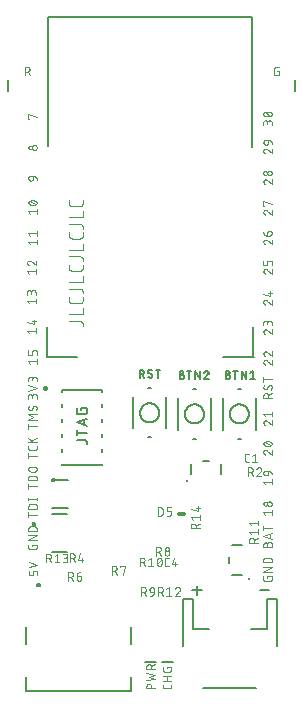
<source format=gbr>
G04 EAGLE Gerber RS-274X export*
G75*
%MOMM*%
%FSLAX34Y34*%
%LPD*%
%INSilkscreen Top*%
%IPPOS*%
%AMOC8*
5,1,8,0,0,1.08239X$1,22.5*%
G01*
%ADD10C,0.101600*%
%ADD11C,0.127000*%
%ADD12C,0.355600*%
%ADD13C,0.203200*%
%ADD14C,0.254000*%
%ADD15C,0.177800*%
%ADD16C,0.152400*%
%ADD17C,0.076200*%
%ADD18C,0.200000*%
%ADD19C,0.300000*%
%ADD20C,0.050800*%


D10*
X55808Y314403D02*
X64896Y314403D01*
X64896Y314402D02*
X64995Y314400D01*
X65095Y314394D01*
X65194Y314385D01*
X65292Y314372D01*
X65390Y314355D01*
X65488Y314334D01*
X65584Y314309D01*
X65679Y314281D01*
X65773Y314249D01*
X65866Y314214D01*
X65958Y314175D01*
X66048Y314132D01*
X66136Y314087D01*
X66223Y314037D01*
X66307Y313985D01*
X66390Y313929D01*
X66470Y313871D01*
X66548Y313809D01*
X66623Y313744D01*
X66696Y313676D01*
X66766Y313606D01*
X66834Y313533D01*
X66899Y313458D01*
X66961Y313380D01*
X67019Y313300D01*
X67075Y313217D01*
X67127Y313133D01*
X67177Y313046D01*
X67222Y312958D01*
X67265Y312868D01*
X67304Y312776D01*
X67339Y312683D01*
X67371Y312589D01*
X67399Y312494D01*
X67424Y312398D01*
X67445Y312300D01*
X67462Y312202D01*
X67475Y312104D01*
X67484Y312005D01*
X67490Y311905D01*
X67492Y311806D01*
X67492Y310508D01*
X67492Y320080D02*
X55808Y320080D01*
X67492Y320080D02*
X67492Y325273D01*
X67492Y332145D02*
X67492Y334742D01*
X67492Y332145D02*
X67490Y332046D01*
X67484Y331946D01*
X67475Y331847D01*
X67462Y331749D01*
X67445Y331651D01*
X67424Y331553D01*
X67399Y331457D01*
X67371Y331362D01*
X67339Y331268D01*
X67304Y331175D01*
X67265Y331083D01*
X67222Y330993D01*
X67177Y330905D01*
X67127Y330818D01*
X67075Y330734D01*
X67019Y330651D01*
X66961Y330571D01*
X66899Y330493D01*
X66834Y330418D01*
X66766Y330345D01*
X66696Y330275D01*
X66623Y330207D01*
X66548Y330142D01*
X66470Y330080D01*
X66390Y330022D01*
X66307Y329966D01*
X66223Y329914D01*
X66136Y329864D01*
X66048Y329819D01*
X65958Y329776D01*
X65866Y329737D01*
X65773Y329702D01*
X65679Y329670D01*
X65584Y329642D01*
X65488Y329617D01*
X65390Y329596D01*
X65292Y329579D01*
X65194Y329566D01*
X65095Y329557D01*
X64995Y329551D01*
X64896Y329549D01*
X58404Y329549D01*
X58404Y329548D02*
X58305Y329550D01*
X58205Y329556D01*
X58106Y329565D01*
X58008Y329578D01*
X57910Y329596D01*
X57812Y329616D01*
X57716Y329641D01*
X57620Y329669D01*
X57526Y329701D01*
X57433Y329736D01*
X57342Y329775D01*
X57252Y329818D01*
X57163Y329863D01*
X57077Y329913D01*
X56992Y329965D01*
X56910Y330021D01*
X56830Y330080D01*
X56752Y330141D01*
X56676Y330206D01*
X56603Y330274D01*
X56533Y330344D01*
X56465Y330417D01*
X56400Y330493D01*
X56339Y330571D01*
X56280Y330651D01*
X56224Y330733D01*
X56172Y330818D01*
X56123Y330904D01*
X56077Y330993D01*
X56034Y331083D01*
X55995Y331174D01*
X55960Y331267D01*
X55928Y331361D01*
X55900Y331457D01*
X55875Y331553D01*
X55855Y331651D01*
X55837Y331749D01*
X55824Y331847D01*
X55815Y331946D01*
X55809Y332045D01*
X55807Y332145D01*
X55808Y332145D02*
X55808Y334742D01*
X55808Y341835D02*
X64896Y341835D01*
X64896Y341834D02*
X64995Y341832D01*
X65095Y341826D01*
X65194Y341817D01*
X65292Y341804D01*
X65390Y341787D01*
X65488Y341766D01*
X65584Y341741D01*
X65679Y341713D01*
X65773Y341681D01*
X65866Y341646D01*
X65958Y341607D01*
X66048Y341564D01*
X66136Y341519D01*
X66223Y341469D01*
X66307Y341417D01*
X66390Y341361D01*
X66470Y341303D01*
X66548Y341241D01*
X66623Y341176D01*
X66696Y341108D01*
X66766Y341038D01*
X66834Y340965D01*
X66899Y340890D01*
X66961Y340812D01*
X67019Y340732D01*
X67075Y340649D01*
X67127Y340565D01*
X67177Y340478D01*
X67222Y340390D01*
X67265Y340300D01*
X67304Y340208D01*
X67339Y340115D01*
X67371Y340021D01*
X67399Y339926D01*
X67424Y339830D01*
X67445Y339732D01*
X67462Y339634D01*
X67475Y339536D01*
X67484Y339437D01*
X67490Y339337D01*
X67492Y339238D01*
X67492Y337940D01*
X67492Y347512D02*
X55808Y347512D01*
X67492Y347512D02*
X67492Y352705D01*
X67492Y359577D02*
X67492Y362174D01*
X67492Y359577D02*
X67490Y359478D01*
X67484Y359378D01*
X67475Y359279D01*
X67462Y359181D01*
X67445Y359083D01*
X67424Y358985D01*
X67399Y358889D01*
X67371Y358794D01*
X67339Y358700D01*
X67304Y358607D01*
X67265Y358515D01*
X67222Y358425D01*
X67177Y358337D01*
X67127Y358250D01*
X67075Y358166D01*
X67019Y358083D01*
X66961Y358003D01*
X66899Y357925D01*
X66834Y357850D01*
X66766Y357777D01*
X66696Y357707D01*
X66623Y357639D01*
X66548Y357574D01*
X66470Y357512D01*
X66390Y357454D01*
X66307Y357398D01*
X66223Y357346D01*
X66136Y357296D01*
X66048Y357251D01*
X65958Y357208D01*
X65866Y357169D01*
X65773Y357134D01*
X65679Y357102D01*
X65584Y357074D01*
X65488Y357049D01*
X65390Y357028D01*
X65292Y357011D01*
X65194Y356998D01*
X65095Y356989D01*
X64995Y356983D01*
X64896Y356981D01*
X58404Y356981D01*
X58404Y356980D02*
X58305Y356982D01*
X58205Y356988D01*
X58106Y356997D01*
X58008Y357010D01*
X57910Y357028D01*
X57812Y357048D01*
X57716Y357073D01*
X57620Y357101D01*
X57526Y357133D01*
X57433Y357168D01*
X57342Y357207D01*
X57252Y357250D01*
X57163Y357295D01*
X57077Y357345D01*
X56992Y357397D01*
X56910Y357453D01*
X56830Y357512D01*
X56752Y357573D01*
X56676Y357638D01*
X56603Y357706D01*
X56533Y357776D01*
X56465Y357849D01*
X56400Y357925D01*
X56339Y358003D01*
X56280Y358083D01*
X56224Y358165D01*
X56172Y358250D01*
X56123Y358336D01*
X56077Y358425D01*
X56034Y358515D01*
X55995Y358606D01*
X55960Y358699D01*
X55928Y358793D01*
X55900Y358889D01*
X55875Y358985D01*
X55855Y359083D01*
X55837Y359181D01*
X55824Y359279D01*
X55815Y359378D01*
X55809Y359477D01*
X55807Y359577D01*
X55808Y359577D02*
X55808Y362174D01*
X55808Y369267D02*
X64896Y369267D01*
X64896Y369266D02*
X64995Y369264D01*
X65095Y369258D01*
X65194Y369249D01*
X65292Y369236D01*
X65390Y369219D01*
X65488Y369198D01*
X65584Y369173D01*
X65679Y369145D01*
X65773Y369113D01*
X65866Y369078D01*
X65958Y369039D01*
X66048Y368996D01*
X66136Y368951D01*
X66223Y368901D01*
X66307Y368849D01*
X66390Y368793D01*
X66470Y368735D01*
X66548Y368673D01*
X66623Y368608D01*
X66696Y368540D01*
X66766Y368470D01*
X66834Y368397D01*
X66899Y368322D01*
X66961Y368244D01*
X67019Y368164D01*
X67075Y368081D01*
X67127Y367997D01*
X67177Y367910D01*
X67222Y367822D01*
X67265Y367732D01*
X67304Y367640D01*
X67339Y367547D01*
X67371Y367453D01*
X67399Y367358D01*
X67424Y367262D01*
X67445Y367164D01*
X67462Y367066D01*
X67475Y366968D01*
X67484Y366869D01*
X67490Y366769D01*
X67492Y366670D01*
X67492Y365372D01*
X67492Y374944D02*
X55808Y374944D01*
X67492Y374944D02*
X67492Y380137D01*
X67492Y387009D02*
X67492Y389606D01*
X67492Y387009D02*
X67490Y386910D01*
X67484Y386810D01*
X67475Y386711D01*
X67462Y386613D01*
X67445Y386515D01*
X67424Y386417D01*
X67399Y386321D01*
X67371Y386226D01*
X67339Y386132D01*
X67304Y386039D01*
X67265Y385947D01*
X67222Y385857D01*
X67177Y385769D01*
X67127Y385682D01*
X67075Y385598D01*
X67019Y385515D01*
X66961Y385435D01*
X66899Y385357D01*
X66834Y385282D01*
X66766Y385209D01*
X66696Y385139D01*
X66623Y385071D01*
X66548Y385006D01*
X66470Y384944D01*
X66390Y384886D01*
X66307Y384830D01*
X66223Y384778D01*
X66136Y384728D01*
X66048Y384683D01*
X65958Y384640D01*
X65866Y384601D01*
X65773Y384566D01*
X65679Y384534D01*
X65584Y384506D01*
X65488Y384481D01*
X65390Y384460D01*
X65292Y384443D01*
X65194Y384430D01*
X65095Y384421D01*
X64995Y384415D01*
X64896Y384413D01*
X58404Y384413D01*
X58404Y384412D02*
X58305Y384414D01*
X58205Y384420D01*
X58106Y384429D01*
X58008Y384442D01*
X57910Y384460D01*
X57812Y384480D01*
X57716Y384505D01*
X57620Y384533D01*
X57526Y384565D01*
X57433Y384600D01*
X57342Y384639D01*
X57252Y384682D01*
X57163Y384727D01*
X57077Y384777D01*
X56992Y384829D01*
X56910Y384885D01*
X56830Y384944D01*
X56752Y385005D01*
X56676Y385070D01*
X56603Y385138D01*
X56533Y385208D01*
X56465Y385281D01*
X56400Y385357D01*
X56339Y385435D01*
X56280Y385515D01*
X56224Y385597D01*
X56172Y385682D01*
X56123Y385768D01*
X56077Y385857D01*
X56034Y385947D01*
X55995Y386038D01*
X55960Y386131D01*
X55928Y386225D01*
X55900Y386321D01*
X55875Y386417D01*
X55855Y386515D01*
X55837Y386613D01*
X55824Y386711D01*
X55815Y386810D01*
X55809Y386909D01*
X55807Y387009D01*
X55808Y387009D02*
X55808Y389606D01*
X55808Y396699D02*
X64896Y396699D01*
X64896Y396698D02*
X64995Y396696D01*
X65095Y396690D01*
X65194Y396681D01*
X65292Y396668D01*
X65390Y396651D01*
X65488Y396630D01*
X65584Y396605D01*
X65679Y396577D01*
X65773Y396545D01*
X65866Y396510D01*
X65958Y396471D01*
X66048Y396428D01*
X66136Y396383D01*
X66223Y396333D01*
X66307Y396281D01*
X66390Y396225D01*
X66470Y396167D01*
X66548Y396105D01*
X66623Y396040D01*
X66696Y395972D01*
X66766Y395902D01*
X66834Y395829D01*
X66899Y395754D01*
X66961Y395676D01*
X67019Y395596D01*
X67075Y395513D01*
X67127Y395429D01*
X67177Y395342D01*
X67222Y395254D01*
X67265Y395164D01*
X67304Y395072D01*
X67339Y394979D01*
X67371Y394885D01*
X67399Y394790D01*
X67424Y394694D01*
X67445Y394596D01*
X67462Y394498D01*
X67475Y394400D01*
X67484Y394301D01*
X67490Y394201D01*
X67492Y394102D01*
X67492Y392804D01*
X67492Y402376D02*
X55808Y402376D01*
X67492Y402376D02*
X67492Y407569D01*
X67492Y414441D02*
X67492Y417038D01*
X67492Y414441D02*
X67490Y414342D01*
X67484Y414242D01*
X67475Y414143D01*
X67462Y414045D01*
X67445Y413947D01*
X67424Y413849D01*
X67399Y413753D01*
X67371Y413658D01*
X67339Y413564D01*
X67304Y413471D01*
X67265Y413379D01*
X67222Y413289D01*
X67177Y413201D01*
X67127Y413114D01*
X67075Y413030D01*
X67019Y412947D01*
X66961Y412867D01*
X66899Y412789D01*
X66834Y412714D01*
X66766Y412641D01*
X66696Y412571D01*
X66623Y412503D01*
X66548Y412438D01*
X66470Y412376D01*
X66390Y412318D01*
X66307Y412262D01*
X66223Y412210D01*
X66136Y412160D01*
X66048Y412115D01*
X65958Y412072D01*
X65866Y412033D01*
X65773Y411998D01*
X65679Y411966D01*
X65584Y411938D01*
X65488Y411913D01*
X65390Y411892D01*
X65292Y411875D01*
X65194Y411862D01*
X65095Y411853D01*
X64995Y411847D01*
X64896Y411845D01*
X58404Y411845D01*
X58404Y411844D02*
X58305Y411846D01*
X58205Y411852D01*
X58106Y411861D01*
X58008Y411874D01*
X57910Y411892D01*
X57812Y411912D01*
X57716Y411937D01*
X57620Y411965D01*
X57526Y411997D01*
X57433Y412032D01*
X57342Y412071D01*
X57252Y412114D01*
X57163Y412159D01*
X57077Y412209D01*
X56992Y412261D01*
X56910Y412317D01*
X56830Y412376D01*
X56752Y412437D01*
X56676Y412502D01*
X56603Y412570D01*
X56533Y412640D01*
X56465Y412713D01*
X56400Y412789D01*
X56339Y412867D01*
X56280Y412947D01*
X56224Y413029D01*
X56172Y413114D01*
X56123Y413200D01*
X56077Y413289D01*
X56034Y413379D01*
X55995Y413470D01*
X55960Y413563D01*
X55928Y413657D01*
X55900Y413753D01*
X55875Y413849D01*
X55855Y413947D01*
X55837Y414045D01*
X55824Y414143D01*
X55815Y414242D01*
X55809Y414341D01*
X55807Y414441D01*
X55808Y414441D02*
X55808Y417038D01*
X220380Y406681D02*
X220382Y406763D01*
X220388Y406845D01*
X220397Y406927D01*
X220410Y407008D01*
X220427Y407088D01*
X220448Y407168D01*
X220472Y407246D01*
X220500Y407323D01*
X220531Y407399D01*
X220566Y407474D01*
X220605Y407546D01*
X220646Y407617D01*
X220691Y407686D01*
X220739Y407752D01*
X220790Y407817D01*
X220844Y407879D01*
X220901Y407938D01*
X220960Y407995D01*
X221022Y408049D01*
X221087Y408100D01*
X221153Y408148D01*
X221222Y408193D01*
X221293Y408234D01*
X221365Y408273D01*
X221440Y408308D01*
X221516Y408339D01*
X221593Y408367D01*
X221671Y408391D01*
X221751Y408412D01*
X221831Y408429D01*
X221912Y408442D01*
X221994Y408451D01*
X222076Y408457D01*
X222158Y408459D01*
X220380Y406681D02*
X220382Y406588D01*
X220388Y406496D01*
X220397Y406404D01*
X220410Y406312D01*
X220427Y406221D01*
X220447Y406131D01*
X220471Y406041D01*
X220499Y405953D01*
X220531Y405865D01*
X220565Y405780D01*
X220604Y405695D01*
X220645Y405613D01*
X220690Y405532D01*
X220739Y405452D01*
X220790Y405375D01*
X220844Y405300D01*
X220902Y405228D01*
X220962Y405157D01*
X221026Y405090D01*
X221091Y405025D01*
X221160Y404962D01*
X221231Y404903D01*
X221304Y404846D01*
X221380Y404792D01*
X221457Y404742D01*
X221537Y404694D01*
X221619Y404650D01*
X221702Y404610D01*
X221787Y404572D01*
X221873Y404538D01*
X221960Y404508D01*
X223541Y407866D02*
X223480Y407927D01*
X223417Y407985D01*
X223351Y408040D01*
X223283Y408093D01*
X223212Y408142D01*
X223140Y408187D01*
X223065Y408230D01*
X222989Y408269D01*
X222910Y408305D01*
X222831Y408337D01*
X222750Y408365D01*
X222667Y408390D01*
X222584Y408411D01*
X222500Y408428D01*
X222415Y408442D01*
X222330Y408451D01*
X222244Y408457D01*
X222158Y408459D01*
X223541Y407866D02*
X227492Y404508D01*
X227492Y408459D01*
X221170Y411823D02*
X220380Y411823D01*
X220380Y415774D01*
X227492Y413799D01*
X220380Y432681D02*
X220382Y432763D01*
X220388Y432845D01*
X220397Y432927D01*
X220410Y433008D01*
X220427Y433088D01*
X220448Y433168D01*
X220472Y433246D01*
X220500Y433323D01*
X220531Y433399D01*
X220566Y433474D01*
X220605Y433546D01*
X220646Y433617D01*
X220691Y433686D01*
X220739Y433752D01*
X220790Y433817D01*
X220844Y433879D01*
X220901Y433938D01*
X220960Y433995D01*
X221022Y434049D01*
X221087Y434100D01*
X221153Y434148D01*
X221222Y434193D01*
X221293Y434234D01*
X221365Y434273D01*
X221440Y434308D01*
X221516Y434339D01*
X221593Y434367D01*
X221671Y434391D01*
X221751Y434412D01*
X221831Y434429D01*
X221912Y434442D01*
X221994Y434451D01*
X222076Y434457D01*
X222158Y434459D01*
X220380Y432681D02*
X220382Y432588D01*
X220388Y432496D01*
X220397Y432404D01*
X220410Y432312D01*
X220427Y432221D01*
X220447Y432131D01*
X220471Y432041D01*
X220499Y431953D01*
X220531Y431865D01*
X220565Y431780D01*
X220604Y431695D01*
X220645Y431613D01*
X220690Y431532D01*
X220739Y431452D01*
X220790Y431375D01*
X220844Y431300D01*
X220902Y431228D01*
X220962Y431157D01*
X221026Y431090D01*
X221091Y431025D01*
X221160Y430962D01*
X221231Y430903D01*
X221304Y430846D01*
X221380Y430792D01*
X221457Y430742D01*
X221537Y430694D01*
X221619Y430650D01*
X221702Y430610D01*
X221787Y430572D01*
X221873Y430538D01*
X221960Y430508D01*
X223541Y433866D02*
X223480Y433927D01*
X223417Y433985D01*
X223351Y434040D01*
X223283Y434093D01*
X223212Y434142D01*
X223140Y434187D01*
X223065Y434230D01*
X222989Y434269D01*
X222910Y434305D01*
X222831Y434337D01*
X222750Y434365D01*
X222667Y434390D01*
X222584Y434411D01*
X222500Y434428D01*
X222415Y434442D01*
X222330Y434451D01*
X222244Y434457D01*
X222158Y434459D01*
X223541Y433866D02*
X227492Y430508D01*
X227492Y434459D01*
X225516Y437823D02*
X225429Y437825D01*
X225341Y437831D01*
X225254Y437840D01*
X225168Y437854D01*
X225082Y437871D01*
X224998Y437892D01*
X224914Y437917D01*
X224831Y437946D01*
X224750Y437978D01*
X224670Y438013D01*
X224592Y438052D01*
X224515Y438095D01*
X224441Y438141D01*
X224369Y438190D01*
X224299Y438242D01*
X224231Y438298D01*
X224166Y438356D01*
X224103Y438417D01*
X224044Y438481D01*
X223987Y438548D01*
X223933Y438616D01*
X223882Y438688D01*
X223835Y438761D01*
X223790Y438836D01*
X223749Y438914D01*
X223712Y438993D01*
X223678Y439073D01*
X223648Y439155D01*
X223621Y439238D01*
X223598Y439323D01*
X223579Y439408D01*
X223564Y439494D01*
X223552Y439581D01*
X223544Y439668D01*
X223540Y439755D01*
X223540Y439843D01*
X223544Y439930D01*
X223552Y440017D01*
X223564Y440104D01*
X223579Y440190D01*
X223598Y440275D01*
X223621Y440360D01*
X223648Y440443D01*
X223678Y440525D01*
X223712Y440605D01*
X223749Y440684D01*
X223790Y440762D01*
X223835Y440837D01*
X223882Y440910D01*
X223933Y440982D01*
X223987Y441050D01*
X224044Y441117D01*
X224103Y441181D01*
X224166Y441242D01*
X224231Y441300D01*
X224299Y441356D01*
X224369Y441408D01*
X224441Y441457D01*
X224515Y441503D01*
X224592Y441546D01*
X224670Y441585D01*
X224750Y441620D01*
X224831Y441652D01*
X224914Y441681D01*
X224998Y441706D01*
X225082Y441727D01*
X225168Y441744D01*
X225254Y441758D01*
X225341Y441767D01*
X225429Y441773D01*
X225516Y441775D01*
X225603Y441773D01*
X225691Y441767D01*
X225778Y441758D01*
X225864Y441744D01*
X225950Y441727D01*
X226034Y441706D01*
X226118Y441681D01*
X226201Y441652D01*
X226282Y441620D01*
X226362Y441585D01*
X226440Y441546D01*
X226517Y441503D01*
X226591Y441457D01*
X226663Y441408D01*
X226733Y441356D01*
X226801Y441300D01*
X226866Y441242D01*
X226929Y441181D01*
X226988Y441117D01*
X227045Y441050D01*
X227099Y440982D01*
X227150Y440910D01*
X227197Y440837D01*
X227242Y440762D01*
X227283Y440684D01*
X227320Y440605D01*
X227354Y440525D01*
X227384Y440443D01*
X227411Y440360D01*
X227434Y440275D01*
X227453Y440190D01*
X227468Y440104D01*
X227480Y440017D01*
X227488Y439930D01*
X227492Y439843D01*
X227492Y439755D01*
X227488Y439668D01*
X227480Y439581D01*
X227468Y439494D01*
X227453Y439408D01*
X227434Y439323D01*
X227411Y439238D01*
X227384Y439155D01*
X227354Y439073D01*
X227320Y438993D01*
X227283Y438914D01*
X227242Y438836D01*
X227197Y438761D01*
X227150Y438688D01*
X227099Y438616D01*
X227045Y438548D01*
X226988Y438481D01*
X226929Y438417D01*
X226866Y438356D01*
X226801Y438298D01*
X226733Y438242D01*
X226663Y438190D01*
X226591Y438141D01*
X226517Y438095D01*
X226440Y438052D01*
X226362Y438013D01*
X226282Y437978D01*
X226201Y437946D01*
X226118Y437917D01*
X226034Y437892D01*
X225950Y437871D01*
X225864Y437854D01*
X225778Y437840D01*
X225691Y437831D01*
X225603Y437825D01*
X225516Y437823D01*
X221960Y438219D02*
X221881Y438221D01*
X221803Y438227D01*
X221725Y438237D01*
X221647Y438250D01*
X221570Y438268D01*
X221494Y438289D01*
X221420Y438314D01*
X221346Y438343D01*
X221274Y438375D01*
X221204Y438411D01*
X221136Y438451D01*
X221070Y438494D01*
X221006Y438540D01*
X220944Y438589D01*
X220885Y438641D01*
X220829Y438696D01*
X220775Y438754D01*
X220725Y438814D01*
X220677Y438877D01*
X220633Y438942D01*
X220592Y439009D01*
X220554Y439078D01*
X220520Y439149D01*
X220489Y439222D01*
X220462Y439296D01*
X220439Y439371D01*
X220420Y439447D01*
X220404Y439525D01*
X220392Y439603D01*
X220384Y439681D01*
X220380Y439760D01*
X220380Y439838D01*
X220384Y439917D01*
X220392Y439995D01*
X220404Y440073D01*
X220420Y440151D01*
X220439Y440227D01*
X220462Y440302D01*
X220489Y440376D01*
X220520Y440449D01*
X220554Y440520D01*
X220592Y440589D01*
X220633Y440656D01*
X220677Y440721D01*
X220725Y440784D01*
X220775Y440844D01*
X220829Y440902D01*
X220885Y440957D01*
X220944Y441009D01*
X221006Y441058D01*
X221070Y441104D01*
X221136Y441147D01*
X221204Y441187D01*
X221274Y441223D01*
X221346Y441255D01*
X221420Y441284D01*
X221494Y441309D01*
X221570Y441330D01*
X221647Y441348D01*
X221725Y441361D01*
X221803Y441371D01*
X221881Y441377D01*
X221960Y441379D01*
X222039Y441377D01*
X222117Y441371D01*
X222195Y441361D01*
X222273Y441348D01*
X222350Y441330D01*
X222426Y441309D01*
X222500Y441284D01*
X222574Y441255D01*
X222646Y441223D01*
X222716Y441187D01*
X222784Y441147D01*
X222850Y441104D01*
X222914Y441058D01*
X222976Y441009D01*
X223035Y440957D01*
X223091Y440902D01*
X223145Y440844D01*
X223195Y440784D01*
X223243Y440721D01*
X223287Y440656D01*
X223328Y440589D01*
X223366Y440520D01*
X223400Y440449D01*
X223431Y440376D01*
X223458Y440302D01*
X223481Y440227D01*
X223500Y440151D01*
X223516Y440073D01*
X223528Y439995D01*
X223536Y439917D01*
X223540Y439838D01*
X223540Y439760D01*
X223536Y439681D01*
X223528Y439603D01*
X223516Y439525D01*
X223500Y439447D01*
X223481Y439371D01*
X223458Y439296D01*
X223431Y439222D01*
X223400Y439149D01*
X223366Y439078D01*
X223328Y439009D01*
X223287Y438942D01*
X223243Y438877D01*
X223195Y438814D01*
X223145Y438754D01*
X223091Y438696D01*
X223035Y438641D01*
X222976Y438589D01*
X222914Y438540D01*
X222850Y438494D01*
X222784Y438451D01*
X222716Y438411D01*
X222646Y438375D01*
X222574Y438343D01*
X222500Y438314D01*
X222426Y438289D01*
X222350Y438268D01*
X222273Y438250D01*
X222195Y438237D01*
X222117Y438227D01*
X222039Y438221D01*
X221960Y438219D01*
X220380Y458681D02*
X220382Y458763D01*
X220388Y458845D01*
X220397Y458927D01*
X220410Y459008D01*
X220427Y459088D01*
X220448Y459168D01*
X220472Y459246D01*
X220500Y459323D01*
X220531Y459399D01*
X220566Y459474D01*
X220605Y459546D01*
X220646Y459617D01*
X220691Y459686D01*
X220739Y459752D01*
X220790Y459817D01*
X220844Y459879D01*
X220901Y459938D01*
X220960Y459995D01*
X221022Y460049D01*
X221087Y460100D01*
X221153Y460148D01*
X221222Y460193D01*
X221293Y460234D01*
X221365Y460273D01*
X221440Y460308D01*
X221516Y460339D01*
X221593Y460367D01*
X221671Y460391D01*
X221751Y460412D01*
X221831Y460429D01*
X221912Y460442D01*
X221994Y460451D01*
X222076Y460457D01*
X222158Y460459D01*
X220380Y458681D02*
X220382Y458588D01*
X220388Y458496D01*
X220397Y458404D01*
X220410Y458312D01*
X220427Y458221D01*
X220447Y458131D01*
X220471Y458041D01*
X220499Y457953D01*
X220531Y457865D01*
X220565Y457780D01*
X220604Y457695D01*
X220645Y457613D01*
X220690Y457532D01*
X220739Y457452D01*
X220790Y457375D01*
X220844Y457300D01*
X220902Y457228D01*
X220962Y457157D01*
X221026Y457090D01*
X221091Y457025D01*
X221160Y456962D01*
X221231Y456903D01*
X221304Y456846D01*
X221380Y456792D01*
X221457Y456742D01*
X221537Y456694D01*
X221619Y456650D01*
X221702Y456610D01*
X221787Y456572D01*
X221873Y456538D01*
X221960Y456508D01*
X223541Y459866D02*
X223480Y459927D01*
X223417Y459985D01*
X223351Y460040D01*
X223283Y460093D01*
X223212Y460142D01*
X223140Y460187D01*
X223065Y460230D01*
X222989Y460269D01*
X222910Y460305D01*
X222831Y460337D01*
X222750Y460365D01*
X222667Y460390D01*
X222584Y460411D01*
X222500Y460428D01*
X222415Y460442D01*
X222330Y460451D01*
X222244Y460457D01*
X222158Y460459D01*
X223541Y459866D02*
X227492Y456508D01*
X227492Y460459D01*
X224331Y465404D02*
X224331Y467774D01*
X224331Y465404D02*
X224329Y465326D01*
X224323Y465249D01*
X224314Y465172D01*
X224301Y465096D01*
X224284Y465020D01*
X224263Y464945D01*
X224239Y464872D01*
X224211Y464799D01*
X224179Y464728D01*
X224144Y464659D01*
X224106Y464592D01*
X224065Y464526D01*
X224020Y464463D01*
X223972Y464402D01*
X223922Y464343D01*
X223868Y464287D01*
X223812Y464233D01*
X223753Y464183D01*
X223692Y464135D01*
X223629Y464090D01*
X223563Y464049D01*
X223496Y464011D01*
X223427Y463976D01*
X223356Y463944D01*
X223283Y463916D01*
X223210Y463892D01*
X223135Y463871D01*
X223059Y463854D01*
X222983Y463841D01*
X222906Y463832D01*
X222829Y463826D01*
X222751Y463824D01*
X222751Y463823D02*
X222356Y463823D01*
X222269Y463825D01*
X222181Y463831D01*
X222094Y463840D01*
X222008Y463854D01*
X221922Y463871D01*
X221838Y463892D01*
X221754Y463917D01*
X221671Y463946D01*
X221590Y463978D01*
X221510Y464013D01*
X221432Y464052D01*
X221355Y464095D01*
X221281Y464141D01*
X221209Y464190D01*
X221139Y464242D01*
X221071Y464298D01*
X221006Y464356D01*
X220943Y464417D01*
X220884Y464481D01*
X220827Y464548D01*
X220773Y464616D01*
X220722Y464688D01*
X220675Y464761D01*
X220630Y464836D01*
X220589Y464914D01*
X220552Y464993D01*
X220518Y465073D01*
X220488Y465155D01*
X220461Y465238D01*
X220438Y465323D01*
X220419Y465408D01*
X220404Y465494D01*
X220392Y465581D01*
X220384Y465668D01*
X220380Y465755D01*
X220380Y465843D01*
X220384Y465930D01*
X220392Y466017D01*
X220404Y466104D01*
X220419Y466190D01*
X220438Y466275D01*
X220461Y466360D01*
X220488Y466443D01*
X220518Y466525D01*
X220552Y466605D01*
X220589Y466684D01*
X220630Y466762D01*
X220675Y466837D01*
X220722Y466910D01*
X220773Y466982D01*
X220827Y467050D01*
X220884Y467117D01*
X220943Y467181D01*
X221006Y467242D01*
X221071Y467300D01*
X221139Y467356D01*
X221209Y467408D01*
X221281Y467457D01*
X221355Y467503D01*
X221432Y467546D01*
X221510Y467585D01*
X221590Y467620D01*
X221671Y467652D01*
X221754Y467681D01*
X221838Y467706D01*
X221922Y467727D01*
X222008Y467744D01*
X222094Y467758D01*
X222181Y467767D01*
X222269Y467773D01*
X222356Y467775D01*
X222356Y467774D02*
X224331Y467774D01*
X224441Y467772D01*
X224552Y467766D01*
X224661Y467757D01*
X224771Y467743D01*
X224880Y467726D01*
X224988Y467705D01*
X225096Y467680D01*
X225202Y467652D01*
X225308Y467619D01*
X225412Y467583D01*
X225515Y467544D01*
X225617Y467501D01*
X225717Y467454D01*
X225815Y467404D01*
X225912Y467351D01*
X226006Y467294D01*
X226099Y467234D01*
X226189Y467170D01*
X226277Y467104D01*
X226363Y467034D01*
X226446Y466962D01*
X226527Y466887D01*
X226605Y466809D01*
X226680Y466728D01*
X226752Y466645D01*
X226822Y466559D01*
X226888Y466471D01*
X226952Y466381D01*
X227012Y466288D01*
X227069Y466194D01*
X227122Y466097D01*
X227172Y465999D01*
X227219Y465899D01*
X227262Y465797D01*
X227301Y465694D01*
X227337Y465590D01*
X227370Y465484D01*
X227398Y465378D01*
X227423Y465270D01*
X227444Y465162D01*
X227461Y465053D01*
X227475Y464943D01*
X227484Y464834D01*
X227490Y464723D01*
X227492Y464613D01*
X227492Y480508D02*
X227492Y482484D01*
X227490Y482571D01*
X227484Y482659D01*
X227475Y482746D01*
X227461Y482832D01*
X227444Y482918D01*
X227423Y483002D01*
X227398Y483086D01*
X227369Y483169D01*
X227337Y483250D01*
X227302Y483330D01*
X227263Y483408D01*
X227220Y483485D01*
X227174Y483559D01*
X227125Y483631D01*
X227073Y483701D01*
X227017Y483769D01*
X226959Y483834D01*
X226898Y483897D01*
X226834Y483956D01*
X226767Y484013D01*
X226699Y484067D01*
X226627Y484118D01*
X226554Y484165D01*
X226479Y484210D01*
X226401Y484251D01*
X226322Y484288D01*
X226242Y484322D01*
X226160Y484352D01*
X226077Y484379D01*
X225992Y484402D01*
X225907Y484421D01*
X225821Y484436D01*
X225734Y484448D01*
X225647Y484456D01*
X225560Y484460D01*
X225472Y484460D01*
X225385Y484456D01*
X225298Y484448D01*
X225211Y484436D01*
X225125Y484421D01*
X225040Y484402D01*
X224955Y484379D01*
X224872Y484352D01*
X224790Y484322D01*
X224710Y484288D01*
X224631Y484251D01*
X224553Y484210D01*
X224478Y484165D01*
X224405Y484118D01*
X224333Y484067D01*
X224265Y484013D01*
X224198Y483956D01*
X224134Y483897D01*
X224073Y483834D01*
X224015Y483769D01*
X223959Y483701D01*
X223907Y483631D01*
X223858Y483559D01*
X223812Y483485D01*
X223769Y483408D01*
X223730Y483330D01*
X223695Y483250D01*
X223663Y483169D01*
X223634Y483086D01*
X223609Y483002D01*
X223588Y482918D01*
X223571Y482832D01*
X223557Y482746D01*
X223548Y482659D01*
X223542Y482571D01*
X223540Y482484D01*
X220380Y482879D02*
X220380Y480508D01*
X220380Y482879D02*
X220382Y482958D01*
X220388Y483036D01*
X220398Y483114D01*
X220411Y483192D01*
X220429Y483269D01*
X220450Y483345D01*
X220475Y483419D01*
X220504Y483493D01*
X220536Y483565D01*
X220572Y483635D01*
X220612Y483703D01*
X220655Y483769D01*
X220701Y483833D01*
X220750Y483895D01*
X220802Y483954D01*
X220857Y484010D01*
X220915Y484064D01*
X220975Y484114D01*
X221038Y484162D01*
X221103Y484206D01*
X221170Y484247D01*
X221239Y484285D01*
X221310Y484319D01*
X221383Y484350D01*
X221457Y484377D01*
X221532Y484400D01*
X221608Y484419D01*
X221686Y484435D01*
X221764Y484447D01*
X221842Y484455D01*
X221921Y484459D01*
X221999Y484459D01*
X222078Y484455D01*
X222156Y484447D01*
X222234Y484435D01*
X222312Y484419D01*
X222388Y484400D01*
X222463Y484377D01*
X222537Y484350D01*
X222610Y484319D01*
X222681Y484285D01*
X222750Y484247D01*
X222817Y484206D01*
X222882Y484162D01*
X222945Y484114D01*
X223005Y484064D01*
X223063Y484010D01*
X223118Y483954D01*
X223170Y483895D01*
X223219Y483833D01*
X223265Y483769D01*
X223308Y483703D01*
X223348Y483635D01*
X223384Y483565D01*
X223416Y483493D01*
X223445Y483419D01*
X223470Y483345D01*
X223491Y483269D01*
X223509Y483192D01*
X223522Y483114D01*
X223532Y483036D01*
X223538Y482958D01*
X223540Y482879D01*
X223541Y482879D02*
X223541Y481298D01*
X223936Y487823D02*
X223788Y487825D01*
X223641Y487830D01*
X223493Y487840D01*
X223346Y487853D01*
X223199Y487869D01*
X223053Y487890D01*
X222908Y487914D01*
X222762Y487942D01*
X222618Y487973D01*
X222475Y488008D01*
X222332Y488047D01*
X222191Y488089D01*
X222050Y488135D01*
X221911Y488184D01*
X221773Y488237D01*
X221636Y488293D01*
X221501Y488353D01*
X221368Y488416D01*
X221297Y488442D01*
X221228Y488472D01*
X221160Y488506D01*
X221094Y488543D01*
X221030Y488583D01*
X220968Y488627D01*
X220909Y488673D01*
X220852Y488723D01*
X220798Y488776D01*
X220746Y488831D01*
X220698Y488889D01*
X220652Y488949D01*
X220610Y489012D01*
X220571Y489077D01*
X220535Y489143D01*
X220503Y489212D01*
X220475Y489281D01*
X220450Y489353D01*
X220429Y489425D01*
X220411Y489499D01*
X220398Y489573D01*
X220388Y489648D01*
X220382Y489723D01*
X220380Y489799D01*
X220382Y489875D01*
X220388Y489950D01*
X220398Y490025D01*
X220411Y490099D01*
X220429Y490173D01*
X220450Y490245D01*
X220475Y490317D01*
X220503Y490386D01*
X220535Y490455D01*
X220571Y490521D01*
X220610Y490586D01*
X220652Y490649D01*
X220698Y490709D01*
X220746Y490767D01*
X220798Y490822D01*
X220852Y490875D01*
X220909Y490925D01*
X220968Y490971D01*
X221030Y491015D01*
X221094Y491055D01*
X221160Y491092D01*
X221228Y491126D01*
X221297Y491156D01*
X221368Y491182D01*
X221368Y491181D02*
X221501Y491244D01*
X221636Y491304D01*
X221773Y491360D01*
X221911Y491413D01*
X222050Y491462D01*
X222191Y491508D01*
X222332Y491550D01*
X222475Y491589D01*
X222618Y491624D01*
X222762Y491655D01*
X222908Y491683D01*
X223053Y491707D01*
X223199Y491728D01*
X223346Y491744D01*
X223493Y491757D01*
X223641Y491767D01*
X223788Y491772D01*
X223936Y491774D01*
X223936Y487823D02*
X224084Y487825D01*
X224231Y487830D01*
X224379Y487840D01*
X224526Y487853D01*
X224673Y487869D01*
X224819Y487890D01*
X224964Y487914D01*
X225110Y487942D01*
X225254Y487973D01*
X225397Y488008D01*
X225540Y488047D01*
X225681Y488089D01*
X225822Y488135D01*
X225961Y488184D01*
X226099Y488237D01*
X226236Y488293D01*
X226371Y488353D01*
X226504Y488416D01*
X226575Y488442D01*
X226644Y488472D01*
X226712Y488506D01*
X226778Y488543D01*
X226842Y488583D01*
X226904Y488627D01*
X226963Y488673D01*
X227020Y488723D01*
X227074Y488776D01*
X227126Y488831D01*
X227174Y488889D01*
X227220Y488949D01*
X227262Y489012D01*
X227301Y489077D01*
X227337Y489143D01*
X227369Y489212D01*
X227397Y489282D01*
X227422Y489353D01*
X227443Y489425D01*
X227461Y489499D01*
X227474Y489573D01*
X227484Y489648D01*
X227490Y489723D01*
X227492Y489799D01*
X226504Y491181D02*
X226371Y491244D01*
X226236Y491304D01*
X226099Y491360D01*
X225961Y491413D01*
X225822Y491462D01*
X225681Y491508D01*
X225540Y491550D01*
X225397Y491589D01*
X225254Y491624D01*
X225110Y491655D01*
X224964Y491683D01*
X224819Y491707D01*
X224673Y491728D01*
X224526Y491744D01*
X224379Y491757D01*
X224231Y491767D01*
X224084Y491772D01*
X223936Y491774D01*
X226504Y491182D02*
X226575Y491156D01*
X226644Y491126D01*
X226712Y491092D01*
X226778Y491055D01*
X226842Y491015D01*
X226904Y490971D01*
X226963Y490925D01*
X227020Y490875D01*
X227074Y490822D01*
X227126Y490767D01*
X227174Y490709D01*
X227220Y490649D01*
X227262Y490586D01*
X227301Y490521D01*
X227337Y490455D01*
X227369Y490386D01*
X227397Y490316D01*
X227422Y490245D01*
X227443Y490173D01*
X227461Y490099D01*
X227474Y490025D01*
X227484Y489950D01*
X227490Y489875D01*
X227492Y489799D01*
X225912Y488218D02*
X221960Y491379D01*
X222158Y383459D02*
X222076Y383457D01*
X221994Y383451D01*
X221912Y383442D01*
X221831Y383429D01*
X221751Y383412D01*
X221671Y383391D01*
X221593Y383367D01*
X221516Y383339D01*
X221440Y383308D01*
X221365Y383273D01*
X221293Y383234D01*
X221222Y383193D01*
X221153Y383148D01*
X221087Y383100D01*
X221022Y383049D01*
X220960Y382995D01*
X220901Y382938D01*
X220844Y382879D01*
X220790Y382817D01*
X220739Y382752D01*
X220691Y382686D01*
X220646Y382617D01*
X220605Y382546D01*
X220566Y382474D01*
X220531Y382399D01*
X220500Y382323D01*
X220472Y382246D01*
X220448Y382168D01*
X220427Y382088D01*
X220410Y382008D01*
X220397Y381927D01*
X220388Y381845D01*
X220382Y381763D01*
X220380Y381681D01*
X220382Y381588D01*
X220388Y381496D01*
X220397Y381404D01*
X220410Y381312D01*
X220427Y381221D01*
X220447Y381131D01*
X220471Y381041D01*
X220499Y380953D01*
X220531Y380865D01*
X220565Y380780D01*
X220604Y380695D01*
X220645Y380613D01*
X220690Y380532D01*
X220739Y380452D01*
X220790Y380375D01*
X220844Y380300D01*
X220902Y380228D01*
X220962Y380157D01*
X221026Y380090D01*
X221091Y380025D01*
X221160Y379962D01*
X221231Y379903D01*
X221304Y379846D01*
X221380Y379792D01*
X221457Y379742D01*
X221537Y379694D01*
X221619Y379650D01*
X221702Y379610D01*
X221787Y379572D01*
X221873Y379538D01*
X221960Y379508D01*
X223541Y382866D02*
X223480Y382927D01*
X223417Y382985D01*
X223351Y383040D01*
X223283Y383093D01*
X223212Y383142D01*
X223140Y383187D01*
X223065Y383230D01*
X222989Y383269D01*
X222910Y383305D01*
X222831Y383337D01*
X222750Y383365D01*
X222667Y383390D01*
X222584Y383411D01*
X222500Y383428D01*
X222415Y383442D01*
X222330Y383451D01*
X222244Y383457D01*
X222158Y383459D01*
X223541Y382866D02*
X227492Y379508D01*
X227492Y383459D01*
X223541Y386823D02*
X223541Y389194D01*
X223543Y389272D01*
X223549Y389349D01*
X223558Y389426D01*
X223571Y389502D01*
X223588Y389578D01*
X223609Y389653D01*
X223633Y389726D01*
X223661Y389799D01*
X223693Y389870D01*
X223728Y389939D01*
X223766Y390006D01*
X223807Y390072D01*
X223852Y390135D01*
X223900Y390196D01*
X223950Y390255D01*
X224004Y390311D01*
X224060Y390365D01*
X224119Y390415D01*
X224180Y390463D01*
X224243Y390508D01*
X224309Y390549D01*
X224376Y390587D01*
X224445Y390622D01*
X224516Y390654D01*
X224589Y390682D01*
X224662Y390706D01*
X224737Y390727D01*
X224813Y390744D01*
X224889Y390757D01*
X224966Y390766D01*
X225043Y390772D01*
X225121Y390774D01*
X225516Y390774D01*
X225516Y390775D02*
X225603Y390773D01*
X225691Y390767D01*
X225778Y390758D01*
X225864Y390744D01*
X225950Y390727D01*
X226034Y390706D01*
X226118Y390681D01*
X226201Y390652D01*
X226282Y390620D01*
X226362Y390585D01*
X226440Y390546D01*
X226517Y390503D01*
X226591Y390457D01*
X226663Y390408D01*
X226733Y390356D01*
X226801Y390300D01*
X226866Y390242D01*
X226929Y390181D01*
X226988Y390117D01*
X227045Y390050D01*
X227099Y389982D01*
X227150Y389910D01*
X227197Y389837D01*
X227242Y389762D01*
X227283Y389684D01*
X227320Y389605D01*
X227354Y389525D01*
X227384Y389443D01*
X227411Y389360D01*
X227434Y389275D01*
X227453Y389190D01*
X227468Y389104D01*
X227480Y389017D01*
X227488Y388930D01*
X227492Y388843D01*
X227492Y388755D01*
X227488Y388668D01*
X227480Y388581D01*
X227468Y388494D01*
X227453Y388408D01*
X227434Y388323D01*
X227411Y388238D01*
X227384Y388155D01*
X227354Y388073D01*
X227320Y387993D01*
X227283Y387914D01*
X227242Y387836D01*
X227197Y387761D01*
X227150Y387688D01*
X227099Y387616D01*
X227045Y387548D01*
X226988Y387481D01*
X226929Y387417D01*
X226866Y387356D01*
X226801Y387298D01*
X226733Y387242D01*
X226663Y387190D01*
X226591Y387141D01*
X226517Y387095D01*
X226440Y387052D01*
X226362Y387013D01*
X226282Y386978D01*
X226201Y386946D01*
X226118Y386917D01*
X226034Y386892D01*
X225950Y386871D01*
X225864Y386854D01*
X225778Y386840D01*
X225691Y386831D01*
X225603Y386825D01*
X225516Y386823D01*
X223541Y386823D01*
X223431Y386825D01*
X223321Y386831D01*
X223211Y386840D01*
X223101Y386854D01*
X222992Y386871D01*
X222884Y386892D01*
X222776Y386917D01*
X222670Y386945D01*
X222564Y386978D01*
X222460Y387014D01*
X222357Y387053D01*
X222255Y387096D01*
X222155Y387143D01*
X222057Y387193D01*
X221961Y387246D01*
X221866Y387303D01*
X221773Y387363D01*
X221683Y387427D01*
X221595Y387493D01*
X221509Y387563D01*
X221426Y387635D01*
X221345Y387710D01*
X221267Y387788D01*
X221192Y387869D01*
X221120Y387952D01*
X221050Y388038D01*
X220984Y388126D01*
X220920Y388216D01*
X220860Y388309D01*
X220804Y388403D01*
X220750Y388500D01*
X220700Y388598D01*
X220653Y388698D01*
X220610Y388800D01*
X220571Y388903D01*
X220535Y389007D01*
X220502Y389113D01*
X220474Y389219D01*
X220449Y389327D01*
X220428Y389435D01*
X220411Y389544D01*
X220397Y389654D01*
X220388Y389763D01*
X220382Y389874D01*
X220380Y389984D01*
X222158Y358459D02*
X222076Y358457D01*
X221994Y358451D01*
X221912Y358442D01*
X221831Y358429D01*
X221751Y358412D01*
X221671Y358391D01*
X221593Y358367D01*
X221516Y358339D01*
X221440Y358308D01*
X221365Y358273D01*
X221293Y358234D01*
X221222Y358193D01*
X221153Y358148D01*
X221087Y358100D01*
X221022Y358049D01*
X220960Y357995D01*
X220901Y357938D01*
X220844Y357879D01*
X220790Y357817D01*
X220739Y357752D01*
X220691Y357686D01*
X220646Y357617D01*
X220605Y357546D01*
X220566Y357474D01*
X220531Y357399D01*
X220500Y357323D01*
X220472Y357246D01*
X220448Y357168D01*
X220427Y357088D01*
X220410Y357008D01*
X220397Y356927D01*
X220388Y356845D01*
X220382Y356763D01*
X220380Y356681D01*
X220382Y356588D01*
X220388Y356496D01*
X220397Y356404D01*
X220410Y356312D01*
X220427Y356221D01*
X220447Y356131D01*
X220471Y356041D01*
X220499Y355953D01*
X220531Y355865D01*
X220565Y355780D01*
X220604Y355695D01*
X220645Y355613D01*
X220690Y355532D01*
X220739Y355452D01*
X220790Y355375D01*
X220844Y355300D01*
X220902Y355228D01*
X220962Y355157D01*
X221026Y355090D01*
X221091Y355025D01*
X221160Y354962D01*
X221231Y354903D01*
X221304Y354846D01*
X221380Y354792D01*
X221457Y354742D01*
X221537Y354694D01*
X221619Y354650D01*
X221702Y354610D01*
X221787Y354572D01*
X221873Y354538D01*
X221960Y354508D01*
X223541Y357866D02*
X223480Y357927D01*
X223417Y357985D01*
X223351Y358040D01*
X223283Y358093D01*
X223212Y358142D01*
X223140Y358187D01*
X223065Y358230D01*
X222989Y358269D01*
X222910Y358305D01*
X222831Y358337D01*
X222750Y358365D01*
X222667Y358390D01*
X222584Y358411D01*
X222500Y358428D01*
X222415Y358442D01*
X222330Y358451D01*
X222244Y358457D01*
X222158Y358459D01*
X223541Y357866D02*
X227492Y354508D01*
X227492Y358459D01*
X227492Y361823D02*
X227492Y364194D01*
X227490Y364272D01*
X227484Y364349D01*
X227475Y364426D01*
X227462Y364502D01*
X227445Y364578D01*
X227424Y364653D01*
X227400Y364726D01*
X227372Y364799D01*
X227340Y364870D01*
X227305Y364939D01*
X227267Y365006D01*
X227226Y365072D01*
X227181Y365135D01*
X227133Y365196D01*
X227083Y365255D01*
X227029Y365311D01*
X226973Y365365D01*
X226914Y365415D01*
X226853Y365463D01*
X226790Y365508D01*
X226724Y365549D01*
X226657Y365587D01*
X226588Y365622D01*
X226517Y365654D01*
X226444Y365682D01*
X226371Y365706D01*
X226296Y365727D01*
X226220Y365744D01*
X226144Y365757D01*
X226067Y365766D01*
X225990Y365772D01*
X225912Y365774D01*
X225121Y365774D01*
X225043Y365772D01*
X224966Y365766D01*
X224889Y365757D01*
X224813Y365744D01*
X224737Y365727D01*
X224662Y365706D01*
X224589Y365682D01*
X224516Y365654D01*
X224445Y365622D01*
X224376Y365587D01*
X224309Y365549D01*
X224243Y365508D01*
X224180Y365463D01*
X224119Y365415D01*
X224060Y365365D01*
X224004Y365311D01*
X223950Y365255D01*
X223900Y365196D01*
X223852Y365135D01*
X223807Y365072D01*
X223766Y365006D01*
X223728Y364939D01*
X223693Y364870D01*
X223661Y364799D01*
X223633Y364726D01*
X223609Y364653D01*
X223588Y364578D01*
X223571Y364502D01*
X223558Y364426D01*
X223549Y364349D01*
X223543Y364272D01*
X223541Y364194D01*
X223541Y361823D01*
X220380Y361823D01*
X220380Y365774D01*
X222158Y332459D02*
X222076Y332457D01*
X221994Y332451D01*
X221912Y332442D01*
X221831Y332429D01*
X221751Y332412D01*
X221671Y332391D01*
X221593Y332367D01*
X221516Y332339D01*
X221440Y332308D01*
X221365Y332273D01*
X221293Y332234D01*
X221222Y332193D01*
X221153Y332148D01*
X221087Y332100D01*
X221022Y332049D01*
X220960Y331995D01*
X220901Y331938D01*
X220844Y331879D01*
X220790Y331817D01*
X220739Y331752D01*
X220691Y331686D01*
X220646Y331617D01*
X220605Y331546D01*
X220566Y331474D01*
X220531Y331399D01*
X220500Y331323D01*
X220472Y331246D01*
X220448Y331168D01*
X220427Y331088D01*
X220410Y331008D01*
X220397Y330927D01*
X220388Y330845D01*
X220382Y330763D01*
X220380Y330681D01*
X220382Y330588D01*
X220388Y330496D01*
X220397Y330404D01*
X220410Y330312D01*
X220427Y330221D01*
X220447Y330131D01*
X220471Y330041D01*
X220499Y329953D01*
X220531Y329865D01*
X220565Y329780D01*
X220604Y329695D01*
X220645Y329613D01*
X220690Y329532D01*
X220739Y329452D01*
X220790Y329375D01*
X220844Y329300D01*
X220902Y329228D01*
X220962Y329157D01*
X221026Y329090D01*
X221091Y329025D01*
X221160Y328962D01*
X221231Y328903D01*
X221304Y328846D01*
X221380Y328792D01*
X221457Y328742D01*
X221537Y328694D01*
X221619Y328650D01*
X221702Y328610D01*
X221787Y328572D01*
X221873Y328538D01*
X221960Y328508D01*
X223541Y331866D02*
X223480Y331927D01*
X223417Y331985D01*
X223351Y332040D01*
X223283Y332093D01*
X223212Y332142D01*
X223140Y332187D01*
X223065Y332230D01*
X222989Y332269D01*
X222910Y332305D01*
X222831Y332337D01*
X222750Y332365D01*
X222667Y332390D01*
X222584Y332411D01*
X222500Y332428D01*
X222415Y332442D01*
X222330Y332451D01*
X222244Y332457D01*
X222158Y332459D01*
X223541Y331866D02*
X227492Y328508D01*
X227492Y332459D01*
X225912Y335823D02*
X220380Y337404D01*
X225912Y335823D02*
X225912Y339774D01*
X224331Y338589D02*
X227492Y338589D01*
X222158Y307459D02*
X222076Y307457D01*
X221994Y307451D01*
X221912Y307442D01*
X221831Y307429D01*
X221751Y307412D01*
X221671Y307391D01*
X221593Y307367D01*
X221516Y307339D01*
X221440Y307308D01*
X221365Y307273D01*
X221293Y307234D01*
X221222Y307193D01*
X221153Y307148D01*
X221087Y307100D01*
X221022Y307049D01*
X220960Y306995D01*
X220901Y306938D01*
X220844Y306879D01*
X220790Y306817D01*
X220739Y306752D01*
X220691Y306686D01*
X220646Y306617D01*
X220605Y306546D01*
X220566Y306474D01*
X220531Y306399D01*
X220500Y306323D01*
X220472Y306246D01*
X220448Y306168D01*
X220427Y306088D01*
X220410Y306008D01*
X220397Y305927D01*
X220388Y305845D01*
X220382Y305763D01*
X220380Y305681D01*
X220382Y305588D01*
X220388Y305496D01*
X220397Y305404D01*
X220410Y305312D01*
X220427Y305221D01*
X220447Y305131D01*
X220471Y305041D01*
X220499Y304953D01*
X220531Y304865D01*
X220565Y304780D01*
X220604Y304695D01*
X220645Y304613D01*
X220690Y304532D01*
X220739Y304452D01*
X220790Y304375D01*
X220844Y304300D01*
X220902Y304228D01*
X220962Y304157D01*
X221026Y304090D01*
X221091Y304025D01*
X221160Y303962D01*
X221231Y303903D01*
X221304Y303846D01*
X221380Y303792D01*
X221457Y303742D01*
X221537Y303694D01*
X221619Y303650D01*
X221702Y303610D01*
X221787Y303572D01*
X221873Y303538D01*
X221960Y303508D01*
X223541Y306866D02*
X223480Y306927D01*
X223417Y306985D01*
X223351Y307040D01*
X223283Y307093D01*
X223212Y307142D01*
X223140Y307187D01*
X223065Y307230D01*
X222989Y307269D01*
X222910Y307305D01*
X222831Y307337D01*
X222750Y307365D01*
X222667Y307390D01*
X222584Y307411D01*
X222500Y307428D01*
X222415Y307442D01*
X222330Y307451D01*
X222244Y307457D01*
X222158Y307459D01*
X223541Y306866D02*
X227492Y303508D01*
X227492Y307459D01*
X227492Y310823D02*
X227492Y312799D01*
X227490Y312886D01*
X227484Y312974D01*
X227475Y313061D01*
X227461Y313147D01*
X227444Y313233D01*
X227423Y313317D01*
X227398Y313401D01*
X227369Y313484D01*
X227337Y313565D01*
X227302Y313645D01*
X227263Y313723D01*
X227220Y313800D01*
X227174Y313874D01*
X227125Y313946D01*
X227073Y314016D01*
X227017Y314084D01*
X226959Y314149D01*
X226898Y314212D01*
X226834Y314271D01*
X226767Y314328D01*
X226699Y314382D01*
X226627Y314433D01*
X226554Y314480D01*
X226479Y314525D01*
X226401Y314566D01*
X226322Y314603D01*
X226242Y314637D01*
X226160Y314667D01*
X226077Y314694D01*
X225992Y314717D01*
X225907Y314736D01*
X225821Y314751D01*
X225734Y314763D01*
X225647Y314771D01*
X225560Y314775D01*
X225472Y314775D01*
X225385Y314771D01*
X225298Y314763D01*
X225211Y314751D01*
X225125Y314736D01*
X225040Y314717D01*
X224955Y314694D01*
X224872Y314667D01*
X224790Y314637D01*
X224710Y314603D01*
X224631Y314566D01*
X224553Y314525D01*
X224478Y314480D01*
X224405Y314433D01*
X224333Y314382D01*
X224265Y314328D01*
X224198Y314271D01*
X224134Y314212D01*
X224073Y314149D01*
X224015Y314084D01*
X223959Y314016D01*
X223907Y313946D01*
X223858Y313874D01*
X223812Y313800D01*
X223769Y313723D01*
X223730Y313645D01*
X223695Y313565D01*
X223663Y313484D01*
X223634Y313401D01*
X223609Y313317D01*
X223588Y313233D01*
X223571Y313147D01*
X223557Y313061D01*
X223548Y312974D01*
X223542Y312886D01*
X223540Y312799D01*
X220380Y313194D02*
X220380Y310823D01*
X220380Y313194D02*
X220382Y313273D01*
X220388Y313351D01*
X220398Y313429D01*
X220411Y313507D01*
X220429Y313584D01*
X220450Y313660D01*
X220475Y313734D01*
X220504Y313808D01*
X220536Y313880D01*
X220572Y313950D01*
X220612Y314018D01*
X220655Y314084D01*
X220701Y314148D01*
X220750Y314210D01*
X220802Y314269D01*
X220857Y314325D01*
X220915Y314379D01*
X220975Y314429D01*
X221038Y314477D01*
X221103Y314521D01*
X221170Y314562D01*
X221239Y314600D01*
X221310Y314634D01*
X221383Y314665D01*
X221457Y314692D01*
X221532Y314715D01*
X221608Y314734D01*
X221686Y314750D01*
X221764Y314762D01*
X221842Y314770D01*
X221921Y314774D01*
X221999Y314774D01*
X222078Y314770D01*
X222156Y314762D01*
X222234Y314750D01*
X222312Y314734D01*
X222388Y314715D01*
X222463Y314692D01*
X222537Y314665D01*
X222610Y314634D01*
X222681Y314600D01*
X222750Y314562D01*
X222817Y314521D01*
X222882Y314477D01*
X222945Y314429D01*
X223005Y314379D01*
X223063Y314325D01*
X223118Y314269D01*
X223170Y314210D01*
X223219Y314148D01*
X223265Y314084D01*
X223308Y314018D01*
X223348Y313950D01*
X223384Y313880D01*
X223416Y313808D01*
X223445Y313734D01*
X223470Y313660D01*
X223491Y313584D01*
X223509Y313507D01*
X223522Y313429D01*
X223532Y313351D01*
X223538Y313273D01*
X223540Y313194D01*
X223541Y313194D02*
X223541Y311613D01*
X222158Y281459D02*
X222076Y281457D01*
X221994Y281451D01*
X221912Y281442D01*
X221831Y281429D01*
X221751Y281412D01*
X221671Y281391D01*
X221593Y281367D01*
X221516Y281339D01*
X221440Y281308D01*
X221365Y281273D01*
X221293Y281234D01*
X221222Y281193D01*
X221153Y281148D01*
X221087Y281100D01*
X221022Y281049D01*
X220960Y280995D01*
X220901Y280938D01*
X220844Y280879D01*
X220790Y280817D01*
X220739Y280752D01*
X220691Y280686D01*
X220646Y280617D01*
X220605Y280546D01*
X220566Y280474D01*
X220531Y280399D01*
X220500Y280323D01*
X220472Y280246D01*
X220448Y280168D01*
X220427Y280088D01*
X220410Y280008D01*
X220397Y279927D01*
X220388Y279845D01*
X220382Y279763D01*
X220380Y279681D01*
X220382Y279588D01*
X220388Y279496D01*
X220397Y279404D01*
X220410Y279312D01*
X220427Y279221D01*
X220447Y279131D01*
X220471Y279041D01*
X220499Y278953D01*
X220531Y278865D01*
X220565Y278780D01*
X220604Y278695D01*
X220645Y278613D01*
X220690Y278532D01*
X220739Y278452D01*
X220790Y278375D01*
X220844Y278300D01*
X220902Y278228D01*
X220962Y278157D01*
X221026Y278090D01*
X221091Y278025D01*
X221160Y277962D01*
X221231Y277903D01*
X221304Y277846D01*
X221380Y277792D01*
X221457Y277742D01*
X221537Y277694D01*
X221619Y277650D01*
X221702Y277610D01*
X221787Y277572D01*
X221873Y277538D01*
X221960Y277508D01*
X223541Y280866D02*
X223480Y280927D01*
X223417Y280985D01*
X223351Y281040D01*
X223283Y281093D01*
X223212Y281142D01*
X223140Y281187D01*
X223065Y281230D01*
X222989Y281269D01*
X222910Y281305D01*
X222831Y281337D01*
X222750Y281365D01*
X222667Y281390D01*
X222584Y281411D01*
X222500Y281428D01*
X222415Y281442D01*
X222330Y281451D01*
X222244Y281457D01*
X222158Y281459D01*
X223541Y280866D02*
X227492Y277508D01*
X227492Y281459D01*
X220380Y286996D02*
X220382Y287078D01*
X220388Y287160D01*
X220397Y287242D01*
X220410Y287323D01*
X220427Y287403D01*
X220448Y287483D01*
X220472Y287561D01*
X220500Y287638D01*
X220531Y287714D01*
X220566Y287789D01*
X220605Y287861D01*
X220646Y287932D01*
X220691Y288001D01*
X220739Y288067D01*
X220790Y288132D01*
X220844Y288194D01*
X220901Y288253D01*
X220960Y288310D01*
X221022Y288364D01*
X221087Y288415D01*
X221153Y288463D01*
X221222Y288508D01*
X221293Y288549D01*
X221365Y288588D01*
X221440Y288623D01*
X221516Y288654D01*
X221593Y288682D01*
X221671Y288706D01*
X221751Y288727D01*
X221831Y288744D01*
X221912Y288757D01*
X221994Y288766D01*
X222076Y288772D01*
X222158Y288774D01*
X220380Y286996D02*
X220382Y286903D01*
X220388Y286811D01*
X220397Y286719D01*
X220410Y286627D01*
X220427Y286536D01*
X220447Y286446D01*
X220471Y286356D01*
X220499Y286268D01*
X220531Y286180D01*
X220565Y286095D01*
X220604Y286010D01*
X220645Y285928D01*
X220690Y285847D01*
X220739Y285767D01*
X220790Y285690D01*
X220844Y285615D01*
X220902Y285543D01*
X220962Y285472D01*
X221026Y285405D01*
X221091Y285340D01*
X221160Y285277D01*
X221231Y285218D01*
X221304Y285161D01*
X221380Y285107D01*
X221457Y285057D01*
X221537Y285009D01*
X221619Y284965D01*
X221702Y284925D01*
X221787Y284887D01*
X221873Y284853D01*
X221960Y284823D01*
X223541Y288182D02*
X223480Y288243D01*
X223417Y288301D01*
X223351Y288356D01*
X223283Y288409D01*
X223212Y288458D01*
X223140Y288503D01*
X223065Y288546D01*
X222989Y288585D01*
X222910Y288621D01*
X222831Y288653D01*
X222750Y288681D01*
X222667Y288706D01*
X222584Y288727D01*
X222500Y288744D01*
X222415Y288758D01*
X222330Y288767D01*
X222244Y288773D01*
X222158Y288775D01*
X223541Y288182D02*
X227492Y284823D01*
X227492Y288774D01*
X227492Y249508D02*
X220380Y249508D01*
X220380Y251484D01*
X220382Y251571D01*
X220388Y251659D01*
X220397Y251746D01*
X220411Y251832D01*
X220428Y251918D01*
X220449Y252002D01*
X220474Y252086D01*
X220503Y252169D01*
X220535Y252250D01*
X220570Y252330D01*
X220609Y252408D01*
X220652Y252485D01*
X220698Y252559D01*
X220747Y252631D01*
X220799Y252701D01*
X220855Y252769D01*
X220913Y252834D01*
X220974Y252897D01*
X221038Y252956D01*
X221105Y253013D01*
X221173Y253067D01*
X221245Y253118D01*
X221318Y253165D01*
X221393Y253210D01*
X221471Y253251D01*
X221550Y253288D01*
X221630Y253322D01*
X221712Y253352D01*
X221795Y253379D01*
X221880Y253402D01*
X221965Y253421D01*
X222051Y253436D01*
X222138Y253448D01*
X222225Y253456D01*
X222312Y253460D01*
X222400Y253460D01*
X222487Y253456D01*
X222574Y253448D01*
X222661Y253436D01*
X222747Y253421D01*
X222832Y253402D01*
X222917Y253379D01*
X223000Y253352D01*
X223082Y253322D01*
X223162Y253288D01*
X223241Y253251D01*
X223319Y253210D01*
X223394Y253165D01*
X223467Y253118D01*
X223539Y253067D01*
X223607Y253013D01*
X223674Y252956D01*
X223738Y252897D01*
X223799Y252834D01*
X223857Y252769D01*
X223913Y252701D01*
X223965Y252631D01*
X224014Y252559D01*
X224060Y252485D01*
X224103Y252408D01*
X224142Y252330D01*
X224177Y252250D01*
X224209Y252169D01*
X224238Y252086D01*
X224263Y252002D01*
X224284Y251918D01*
X224301Y251832D01*
X224315Y251746D01*
X224324Y251659D01*
X224330Y251571D01*
X224332Y251484D01*
X224331Y251484D02*
X224331Y249508D01*
X224331Y251879D02*
X227492Y253459D01*
X227492Y258890D02*
X227490Y258968D01*
X227484Y259045D01*
X227475Y259122D01*
X227462Y259198D01*
X227445Y259274D01*
X227424Y259349D01*
X227400Y259422D01*
X227372Y259495D01*
X227340Y259566D01*
X227305Y259635D01*
X227267Y259702D01*
X227226Y259768D01*
X227181Y259831D01*
X227133Y259892D01*
X227083Y259951D01*
X227029Y260007D01*
X226973Y260061D01*
X226914Y260111D01*
X226853Y260159D01*
X226790Y260204D01*
X226724Y260245D01*
X226657Y260283D01*
X226588Y260318D01*
X226517Y260350D01*
X226444Y260378D01*
X226371Y260402D01*
X226296Y260423D01*
X226220Y260440D01*
X226144Y260453D01*
X226067Y260462D01*
X225990Y260468D01*
X225912Y260470D01*
X227492Y258890D02*
X227490Y258775D01*
X227484Y258661D01*
X227474Y258547D01*
X227461Y258433D01*
X227443Y258320D01*
X227421Y258207D01*
X227396Y258095D01*
X227367Y257985D01*
X227334Y257875D01*
X227297Y257766D01*
X227257Y257659D01*
X227213Y257553D01*
X227165Y257449D01*
X227114Y257346D01*
X227059Y257246D01*
X227001Y257147D01*
X226939Y257050D01*
X226875Y256956D01*
X226807Y256863D01*
X226735Y256773D01*
X226661Y256686D01*
X226584Y256601D01*
X226504Y256519D01*
X221960Y256717D02*
X221882Y256719D01*
X221805Y256725D01*
X221728Y256734D01*
X221652Y256747D01*
X221576Y256764D01*
X221501Y256785D01*
X221428Y256809D01*
X221355Y256837D01*
X221284Y256869D01*
X221215Y256904D01*
X221148Y256942D01*
X221082Y256983D01*
X221019Y257028D01*
X220958Y257076D01*
X220899Y257126D01*
X220843Y257180D01*
X220789Y257236D01*
X220739Y257295D01*
X220691Y257356D01*
X220646Y257419D01*
X220605Y257485D01*
X220567Y257552D01*
X220532Y257621D01*
X220500Y257692D01*
X220472Y257765D01*
X220448Y257838D01*
X220427Y257913D01*
X220410Y257989D01*
X220397Y258065D01*
X220388Y258142D01*
X220382Y258219D01*
X220380Y258297D01*
X220382Y258403D01*
X220388Y258509D01*
X220397Y258614D01*
X220410Y258719D01*
X220427Y258824D01*
X220448Y258928D01*
X220472Y259031D01*
X220500Y259133D01*
X220532Y259234D01*
X220567Y259334D01*
X220606Y259432D01*
X220649Y259530D01*
X220694Y259625D01*
X220743Y259719D01*
X220796Y259811D01*
X220852Y259901D01*
X220911Y259989D01*
X220973Y260075D01*
X223343Y257507D02*
X223301Y257440D01*
X223256Y257375D01*
X223207Y257312D01*
X223156Y257251D01*
X223101Y257194D01*
X223044Y257139D01*
X222984Y257086D01*
X222922Y257037D01*
X222857Y256991D01*
X222791Y256949D01*
X222722Y256909D01*
X222651Y256873D01*
X222578Y256841D01*
X222504Y256812D01*
X222429Y256787D01*
X222353Y256766D01*
X222275Y256748D01*
X222197Y256735D01*
X222118Y256725D01*
X222039Y256719D01*
X221960Y256717D01*
X224529Y259680D02*
X224571Y259747D01*
X224616Y259812D01*
X224665Y259875D01*
X224716Y259936D01*
X224771Y259993D01*
X224828Y260048D01*
X224888Y260101D01*
X224950Y260150D01*
X225015Y260196D01*
X225081Y260238D01*
X225150Y260278D01*
X225221Y260314D01*
X225294Y260346D01*
X225368Y260375D01*
X225443Y260400D01*
X225519Y260421D01*
X225597Y260439D01*
X225675Y260452D01*
X225754Y260462D01*
X225833Y260468D01*
X225912Y260470D01*
X224529Y259680D02*
X223343Y257507D01*
X220380Y265078D02*
X227492Y265078D01*
X220380Y263103D02*
X220380Y267054D01*
X222158Y230459D02*
X222076Y230457D01*
X221994Y230451D01*
X221912Y230442D01*
X221831Y230429D01*
X221751Y230412D01*
X221671Y230391D01*
X221593Y230367D01*
X221516Y230339D01*
X221440Y230308D01*
X221365Y230273D01*
X221293Y230234D01*
X221222Y230193D01*
X221153Y230148D01*
X221087Y230100D01*
X221022Y230049D01*
X220960Y229995D01*
X220901Y229938D01*
X220844Y229879D01*
X220790Y229817D01*
X220739Y229752D01*
X220691Y229686D01*
X220646Y229617D01*
X220605Y229546D01*
X220566Y229474D01*
X220531Y229399D01*
X220500Y229323D01*
X220472Y229246D01*
X220448Y229168D01*
X220427Y229088D01*
X220410Y229008D01*
X220397Y228927D01*
X220388Y228845D01*
X220382Y228763D01*
X220380Y228681D01*
X220382Y228588D01*
X220388Y228496D01*
X220397Y228404D01*
X220410Y228312D01*
X220427Y228221D01*
X220447Y228131D01*
X220471Y228041D01*
X220499Y227953D01*
X220531Y227865D01*
X220565Y227780D01*
X220604Y227695D01*
X220645Y227613D01*
X220690Y227532D01*
X220739Y227452D01*
X220790Y227375D01*
X220844Y227300D01*
X220902Y227228D01*
X220962Y227157D01*
X221026Y227090D01*
X221091Y227025D01*
X221160Y226962D01*
X221231Y226903D01*
X221304Y226846D01*
X221380Y226792D01*
X221457Y226742D01*
X221537Y226694D01*
X221619Y226650D01*
X221702Y226610D01*
X221787Y226572D01*
X221873Y226538D01*
X221960Y226508D01*
X223541Y229866D02*
X223480Y229927D01*
X223417Y229985D01*
X223351Y230040D01*
X223283Y230093D01*
X223212Y230142D01*
X223140Y230187D01*
X223065Y230230D01*
X222989Y230269D01*
X222910Y230305D01*
X222831Y230337D01*
X222750Y230365D01*
X222667Y230390D01*
X222584Y230411D01*
X222500Y230428D01*
X222415Y230442D01*
X222330Y230451D01*
X222244Y230457D01*
X222158Y230459D01*
X223541Y229866D02*
X227492Y226508D01*
X227492Y230459D01*
X221960Y233823D02*
X220380Y235799D01*
X227492Y235799D01*
X227492Y237774D02*
X227492Y233823D01*
X222158Y205459D02*
X222076Y205457D01*
X221994Y205451D01*
X221912Y205442D01*
X221831Y205429D01*
X221751Y205412D01*
X221671Y205391D01*
X221593Y205367D01*
X221516Y205339D01*
X221440Y205308D01*
X221365Y205273D01*
X221293Y205234D01*
X221222Y205193D01*
X221153Y205148D01*
X221087Y205100D01*
X221022Y205049D01*
X220960Y204995D01*
X220901Y204938D01*
X220844Y204879D01*
X220790Y204817D01*
X220739Y204752D01*
X220691Y204686D01*
X220646Y204617D01*
X220605Y204546D01*
X220566Y204474D01*
X220531Y204399D01*
X220500Y204323D01*
X220472Y204246D01*
X220448Y204168D01*
X220427Y204088D01*
X220410Y204008D01*
X220397Y203927D01*
X220388Y203845D01*
X220382Y203763D01*
X220380Y203681D01*
X220382Y203588D01*
X220388Y203496D01*
X220397Y203404D01*
X220410Y203312D01*
X220427Y203221D01*
X220447Y203131D01*
X220471Y203041D01*
X220499Y202953D01*
X220531Y202865D01*
X220565Y202780D01*
X220604Y202695D01*
X220645Y202613D01*
X220690Y202532D01*
X220739Y202452D01*
X220790Y202375D01*
X220844Y202300D01*
X220902Y202228D01*
X220962Y202157D01*
X221026Y202090D01*
X221091Y202025D01*
X221160Y201962D01*
X221231Y201903D01*
X221304Y201846D01*
X221380Y201792D01*
X221457Y201742D01*
X221537Y201694D01*
X221619Y201650D01*
X221702Y201610D01*
X221787Y201572D01*
X221873Y201538D01*
X221960Y201508D01*
X223541Y204866D02*
X223480Y204927D01*
X223417Y204985D01*
X223351Y205040D01*
X223283Y205093D01*
X223212Y205142D01*
X223140Y205187D01*
X223065Y205230D01*
X222989Y205269D01*
X222910Y205305D01*
X222831Y205337D01*
X222750Y205365D01*
X222667Y205390D01*
X222584Y205411D01*
X222500Y205428D01*
X222415Y205442D01*
X222330Y205451D01*
X222244Y205457D01*
X222158Y205459D01*
X223541Y204866D02*
X227492Y201508D01*
X227492Y205459D01*
X223936Y208823D02*
X223788Y208825D01*
X223641Y208830D01*
X223493Y208840D01*
X223346Y208853D01*
X223199Y208869D01*
X223053Y208890D01*
X222908Y208914D01*
X222762Y208942D01*
X222618Y208973D01*
X222475Y209008D01*
X222332Y209047D01*
X222191Y209089D01*
X222050Y209135D01*
X221911Y209184D01*
X221773Y209237D01*
X221636Y209293D01*
X221501Y209353D01*
X221368Y209416D01*
X221297Y209442D01*
X221228Y209472D01*
X221160Y209506D01*
X221094Y209543D01*
X221030Y209583D01*
X220968Y209627D01*
X220909Y209673D01*
X220852Y209723D01*
X220798Y209776D01*
X220746Y209831D01*
X220698Y209889D01*
X220652Y209949D01*
X220610Y210012D01*
X220571Y210077D01*
X220535Y210143D01*
X220503Y210212D01*
X220475Y210281D01*
X220450Y210353D01*
X220429Y210425D01*
X220411Y210499D01*
X220398Y210573D01*
X220388Y210648D01*
X220382Y210723D01*
X220380Y210799D01*
X220382Y210875D01*
X220388Y210950D01*
X220398Y211025D01*
X220411Y211099D01*
X220429Y211173D01*
X220450Y211245D01*
X220475Y211317D01*
X220503Y211386D01*
X220535Y211455D01*
X220571Y211521D01*
X220610Y211586D01*
X220652Y211649D01*
X220698Y211709D01*
X220746Y211767D01*
X220798Y211822D01*
X220852Y211875D01*
X220909Y211925D01*
X220968Y211971D01*
X221030Y212015D01*
X221094Y212055D01*
X221160Y212092D01*
X221228Y212126D01*
X221297Y212156D01*
X221368Y212182D01*
X221368Y212181D02*
X221501Y212244D01*
X221636Y212304D01*
X221773Y212360D01*
X221911Y212413D01*
X222050Y212462D01*
X222191Y212508D01*
X222332Y212550D01*
X222475Y212589D01*
X222618Y212624D01*
X222762Y212655D01*
X222908Y212683D01*
X223053Y212707D01*
X223199Y212728D01*
X223346Y212744D01*
X223493Y212757D01*
X223641Y212767D01*
X223788Y212772D01*
X223936Y212774D01*
X223936Y208823D02*
X224084Y208825D01*
X224231Y208830D01*
X224379Y208840D01*
X224526Y208853D01*
X224673Y208869D01*
X224819Y208890D01*
X224964Y208914D01*
X225110Y208942D01*
X225254Y208973D01*
X225397Y209008D01*
X225540Y209047D01*
X225681Y209089D01*
X225822Y209135D01*
X225961Y209184D01*
X226099Y209237D01*
X226236Y209293D01*
X226371Y209353D01*
X226504Y209416D01*
X226575Y209442D01*
X226644Y209472D01*
X226712Y209506D01*
X226778Y209543D01*
X226842Y209583D01*
X226904Y209627D01*
X226963Y209673D01*
X227020Y209723D01*
X227074Y209776D01*
X227126Y209831D01*
X227174Y209889D01*
X227220Y209949D01*
X227262Y210012D01*
X227301Y210077D01*
X227337Y210143D01*
X227369Y210212D01*
X227397Y210282D01*
X227422Y210353D01*
X227443Y210425D01*
X227461Y210499D01*
X227474Y210573D01*
X227484Y210648D01*
X227490Y210723D01*
X227492Y210799D01*
X226504Y212181D02*
X226371Y212244D01*
X226236Y212304D01*
X226099Y212360D01*
X225961Y212413D01*
X225822Y212462D01*
X225681Y212508D01*
X225540Y212550D01*
X225397Y212589D01*
X225254Y212624D01*
X225110Y212655D01*
X224964Y212683D01*
X224819Y212707D01*
X224673Y212728D01*
X224526Y212744D01*
X224379Y212757D01*
X224231Y212767D01*
X224084Y212772D01*
X223936Y212774D01*
X226504Y212182D02*
X226575Y212156D01*
X226644Y212126D01*
X226712Y212092D01*
X226778Y212055D01*
X226842Y212015D01*
X226904Y211971D01*
X226963Y211925D01*
X227020Y211875D01*
X227074Y211822D01*
X227126Y211767D01*
X227174Y211709D01*
X227220Y211649D01*
X227262Y211586D01*
X227301Y211521D01*
X227337Y211455D01*
X227369Y211386D01*
X227397Y211316D01*
X227422Y211245D01*
X227443Y211173D01*
X227461Y211099D01*
X227474Y211025D01*
X227484Y210950D01*
X227490Y210875D01*
X227492Y210799D01*
X225912Y209218D02*
X221960Y212379D01*
X220380Y178484D02*
X221960Y176508D01*
X220380Y178484D02*
X227492Y178484D01*
X227492Y180459D02*
X227492Y176508D01*
X224331Y185404D02*
X224331Y187774D01*
X224331Y185404D02*
X224329Y185326D01*
X224323Y185249D01*
X224314Y185172D01*
X224301Y185096D01*
X224284Y185020D01*
X224263Y184945D01*
X224239Y184872D01*
X224211Y184799D01*
X224179Y184728D01*
X224144Y184659D01*
X224106Y184592D01*
X224065Y184526D01*
X224020Y184463D01*
X223972Y184402D01*
X223922Y184343D01*
X223868Y184287D01*
X223812Y184233D01*
X223753Y184183D01*
X223692Y184135D01*
X223629Y184090D01*
X223563Y184049D01*
X223496Y184011D01*
X223427Y183976D01*
X223356Y183944D01*
X223283Y183916D01*
X223210Y183892D01*
X223135Y183871D01*
X223059Y183854D01*
X222983Y183841D01*
X222906Y183832D01*
X222829Y183826D01*
X222751Y183824D01*
X222751Y183823D02*
X222356Y183823D01*
X222269Y183825D01*
X222181Y183831D01*
X222094Y183840D01*
X222008Y183854D01*
X221922Y183871D01*
X221838Y183892D01*
X221754Y183917D01*
X221671Y183946D01*
X221590Y183978D01*
X221510Y184013D01*
X221432Y184052D01*
X221355Y184095D01*
X221281Y184141D01*
X221209Y184190D01*
X221139Y184242D01*
X221071Y184298D01*
X221006Y184356D01*
X220943Y184417D01*
X220884Y184481D01*
X220827Y184548D01*
X220773Y184616D01*
X220722Y184688D01*
X220675Y184761D01*
X220630Y184836D01*
X220589Y184914D01*
X220552Y184993D01*
X220518Y185073D01*
X220488Y185155D01*
X220461Y185238D01*
X220438Y185323D01*
X220419Y185408D01*
X220404Y185494D01*
X220392Y185581D01*
X220384Y185668D01*
X220380Y185755D01*
X220380Y185843D01*
X220384Y185930D01*
X220392Y186017D01*
X220404Y186104D01*
X220419Y186190D01*
X220438Y186275D01*
X220461Y186360D01*
X220488Y186443D01*
X220518Y186525D01*
X220552Y186605D01*
X220589Y186684D01*
X220630Y186762D01*
X220675Y186837D01*
X220722Y186910D01*
X220773Y186982D01*
X220827Y187050D01*
X220884Y187117D01*
X220943Y187181D01*
X221006Y187242D01*
X221071Y187300D01*
X221139Y187356D01*
X221209Y187408D01*
X221281Y187457D01*
X221355Y187503D01*
X221432Y187546D01*
X221510Y187585D01*
X221590Y187620D01*
X221671Y187652D01*
X221754Y187681D01*
X221838Y187706D01*
X221922Y187727D01*
X222008Y187744D01*
X222094Y187758D01*
X222181Y187767D01*
X222269Y187773D01*
X222356Y187775D01*
X222356Y187774D02*
X224331Y187774D01*
X224441Y187772D01*
X224552Y187766D01*
X224661Y187757D01*
X224771Y187743D01*
X224880Y187726D01*
X224988Y187705D01*
X225096Y187680D01*
X225202Y187652D01*
X225308Y187619D01*
X225412Y187583D01*
X225515Y187544D01*
X225617Y187501D01*
X225717Y187454D01*
X225815Y187404D01*
X225912Y187351D01*
X226006Y187294D01*
X226099Y187234D01*
X226189Y187170D01*
X226277Y187104D01*
X226363Y187034D01*
X226446Y186962D01*
X226527Y186887D01*
X226605Y186809D01*
X226680Y186728D01*
X226752Y186645D01*
X226822Y186559D01*
X226888Y186471D01*
X226952Y186381D01*
X227012Y186288D01*
X227069Y186194D01*
X227122Y186097D01*
X227172Y185999D01*
X227219Y185899D01*
X227262Y185797D01*
X227301Y185694D01*
X227337Y185590D01*
X227370Y185484D01*
X227398Y185378D01*
X227423Y185270D01*
X227444Y185162D01*
X227461Y185053D01*
X227475Y184943D01*
X227484Y184834D01*
X227490Y184723D01*
X227492Y184613D01*
X220380Y152484D02*
X221960Y150508D01*
X220380Y152484D02*
X227492Y152484D01*
X227492Y154459D02*
X227492Y150508D01*
X225516Y157823D02*
X225429Y157825D01*
X225341Y157831D01*
X225254Y157840D01*
X225168Y157854D01*
X225082Y157871D01*
X224998Y157892D01*
X224914Y157917D01*
X224831Y157946D01*
X224750Y157978D01*
X224670Y158013D01*
X224592Y158052D01*
X224515Y158095D01*
X224441Y158141D01*
X224369Y158190D01*
X224299Y158242D01*
X224231Y158298D01*
X224166Y158356D01*
X224103Y158417D01*
X224044Y158481D01*
X223987Y158548D01*
X223933Y158616D01*
X223882Y158688D01*
X223835Y158761D01*
X223790Y158836D01*
X223749Y158914D01*
X223712Y158993D01*
X223678Y159073D01*
X223648Y159155D01*
X223621Y159238D01*
X223598Y159323D01*
X223579Y159408D01*
X223564Y159494D01*
X223552Y159581D01*
X223544Y159668D01*
X223540Y159755D01*
X223540Y159843D01*
X223544Y159930D01*
X223552Y160017D01*
X223564Y160104D01*
X223579Y160190D01*
X223598Y160275D01*
X223621Y160360D01*
X223648Y160443D01*
X223678Y160525D01*
X223712Y160605D01*
X223749Y160684D01*
X223790Y160762D01*
X223835Y160837D01*
X223882Y160910D01*
X223933Y160982D01*
X223987Y161050D01*
X224044Y161117D01*
X224103Y161181D01*
X224166Y161242D01*
X224231Y161300D01*
X224299Y161356D01*
X224369Y161408D01*
X224441Y161457D01*
X224515Y161503D01*
X224592Y161546D01*
X224670Y161585D01*
X224750Y161620D01*
X224831Y161652D01*
X224914Y161681D01*
X224998Y161706D01*
X225082Y161727D01*
X225168Y161744D01*
X225254Y161758D01*
X225341Y161767D01*
X225429Y161773D01*
X225516Y161775D01*
X225603Y161773D01*
X225691Y161767D01*
X225778Y161758D01*
X225864Y161744D01*
X225950Y161727D01*
X226034Y161706D01*
X226118Y161681D01*
X226201Y161652D01*
X226282Y161620D01*
X226362Y161585D01*
X226440Y161546D01*
X226517Y161503D01*
X226591Y161457D01*
X226663Y161408D01*
X226733Y161356D01*
X226801Y161300D01*
X226866Y161242D01*
X226929Y161181D01*
X226988Y161117D01*
X227045Y161050D01*
X227099Y160982D01*
X227150Y160910D01*
X227197Y160837D01*
X227242Y160762D01*
X227283Y160684D01*
X227320Y160605D01*
X227354Y160525D01*
X227384Y160443D01*
X227411Y160360D01*
X227434Y160275D01*
X227453Y160190D01*
X227468Y160104D01*
X227480Y160017D01*
X227488Y159930D01*
X227492Y159843D01*
X227492Y159755D01*
X227488Y159668D01*
X227480Y159581D01*
X227468Y159494D01*
X227453Y159408D01*
X227434Y159323D01*
X227411Y159238D01*
X227384Y159155D01*
X227354Y159073D01*
X227320Y158993D01*
X227283Y158914D01*
X227242Y158836D01*
X227197Y158761D01*
X227150Y158688D01*
X227099Y158616D01*
X227045Y158548D01*
X226988Y158481D01*
X226929Y158417D01*
X226866Y158356D01*
X226801Y158298D01*
X226733Y158242D01*
X226663Y158190D01*
X226591Y158141D01*
X226517Y158095D01*
X226440Y158052D01*
X226362Y158013D01*
X226282Y157978D01*
X226201Y157946D01*
X226118Y157917D01*
X226034Y157892D01*
X225950Y157871D01*
X225864Y157854D01*
X225778Y157840D01*
X225691Y157831D01*
X225603Y157825D01*
X225516Y157823D01*
X221960Y158219D02*
X221881Y158221D01*
X221803Y158227D01*
X221725Y158237D01*
X221647Y158250D01*
X221570Y158268D01*
X221494Y158289D01*
X221420Y158314D01*
X221346Y158343D01*
X221274Y158375D01*
X221204Y158411D01*
X221136Y158451D01*
X221070Y158494D01*
X221006Y158540D01*
X220944Y158589D01*
X220885Y158641D01*
X220829Y158696D01*
X220775Y158754D01*
X220725Y158814D01*
X220677Y158877D01*
X220633Y158942D01*
X220592Y159009D01*
X220554Y159078D01*
X220520Y159149D01*
X220489Y159222D01*
X220462Y159296D01*
X220439Y159371D01*
X220420Y159447D01*
X220404Y159525D01*
X220392Y159603D01*
X220384Y159681D01*
X220380Y159760D01*
X220380Y159838D01*
X220384Y159917D01*
X220392Y159995D01*
X220404Y160073D01*
X220420Y160151D01*
X220439Y160227D01*
X220462Y160302D01*
X220489Y160376D01*
X220520Y160449D01*
X220554Y160520D01*
X220592Y160589D01*
X220633Y160656D01*
X220677Y160721D01*
X220725Y160784D01*
X220775Y160844D01*
X220829Y160902D01*
X220885Y160957D01*
X220944Y161009D01*
X221006Y161058D01*
X221070Y161104D01*
X221136Y161147D01*
X221204Y161187D01*
X221274Y161223D01*
X221346Y161255D01*
X221420Y161284D01*
X221494Y161309D01*
X221570Y161330D01*
X221647Y161348D01*
X221725Y161361D01*
X221803Y161371D01*
X221881Y161377D01*
X221960Y161379D01*
X222039Y161377D01*
X222117Y161371D01*
X222195Y161361D01*
X222273Y161348D01*
X222350Y161330D01*
X222426Y161309D01*
X222500Y161284D01*
X222574Y161255D01*
X222646Y161223D01*
X222716Y161187D01*
X222784Y161147D01*
X222850Y161104D01*
X222914Y161058D01*
X222976Y161009D01*
X223035Y160957D01*
X223091Y160902D01*
X223145Y160844D01*
X223195Y160784D01*
X223243Y160721D01*
X223287Y160656D01*
X223328Y160589D01*
X223366Y160520D01*
X223400Y160449D01*
X223431Y160376D01*
X223458Y160302D01*
X223481Y160227D01*
X223500Y160151D01*
X223516Y160073D01*
X223528Y159995D01*
X223536Y159917D01*
X223540Y159838D01*
X223540Y159760D01*
X223536Y159681D01*
X223528Y159603D01*
X223516Y159525D01*
X223500Y159447D01*
X223481Y159371D01*
X223458Y159296D01*
X223431Y159222D01*
X223400Y159149D01*
X223366Y159078D01*
X223328Y159009D01*
X223287Y158942D01*
X223243Y158877D01*
X223195Y158814D01*
X223145Y158754D01*
X223091Y158696D01*
X223035Y158641D01*
X222976Y158589D01*
X222914Y158540D01*
X222850Y158494D01*
X222784Y158451D01*
X222716Y158411D01*
X222646Y158375D01*
X222574Y158343D01*
X222500Y158314D01*
X222426Y158289D01*
X222350Y158268D01*
X222273Y158250D01*
X222195Y158237D01*
X222117Y158227D01*
X222039Y158221D01*
X221960Y158219D01*
X223541Y125484D02*
X223541Y123508D01*
X223540Y125484D02*
X223542Y125571D01*
X223548Y125659D01*
X223557Y125746D01*
X223571Y125832D01*
X223588Y125918D01*
X223609Y126002D01*
X223634Y126086D01*
X223663Y126169D01*
X223695Y126250D01*
X223730Y126330D01*
X223769Y126408D01*
X223812Y126485D01*
X223858Y126559D01*
X223907Y126631D01*
X223959Y126701D01*
X224015Y126769D01*
X224073Y126834D01*
X224134Y126897D01*
X224198Y126956D01*
X224265Y127013D01*
X224333Y127067D01*
X224405Y127118D01*
X224478Y127165D01*
X224553Y127210D01*
X224631Y127251D01*
X224710Y127288D01*
X224790Y127322D01*
X224872Y127352D01*
X224955Y127379D01*
X225040Y127402D01*
X225125Y127421D01*
X225211Y127436D01*
X225298Y127448D01*
X225385Y127456D01*
X225472Y127460D01*
X225560Y127460D01*
X225647Y127456D01*
X225734Y127448D01*
X225821Y127436D01*
X225907Y127421D01*
X225992Y127402D01*
X226077Y127379D01*
X226160Y127352D01*
X226242Y127322D01*
X226322Y127288D01*
X226401Y127251D01*
X226479Y127210D01*
X226554Y127165D01*
X226627Y127118D01*
X226699Y127067D01*
X226767Y127013D01*
X226834Y126956D01*
X226898Y126897D01*
X226959Y126834D01*
X227017Y126769D01*
X227073Y126701D01*
X227125Y126631D01*
X227174Y126559D01*
X227220Y126485D01*
X227263Y126408D01*
X227302Y126330D01*
X227337Y126250D01*
X227369Y126169D01*
X227398Y126086D01*
X227423Y126002D01*
X227444Y125918D01*
X227461Y125832D01*
X227475Y125746D01*
X227484Y125659D01*
X227490Y125571D01*
X227492Y125484D01*
X227492Y123508D01*
X220380Y123508D01*
X220380Y125484D01*
X220382Y125563D01*
X220388Y125641D01*
X220398Y125719D01*
X220411Y125797D01*
X220429Y125874D01*
X220450Y125950D01*
X220475Y126024D01*
X220504Y126098D01*
X220536Y126170D01*
X220572Y126240D01*
X220612Y126308D01*
X220655Y126374D01*
X220701Y126438D01*
X220750Y126500D01*
X220802Y126559D01*
X220857Y126615D01*
X220915Y126669D01*
X220975Y126719D01*
X221038Y126767D01*
X221103Y126811D01*
X221170Y126852D01*
X221239Y126890D01*
X221310Y126924D01*
X221383Y126955D01*
X221457Y126982D01*
X221532Y127005D01*
X221608Y127024D01*
X221686Y127040D01*
X221764Y127052D01*
X221842Y127060D01*
X221921Y127064D01*
X221999Y127064D01*
X222078Y127060D01*
X222156Y127052D01*
X222234Y127040D01*
X222312Y127024D01*
X222388Y127005D01*
X222463Y126982D01*
X222537Y126955D01*
X222610Y126924D01*
X222681Y126890D01*
X222750Y126852D01*
X222817Y126811D01*
X222882Y126767D01*
X222945Y126719D01*
X223005Y126669D01*
X223063Y126615D01*
X223118Y126559D01*
X223170Y126500D01*
X223219Y126438D01*
X223265Y126374D01*
X223308Y126308D01*
X223348Y126240D01*
X223384Y126170D01*
X223416Y126098D01*
X223445Y126024D01*
X223470Y125950D01*
X223491Y125874D01*
X223509Y125797D01*
X223522Y125719D01*
X223532Y125641D01*
X223538Y125563D01*
X223540Y125484D01*
X227492Y130045D02*
X220380Y132416D01*
X227492Y134787D01*
X225714Y134194D02*
X225714Y130638D01*
X227492Y139244D02*
X220380Y139244D01*
X220380Y141219D02*
X220380Y137268D01*
X223541Y98459D02*
X223541Y97274D01*
X223541Y98459D02*
X227492Y98459D01*
X227492Y96088D01*
X227490Y96010D01*
X227484Y95933D01*
X227475Y95856D01*
X227462Y95780D01*
X227445Y95704D01*
X227424Y95629D01*
X227400Y95556D01*
X227372Y95483D01*
X227340Y95412D01*
X227305Y95343D01*
X227267Y95276D01*
X227226Y95210D01*
X227181Y95147D01*
X227133Y95086D01*
X227083Y95027D01*
X227029Y94971D01*
X226973Y94917D01*
X226914Y94867D01*
X226853Y94819D01*
X226790Y94774D01*
X226724Y94733D01*
X226657Y94695D01*
X226588Y94660D01*
X226517Y94628D01*
X226444Y94600D01*
X226371Y94576D01*
X226296Y94555D01*
X226220Y94538D01*
X226144Y94525D01*
X226067Y94516D01*
X225990Y94510D01*
X225912Y94508D01*
X221960Y94508D01*
X221882Y94510D01*
X221805Y94516D01*
X221728Y94525D01*
X221652Y94538D01*
X221576Y94555D01*
X221501Y94576D01*
X221427Y94600D01*
X221355Y94628D01*
X221284Y94660D01*
X221215Y94695D01*
X221147Y94733D01*
X221082Y94774D01*
X221018Y94819D01*
X220957Y94867D01*
X220898Y94918D01*
X220842Y94971D01*
X220789Y95027D01*
X220738Y95086D01*
X220690Y95147D01*
X220645Y95211D01*
X220604Y95276D01*
X220566Y95344D01*
X220531Y95413D01*
X220499Y95484D01*
X220471Y95556D01*
X220447Y95630D01*
X220426Y95705D01*
X220409Y95781D01*
X220396Y95857D01*
X220387Y95934D01*
X220381Y96011D01*
X220379Y96089D01*
X220380Y96088D02*
X220380Y98459D01*
X220380Y102311D02*
X227492Y102311D01*
X227492Y106262D02*
X220380Y102311D01*
X220380Y106262D02*
X227492Y106262D01*
X227492Y110114D02*
X220380Y110114D01*
X220380Y112089D01*
X220382Y112175D01*
X220388Y112261D01*
X220397Y112347D01*
X220410Y112432D01*
X220427Y112517D01*
X220447Y112600D01*
X220471Y112683D01*
X220499Y112765D01*
X220530Y112845D01*
X220565Y112924D01*
X220603Y113001D01*
X220645Y113077D01*
X220689Y113151D01*
X220737Y113222D01*
X220788Y113292D01*
X220842Y113359D01*
X220899Y113424D01*
X220959Y113486D01*
X221021Y113546D01*
X221086Y113603D01*
X221153Y113657D01*
X221223Y113708D01*
X221294Y113756D01*
X221368Y113800D01*
X221444Y113842D01*
X221521Y113880D01*
X221600Y113915D01*
X221680Y113946D01*
X221762Y113974D01*
X221845Y113998D01*
X221928Y114018D01*
X222013Y114035D01*
X222098Y114048D01*
X222184Y114057D01*
X222270Y114063D01*
X222356Y114065D01*
X225516Y114065D01*
X225602Y114063D01*
X225688Y114057D01*
X225774Y114048D01*
X225859Y114035D01*
X225944Y114018D01*
X226027Y113998D01*
X226110Y113974D01*
X226192Y113946D01*
X226272Y113915D01*
X226351Y113880D01*
X226428Y113842D01*
X226504Y113800D01*
X226578Y113756D01*
X226649Y113708D01*
X226719Y113657D01*
X226786Y113603D01*
X226851Y113546D01*
X226913Y113486D01*
X226973Y113424D01*
X227030Y113359D01*
X227084Y113292D01*
X227135Y113222D01*
X227183Y113151D01*
X227227Y113077D01*
X227269Y113001D01*
X227307Y112924D01*
X227342Y112845D01*
X227373Y112765D01*
X227401Y112683D01*
X227425Y112600D01*
X227445Y112517D01*
X227462Y112432D01*
X227475Y112347D01*
X227484Y112261D01*
X227490Y112175D01*
X227492Y112089D01*
X227492Y110114D01*
X22960Y405508D02*
X21380Y407484D01*
X28492Y407484D01*
X28492Y409459D02*
X28492Y405508D01*
X24936Y412823D02*
X24788Y412825D01*
X24641Y412830D01*
X24493Y412840D01*
X24346Y412853D01*
X24199Y412869D01*
X24053Y412890D01*
X23908Y412914D01*
X23762Y412942D01*
X23618Y412973D01*
X23475Y413008D01*
X23332Y413047D01*
X23191Y413089D01*
X23050Y413135D01*
X22911Y413184D01*
X22773Y413237D01*
X22636Y413293D01*
X22501Y413353D01*
X22368Y413416D01*
X22297Y413442D01*
X22228Y413472D01*
X22160Y413506D01*
X22094Y413543D01*
X22030Y413583D01*
X21968Y413627D01*
X21909Y413673D01*
X21852Y413723D01*
X21798Y413776D01*
X21746Y413831D01*
X21698Y413889D01*
X21652Y413949D01*
X21610Y414012D01*
X21571Y414077D01*
X21535Y414143D01*
X21503Y414212D01*
X21475Y414281D01*
X21450Y414353D01*
X21429Y414425D01*
X21411Y414499D01*
X21398Y414573D01*
X21388Y414648D01*
X21382Y414723D01*
X21380Y414799D01*
X21382Y414875D01*
X21388Y414950D01*
X21398Y415025D01*
X21411Y415099D01*
X21429Y415173D01*
X21450Y415245D01*
X21475Y415317D01*
X21503Y415386D01*
X21535Y415455D01*
X21571Y415521D01*
X21610Y415586D01*
X21652Y415649D01*
X21698Y415709D01*
X21746Y415767D01*
X21798Y415822D01*
X21852Y415875D01*
X21909Y415925D01*
X21968Y415971D01*
X22030Y416015D01*
X22094Y416055D01*
X22160Y416092D01*
X22228Y416126D01*
X22297Y416156D01*
X22368Y416182D01*
X22368Y416181D02*
X22501Y416244D01*
X22636Y416304D01*
X22773Y416360D01*
X22911Y416413D01*
X23050Y416462D01*
X23191Y416508D01*
X23332Y416550D01*
X23475Y416589D01*
X23618Y416624D01*
X23762Y416655D01*
X23908Y416683D01*
X24053Y416707D01*
X24199Y416728D01*
X24346Y416744D01*
X24493Y416757D01*
X24641Y416767D01*
X24788Y416772D01*
X24936Y416774D01*
X24936Y412823D02*
X25084Y412825D01*
X25231Y412830D01*
X25379Y412840D01*
X25526Y412853D01*
X25673Y412869D01*
X25819Y412890D01*
X25964Y412914D01*
X26110Y412942D01*
X26254Y412973D01*
X26397Y413008D01*
X26540Y413047D01*
X26681Y413089D01*
X26822Y413135D01*
X26961Y413184D01*
X27099Y413237D01*
X27236Y413293D01*
X27371Y413353D01*
X27504Y413416D01*
X27575Y413442D01*
X27644Y413472D01*
X27712Y413506D01*
X27778Y413543D01*
X27842Y413583D01*
X27904Y413627D01*
X27963Y413673D01*
X28020Y413723D01*
X28074Y413776D01*
X28126Y413831D01*
X28174Y413889D01*
X28220Y413949D01*
X28262Y414012D01*
X28301Y414077D01*
X28337Y414143D01*
X28369Y414212D01*
X28397Y414282D01*
X28422Y414353D01*
X28443Y414425D01*
X28461Y414499D01*
X28474Y414573D01*
X28484Y414648D01*
X28490Y414723D01*
X28492Y414799D01*
X27504Y416181D02*
X27371Y416244D01*
X27236Y416304D01*
X27099Y416360D01*
X26961Y416413D01*
X26822Y416462D01*
X26681Y416508D01*
X26540Y416550D01*
X26397Y416589D01*
X26254Y416624D01*
X26110Y416655D01*
X25964Y416683D01*
X25819Y416707D01*
X25673Y416728D01*
X25526Y416744D01*
X25379Y416757D01*
X25231Y416767D01*
X25084Y416772D01*
X24936Y416774D01*
X27504Y416182D02*
X27575Y416156D01*
X27644Y416126D01*
X27712Y416092D01*
X27778Y416055D01*
X27842Y416015D01*
X27904Y415971D01*
X27963Y415925D01*
X28020Y415875D01*
X28074Y415822D01*
X28126Y415767D01*
X28174Y415709D01*
X28220Y415649D01*
X28262Y415586D01*
X28301Y415521D01*
X28337Y415455D01*
X28369Y415386D01*
X28397Y415316D01*
X28422Y415245D01*
X28443Y415173D01*
X28461Y415099D01*
X28474Y415025D01*
X28484Y414950D01*
X28490Y414875D01*
X28492Y414799D01*
X26912Y413218D02*
X22960Y416379D01*
X22170Y485508D02*
X21380Y485508D01*
X21380Y489459D01*
X28492Y487484D01*
X26516Y463460D02*
X26429Y463458D01*
X26341Y463452D01*
X26254Y463443D01*
X26168Y463429D01*
X26082Y463412D01*
X25998Y463391D01*
X25914Y463366D01*
X25831Y463337D01*
X25750Y463305D01*
X25670Y463270D01*
X25592Y463231D01*
X25515Y463188D01*
X25441Y463142D01*
X25369Y463093D01*
X25299Y463041D01*
X25231Y462985D01*
X25166Y462927D01*
X25103Y462866D01*
X25044Y462802D01*
X24987Y462735D01*
X24933Y462667D01*
X24882Y462595D01*
X24835Y462522D01*
X24790Y462447D01*
X24749Y462369D01*
X24712Y462290D01*
X24678Y462210D01*
X24648Y462128D01*
X24621Y462045D01*
X24598Y461960D01*
X24579Y461875D01*
X24564Y461789D01*
X24552Y461702D01*
X24544Y461615D01*
X24540Y461528D01*
X24540Y461440D01*
X24544Y461353D01*
X24552Y461266D01*
X24564Y461179D01*
X24579Y461093D01*
X24598Y461008D01*
X24621Y460923D01*
X24648Y460840D01*
X24678Y460758D01*
X24712Y460678D01*
X24749Y460599D01*
X24790Y460521D01*
X24835Y460446D01*
X24882Y460373D01*
X24933Y460301D01*
X24987Y460233D01*
X25044Y460166D01*
X25103Y460102D01*
X25166Y460041D01*
X25231Y459983D01*
X25299Y459927D01*
X25369Y459875D01*
X25441Y459826D01*
X25515Y459780D01*
X25592Y459737D01*
X25670Y459698D01*
X25750Y459663D01*
X25831Y459631D01*
X25914Y459602D01*
X25998Y459577D01*
X26082Y459556D01*
X26168Y459539D01*
X26254Y459525D01*
X26341Y459516D01*
X26429Y459510D01*
X26516Y459508D01*
X26603Y459510D01*
X26691Y459516D01*
X26778Y459525D01*
X26864Y459539D01*
X26950Y459556D01*
X27034Y459577D01*
X27118Y459602D01*
X27201Y459631D01*
X27282Y459663D01*
X27362Y459698D01*
X27440Y459737D01*
X27517Y459780D01*
X27591Y459826D01*
X27663Y459875D01*
X27733Y459927D01*
X27801Y459983D01*
X27866Y460041D01*
X27929Y460102D01*
X27988Y460166D01*
X28045Y460233D01*
X28099Y460301D01*
X28150Y460373D01*
X28197Y460446D01*
X28242Y460521D01*
X28283Y460599D01*
X28320Y460678D01*
X28354Y460758D01*
X28384Y460840D01*
X28411Y460923D01*
X28434Y461008D01*
X28453Y461093D01*
X28468Y461179D01*
X28480Y461266D01*
X28488Y461353D01*
X28492Y461440D01*
X28492Y461528D01*
X28488Y461615D01*
X28480Y461702D01*
X28468Y461789D01*
X28453Y461875D01*
X28434Y461960D01*
X28411Y462045D01*
X28384Y462128D01*
X28354Y462210D01*
X28320Y462290D01*
X28283Y462369D01*
X28242Y462447D01*
X28197Y462522D01*
X28150Y462595D01*
X28099Y462667D01*
X28045Y462735D01*
X27988Y462802D01*
X27929Y462866D01*
X27866Y462927D01*
X27801Y462985D01*
X27733Y463041D01*
X27663Y463093D01*
X27591Y463142D01*
X27517Y463188D01*
X27440Y463231D01*
X27362Y463270D01*
X27282Y463305D01*
X27201Y463337D01*
X27118Y463366D01*
X27034Y463391D01*
X26950Y463412D01*
X26864Y463429D01*
X26778Y463443D01*
X26691Y463452D01*
X26603Y463458D01*
X26516Y463460D01*
X22960Y463064D02*
X22881Y463062D01*
X22803Y463056D01*
X22725Y463046D01*
X22647Y463033D01*
X22570Y463015D01*
X22494Y462994D01*
X22420Y462969D01*
X22346Y462940D01*
X22274Y462908D01*
X22204Y462872D01*
X22136Y462832D01*
X22070Y462789D01*
X22006Y462743D01*
X21944Y462694D01*
X21885Y462642D01*
X21829Y462587D01*
X21775Y462529D01*
X21725Y462469D01*
X21677Y462406D01*
X21633Y462341D01*
X21592Y462274D01*
X21554Y462205D01*
X21520Y462134D01*
X21489Y462061D01*
X21462Y461987D01*
X21439Y461912D01*
X21420Y461836D01*
X21404Y461758D01*
X21392Y461680D01*
X21384Y461602D01*
X21380Y461523D01*
X21380Y461445D01*
X21384Y461366D01*
X21392Y461288D01*
X21404Y461210D01*
X21420Y461132D01*
X21439Y461056D01*
X21462Y460981D01*
X21489Y460907D01*
X21520Y460834D01*
X21554Y460763D01*
X21592Y460694D01*
X21633Y460627D01*
X21677Y460562D01*
X21725Y460499D01*
X21775Y460439D01*
X21829Y460381D01*
X21885Y460326D01*
X21944Y460274D01*
X22006Y460225D01*
X22070Y460179D01*
X22136Y460136D01*
X22204Y460096D01*
X22274Y460060D01*
X22346Y460028D01*
X22420Y459999D01*
X22494Y459974D01*
X22570Y459953D01*
X22647Y459935D01*
X22725Y459922D01*
X22803Y459912D01*
X22881Y459906D01*
X22960Y459904D01*
X23039Y459906D01*
X23117Y459912D01*
X23195Y459922D01*
X23273Y459935D01*
X23350Y459953D01*
X23426Y459974D01*
X23500Y459999D01*
X23574Y460028D01*
X23646Y460060D01*
X23716Y460096D01*
X23784Y460136D01*
X23850Y460179D01*
X23914Y460225D01*
X23976Y460274D01*
X24035Y460326D01*
X24091Y460381D01*
X24145Y460439D01*
X24195Y460499D01*
X24243Y460562D01*
X24287Y460627D01*
X24328Y460694D01*
X24366Y460763D01*
X24400Y460834D01*
X24431Y460907D01*
X24458Y460981D01*
X24481Y461056D01*
X24500Y461132D01*
X24516Y461210D01*
X24528Y461288D01*
X24536Y461366D01*
X24540Y461445D01*
X24540Y461523D01*
X24536Y461602D01*
X24528Y461680D01*
X24516Y461758D01*
X24500Y461836D01*
X24481Y461912D01*
X24458Y461987D01*
X24431Y462061D01*
X24400Y462134D01*
X24366Y462205D01*
X24328Y462274D01*
X24287Y462341D01*
X24243Y462406D01*
X24195Y462469D01*
X24145Y462529D01*
X24091Y462587D01*
X24035Y462642D01*
X23976Y462694D01*
X23914Y462743D01*
X23850Y462789D01*
X23784Y462832D01*
X23716Y462872D01*
X23646Y462908D01*
X23574Y462940D01*
X23500Y462969D01*
X23426Y462994D01*
X23350Y463015D01*
X23273Y463033D01*
X23195Y463046D01*
X23117Y463056D01*
X23039Y463062D01*
X22960Y463064D01*
X25331Y437459D02*
X25331Y435088D01*
X25329Y435010D01*
X25323Y434933D01*
X25314Y434856D01*
X25301Y434780D01*
X25284Y434704D01*
X25263Y434629D01*
X25239Y434556D01*
X25211Y434483D01*
X25179Y434412D01*
X25144Y434343D01*
X25106Y434276D01*
X25065Y434210D01*
X25020Y434147D01*
X24972Y434086D01*
X24922Y434027D01*
X24868Y433971D01*
X24812Y433917D01*
X24753Y433867D01*
X24692Y433819D01*
X24629Y433774D01*
X24563Y433733D01*
X24496Y433695D01*
X24427Y433660D01*
X24356Y433628D01*
X24283Y433600D01*
X24210Y433576D01*
X24135Y433555D01*
X24059Y433538D01*
X23983Y433525D01*
X23906Y433516D01*
X23829Y433510D01*
X23751Y433508D01*
X23356Y433508D01*
X23269Y433510D01*
X23181Y433516D01*
X23094Y433525D01*
X23008Y433539D01*
X22922Y433556D01*
X22838Y433577D01*
X22754Y433602D01*
X22671Y433631D01*
X22590Y433663D01*
X22510Y433698D01*
X22432Y433737D01*
X22355Y433780D01*
X22281Y433826D01*
X22209Y433875D01*
X22139Y433927D01*
X22071Y433983D01*
X22006Y434041D01*
X21943Y434102D01*
X21884Y434166D01*
X21827Y434233D01*
X21773Y434301D01*
X21722Y434373D01*
X21675Y434446D01*
X21630Y434521D01*
X21589Y434599D01*
X21552Y434678D01*
X21518Y434758D01*
X21488Y434840D01*
X21461Y434923D01*
X21438Y435008D01*
X21419Y435093D01*
X21404Y435179D01*
X21392Y435266D01*
X21384Y435353D01*
X21380Y435440D01*
X21380Y435528D01*
X21384Y435615D01*
X21392Y435702D01*
X21404Y435789D01*
X21419Y435875D01*
X21438Y435960D01*
X21461Y436045D01*
X21488Y436128D01*
X21518Y436210D01*
X21552Y436290D01*
X21589Y436369D01*
X21630Y436447D01*
X21675Y436522D01*
X21722Y436595D01*
X21773Y436667D01*
X21827Y436735D01*
X21884Y436802D01*
X21943Y436866D01*
X22006Y436927D01*
X22071Y436985D01*
X22139Y437041D01*
X22209Y437093D01*
X22281Y437142D01*
X22355Y437188D01*
X22432Y437231D01*
X22510Y437270D01*
X22590Y437305D01*
X22671Y437337D01*
X22754Y437366D01*
X22838Y437391D01*
X22922Y437412D01*
X23008Y437429D01*
X23094Y437443D01*
X23181Y437452D01*
X23269Y437458D01*
X23356Y437460D01*
X23356Y437459D02*
X25331Y437459D01*
X25441Y437457D01*
X25552Y437451D01*
X25661Y437442D01*
X25771Y437428D01*
X25880Y437411D01*
X25988Y437390D01*
X26096Y437365D01*
X26202Y437337D01*
X26308Y437304D01*
X26412Y437268D01*
X26515Y437229D01*
X26617Y437186D01*
X26717Y437139D01*
X26815Y437089D01*
X26912Y437036D01*
X27006Y436979D01*
X27099Y436919D01*
X27189Y436855D01*
X27277Y436789D01*
X27363Y436719D01*
X27446Y436647D01*
X27527Y436572D01*
X27605Y436494D01*
X27680Y436413D01*
X27752Y436330D01*
X27822Y436244D01*
X27888Y436156D01*
X27952Y436066D01*
X28012Y435973D01*
X28069Y435879D01*
X28122Y435782D01*
X28172Y435684D01*
X28219Y435584D01*
X28262Y435482D01*
X28301Y435379D01*
X28337Y435275D01*
X28370Y435169D01*
X28398Y435063D01*
X28423Y434955D01*
X28444Y434847D01*
X28461Y434738D01*
X28475Y434628D01*
X28484Y434519D01*
X28490Y434408D01*
X28492Y434298D01*
X20380Y306484D02*
X21960Y304508D01*
X20380Y306484D02*
X27492Y306484D01*
X27492Y308459D02*
X27492Y304508D01*
X25912Y311823D02*
X20380Y313404D01*
X25912Y311823D02*
X25912Y315774D01*
X24331Y314589D02*
X27492Y314589D01*
X21380Y280484D02*
X22960Y278508D01*
X21380Y280484D02*
X28492Y280484D01*
X28492Y282459D02*
X28492Y278508D01*
X28492Y285823D02*
X28492Y288194D01*
X28490Y288272D01*
X28484Y288349D01*
X28475Y288426D01*
X28462Y288502D01*
X28445Y288578D01*
X28424Y288653D01*
X28400Y288726D01*
X28372Y288799D01*
X28340Y288870D01*
X28305Y288939D01*
X28267Y289006D01*
X28226Y289072D01*
X28181Y289135D01*
X28133Y289196D01*
X28083Y289255D01*
X28029Y289311D01*
X27973Y289365D01*
X27914Y289415D01*
X27853Y289463D01*
X27790Y289508D01*
X27724Y289549D01*
X27657Y289587D01*
X27588Y289622D01*
X27517Y289654D01*
X27444Y289682D01*
X27371Y289706D01*
X27296Y289727D01*
X27220Y289744D01*
X27144Y289757D01*
X27067Y289766D01*
X26990Y289772D01*
X26912Y289774D01*
X26121Y289774D01*
X26043Y289772D01*
X25966Y289766D01*
X25889Y289757D01*
X25813Y289744D01*
X25737Y289727D01*
X25662Y289706D01*
X25589Y289682D01*
X25516Y289654D01*
X25445Y289622D01*
X25376Y289587D01*
X25309Y289549D01*
X25243Y289508D01*
X25180Y289463D01*
X25119Y289415D01*
X25060Y289365D01*
X25004Y289311D01*
X24950Y289255D01*
X24900Y289196D01*
X24852Y289135D01*
X24807Y289072D01*
X24766Y289006D01*
X24728Y288939D01*
X24693Y288870D01*
X24661Y288799D01*
X24633Y288726D01*
X24609Y288653D01*
X24588Y288578D01*
X24571Y288502D01*
X24558Y288426D01*
X24549Y288349D01*
X24543Y288272D01*
X24541Y288194D01*
X24541Y285823D01*
X21380Y285823D01*
X21380Y289774D01*
X24541Y125189D02*
X24541Y124004D01*
X24541Y125189D02*
X28492Y125189D01*
X28492Y122818D01*
X28490Y122740D01*
X28484Y122663D01*
X28475Y122586D01*
X28462Y122510D01*
X28445Y122434D01*
X28424Y122359D01*
X28400Y122286D01*
X28372Y122213D01*
X28340Y122142D01*
X28305Y122073D01*
X28267Y122006D01*
X28226Y121940D01*
X28181Y121877D01*
X28133Y121816D01*
X28083Y121757D01*
X28029Y121701D01*
X27973Y121647D01*
X27914Y121597D01*
X27853Y121549D01*
X27790Y121504D01*
X27724Y121463D01*
X27657Y121425D01*
X27588Y121390D01*
X27517Y121358D01*
X27444Y121330D01*
X27371Y121306D01*
X27296Y121285D01*
X27220Y121268D01*
X27144Y121255D01*
X27067Y121246D01*
X26990Y121240D01*
X26912Y121238D01*
X22960Y121238D01*
X22882Y121240D01*
X22805Y121246D01*
X22728Y121255D01*
X22652Y121268D01*
X22576Y121285D01*
X22501Y121306D01*
X22427Y121330D01*
X22355Y121358D01*
X22284Y121390D01*
X22215Y121425D01*
X22147Y121463D01*
X22082Y121504D01*
X22018Y121549D01*
X21957Y121597D01*
X21898Y121648D01*
X21842Y121701D01*
X21789Y121757D01*
X21738Y121816D01*
X21690Y121877D01*
X21645Y121941D01*
X21604Y122006D01*
X21566Y122074D01*
X21531Y122143D01*
X21499Y122214D01*
X21471Y122286D01*
X21447Y122360D01*
X21426Y122435D01*
X21409Y122511D01*
X21396Y122587D01*
X21387Y122664D01*
X21381Y122741D01*
X21379Y122819D01*
X21380Y122818D02*
X21380Y125189D01*
X21380Y129041D02*
X28492Y129041D01*
X28492Y132992D02*
X21380Y129041D01*
X21380Y132992D02*
X28492Y132992D01*
X28492Y136844D02*
X21380Y136844D01*
X21380Y138819D01*
X21382Y138905D01*
X21388Y138991D01*
X21397Y139077D01*
X21410Y139162D01*
X21427Y139247D01*
X21447Y139330D01*
X21471Y139413D01*
X21499Y139495D01*
X21530Y139575D01*
X21565Y139654D01*
X21603Y139731D01*
X21645Y139807D01*
X21689Y139881D01*
X21737Y139952D01*
X21788Y140022D01*
X21842Y140089D01*
X21899Y140154D01*
X21959Y140216D01*
X22021Y140276D01*
X22086Y140333D01*
X22153Y140387D01*
X22223Y140438D01*
X22294Y140486D01*
X22368Y140530D01*
X22444Y140572D01*
X22521Y140610D01*
X22600Y140645D01*
X22680Y140676D01*
X22762Y140704D01*
X22845Y140728D01*
X22928Y140748D01*
X23013Y140765D01*
X23098Y140778D01*
X23184Y140787D01*
X23270Y140793D01*
X23356Y140795D01*
X26516Y140795D01*
X26602Y140793D01*
X26688Y140787D01*
X26774Y140778D01*
X26859Y140765D01*
X26944Y140748D01*
X27027Y140728D01*
X27110Y140704D01*
X27192Y140676D01*
X27272Y140645D01*
X27351Y140610D01*
X27428Y140572D01*
X27504Y140530D01*
X27578Y140486D01*
X27649Y140438D01*
X27719Y140387D01*
X27786Y140333D01*
X27851Y140276D01*
X27913Y140216D01*
X27973Y140154D01*
X28030Y140089D01*
X28084Y140022D01*
X28135Y139952D01*
X28183Y139881D01*
X28227Y139807D01*
X28269Y139731D01*
X28307Y139654D01*
X28342Y139575D01*
X28373Y139495D01*
X28401Y139413D01*
X28425Y139330D01*
X28445Y139247D01*
X28462Y139162D01*
X28475Y139077D01*
X28484Y138991D01*
X28490Y138905D01*
X28492Y138819D01*
X28492Y136844D01*
X28492Y225484D02*
X21380Y225484D01*
X21380Y227459D02*
X21380Y223508D01*
X21380Y230672D02*
X28492Y230672D01*
X25331Y233043D02*
X21380Y230672D01*
X25331Y233043D02*
X21380Y235413D01*
X28492Y235413D01*
X28492Y241241D02*
X28490Y241319D01*
X28484Y241396D01*
X28475Y241473D01*
X28462Y241549D01*
X28445Y241625D01*
X28424Y241700D01*
X28400Y241773D01*
X28372Y241846D01*
X28340Y241917D01*
X28305Y241986D01*
X28267Y242053D01*
X28226Y242119D01*
X28181Y242182D01*
X28133Y242243D01*
X28083Y242302D01*
X28029Y242358D01*
X27973Y242412D01*
X27914Y242462D01*
X27853Y242510D01*
X27790Y242555D01*
X27724Y242596D01*
X27657Y242634D01*
X27588Y242669D01*
X27517Y242701D01*
X27444Y242729D01*
X27371Y242753D01*
X27296Y242774D01*
X27220Y242791D01*
X27144Y242804D01*
X27067Y242813D01*
X26990Y242819D01*
X26912Y242821D01*
X28492Y241241D02*
X28490Y241126D01*
X28484Y241012D01*
X28474Y240898D01*
X28461Y240784D01*
X28443Y240671D01*
X28421Y240558D01*
X28396Y240446D01*
X28367Y240336D01*
X28334Y240226D01*
X28297Y240117D01*
X28257Y240010D01*
X28213Y239904D01*
X28165Y239800D01*
X28114Y239697D01*
X28059Y239597D01*
X28001Y239498D01*
X27939Y239401D01*
X27875Y239307D01*
X27807Y239214D01*
X27735Y239124D01*
X27661Y239037D01*
X27584Y238952D01*
X27504Y238870D01*
X22960Y239068D02*
X22882Y239070D01*
X22805Y239076D01*
X22728Y239085D01*
X22652Y239098D01*
X22576Y239115D01*
X22501Y239136D01*
X22428Y239160D01*
X22355Y239188D01*
X22284Y239220D01*
X22215Y239255D01*
X22148Y239293D01*
X22082Y239334D01*
X22019Y239379D01*
X21958Y239427D01*
X21899Y239477D01*
X21843Y239531D01*
X21789Y239587D01*
X21739Y239646D01*
X21691Y239707D01*
X21646Y239770D01*
X21605Y239836D01*
X21567Y239903D01*
X21532Y239972D01*
X21500Y240043D01*
X21472Y240116D01*
X21448Y240189D01*
X21427Y240264D01*
X21410Y240340D01*
X21397Y240416D01*
X21388Y240493D01*
X21382Y240570D01*
X21380Y240648D01*
X21382Y240754D01*
X21388Y240860D01*
X21397Y240965D01*
X21410Y241070D01*
X21427Y241175D01*
X21448Y241279D01*
X21472Y241382D01*
X21500Y241484D01*
X21532Y241585D01*
X21567Y241685D01*
X21606Y241783D01*
X21649Y241881D01*
X21694Y241976D01*
X21743Y242070D01*
X21796Y242162D01*
X21852Y242252D01*
X21911Y242340D01*
X21973Y242426D01*
X24343Y239858D02*
X24301Y239791D01*
X24256Y239726D01*
X24207Y239663D01*
X24156Y239602D01*
X24101Y239545D01*
X24044Y239490D01*
X23984Y239437D01*
X23922Y239388D01*
X23857Y239342D01*
X23791Y239300D01*
X23722Y239260D01*
X23651Y239224D01*
X23578Y239192D01*
X23504Y239163D01*
X23429Y239138D01*
X23353Y239117D01*
X23275Y239099D01*
X23197Y239086D01*
X23118Y239076D01*
X23039Y239070D01*
X22960Y239068D01*
X25529Y242031D02*
X25571Y242098D01*
X25616Y242163D01*
X25665Y242226D01*
X25716Y242287D01*
X25771Y242344D01*
X25828Y242399D01*
X25888Y242452D01*
X25950Y242501D01*
X26015Y242547D01*
X26081Y242589D01*
X26150Y242629D01*
X26221Y242665D01*
X26294Y242697D01*
X26368Y242726D01*
X26443Y242751D01*
X26519Y242772D01*
X26597Y242790D01*
X26675Y242803D01*
X26754Y242813D01*
X26833Y242819D01*
X26912Y242821D01*
X25529Y242031D02*
X24343Y239858D01*
X21380Y200484D02*
X28492Y200484D01*
X21380Y198508D02*
X21380Y202459D01*
X28492Y206889D02*
X28492Y208469D01*
X28492Y206889D02*
X28490Y206811D01*
X28484Y206734D01*
X28475Y206657D01*
X28462Y206581D01*
X28445Y206505D01*
X28424Y206430D01*
X28400Y206357D01*
X28372Y206284D01*
X28340Y206213D01*
X28305Y206144D01*
X28267Y206077D01*
X28226Y206011D01*
X28181Y205948D01*
X28133Y205887D01*
X28083Y205828D01*
X28029Y205772D01*
X27973Y205718D01*
X27914Y205668D01*
X27853Y205620D01*
X27790Y205575D01*
X27724Y205534D01*
X27657Y205496D01*
X27588Y205461D01*
X27517Y205429D01*
X27444Y205401D01*
X27371Y205377D01*
X27296Y205356D01*
X27220Y205339D01*
X27144Y205326D01*
X27067Y205317D01*
X26990Y205311D01*
X26912Y205309D01*
X26912Y205308D02*
X22960Y205308D01*
X22882Y205310D01*
X22805Y205316D01*
X22728Y205325D01*
X22652Y205338D01*
X22576Y205355D01*
X22501Y205376D01*
X22427Y205400D01*
X22355Y205428D01*
X22284Y205460D01*
X22215Y205495D01*
X22147Y205533D01*
X22082Y205574D01*
X22018Y205619D01*
X21957Y205667D01*
X21898Y205718D01*
X21842Y205771D01*
X21789Y205827D01*
X21738Y205886D01*
X21690Y205947D01*
X21645Y206011D01*
X21604Y206076D01*
X21566Y206144D01*
X21531Y206213D01*
X21499Y206284D01*
X21471Y206356D01*
X21447Y206430D01*
X21426Y206505D01*
X21409Y206581D01*
X21396Y206657D01*
X21387Y206734D01*
X21381Y206811D01*
X21379Y206889D01*
X21380Y206889D02*
X21380Y208469D01*
X21380Y211814D02*
X28492Y211814D01*
X25726Y211814D02*
X21380Y215765D01*
X24146Y213395D02*
X28492Y215765D01*
X28492Y174484D02*
X21380Y174484D01*
X21380Y176459D02*
X21380Y172508D01*
X21380Y179579D02*
X28492Y179579D01*
X21380Y179579D02*
X21380Y181555D01*
X21382Y181641D01*
X21388Y181727D01*
X21397Y181813D01*
X21410Y181898D01*
X21427Y181983D01*
X21447Y182066D01*
X21471Y182149D01*
X21499Y182231D01*
X21530Y182311D01*
X21565Y182390D01*
X21603Y182467D01*
X21645Y182543D01*
X21689Y182617D01*
X21737Y182688D01*
X21788Y182758D01*
X21842Y182825D01*
X21899Y182890D01*
X21959Y182952D01*
X22021Y183012D01*
X22086Y183069D01*
X22153Y183123D01*
X22223Y183174D01*
X22294Y183222D01*
X22368Y183266D01*
X22444Y183308D01*
X22521Y183346D01*
X22600Y183381D01*
X22680Y183412D01*
X22762Y183440D01*
X22845Y183464D01*
X22928Y183484D01*
X23013Y183501D01*
X23098Y183514D01*
X23184Y183523D01*
X23270Y183529D01*
X23356Y183531D01*
X23356Y183530D02*
X26516Y183530D01*
X26516Y183531D02*
X26602Y183529D01*
X26688Y183523D01*
X26774Y183514D01*
X26859Y183501D01*
X26944Y183484D01*
X27027Y183464D01*
X27110Y183440D01*
X27192Y183412D01*
X27272Y183381D01*
X27351Y183346D01*
X27428Y183308D01*
X27504Y183266D01*
X27578Y183222D01*
X27649Y183174D01*
X27719Y183123D01*
X27786Y183069D01*
X27851Y183012D01*
X27913Y182952D01*
X27973Y182890D01*
X28030Y182825D01*
X28084Y182758D01*
X28135Y182688D01*
X28183Y182617D01*
X28227Y182543D01*
X28269Y182467D01*
X28307Y182390D01*
X28342Y182311D01*
X28373Y182231D01*
X28401Y182149D01*
X28425Y182066D01*
X28445Y181983D01*
X28462Y181898D01*
X28475Y181813D01*
X28484Y181727D01*
X28490Y181641D01*
X28492Y181555D01*
X28492Y179579D01*
X26516Y187138D02*
X23356Y187138D01*
X23269Y187140D01*
X23181Y187146D01*
X23094Y187155D01*
X23008Y187169D01*
X22922Y187186D01*
X22838Y187207D01*
X22754Y187232D01*
X22671Y187261D01*
X22590Y187293D01*
X22510Y187328D01*
X22432Y187367D01*
X22355Y187410D01*
X22281Y187456D01*
X22209Y187505D01*
X22139Y187557D01*
X22071Y187613D01*
X22006Y187671D01*
X21943Y187732D01*
X21884Y187796D01*
X21827Y187863D01*
X21773Y187931D01*
X21722Y188003D01*
X21675Y188076D01*
X21630Y188151D01*
X21589Y188229D01*
X21552Y188308D01*
X21518Y188388D01*
X21488Y188470D01*
X21461Y188553D01*
X21438Y188638D01*
X21419Y188723D01*
X21404Y188809D01*
X21392Y188896D01*
X21384Y188983D01*
X21380Y189070D01*
X21380Y189158D01*
X21384Y189245D01*
X21392Y189332D01*
X21404Y189419D01*
X21419Y189505D01*
X21438Y189590D01*
X21461Y189675D01*
X21488Y189758D01*
X21518Y189840D01*
X21552Y189920D01*
X21589Y189999D01*
X21630Y190077D01*
X21675Y190152D01*
X21722Y190225D01*
X21773Y190297D01*
X21827Y190365D01*
X21884Y190432D01*
X21943Y190496D01*
X22006Y190557D01*
X22071Y190615D01*
X22139Y190671D01*
X22209Y190723D01*
X22281Y190772D01*
X22355Y190818D01*
X22432Y190861D01*
X22510Y190900D01*
X22590Y190935D01*
X22671Y190967D01*
X22754Y190996D01*
X22838Y191021D01*
X22922Y191042D01*
X23008Y191059D01*
X23094Y191073D01*
X23181Y191082D01*
X23269Y191088D01*
X23356Y191090D01*
X23356Y191089D02*
X26516Y191089D01*
X26516Y191090D02*
X26603Y191088D01*
X26691Y191082D01*
X26778Y191073D01*
X26864Y191059D01*
X26950Y191042D01*
X27034Y191021D01*
X27118Y190996D01*
X27201Y190967D01*
X27282Y190935D01*
X27362Y190900D01*
X27440Y190861D01*
X27517Y190818D01*
X27591Y190772D01*
X27663Y190723D01*
X27733Y190671D01*
X27801Y190615D01*
X27866Y190557D01*
X27929Y190496D01*
X27988Y190432D01*
X28045Y190365D01*
X28099Y190297D01*
X28150Y190225D01*
X28197Y190152D01*
X28242Y190077D01*
X28283Y189999D01*
X28320Y189920D01*
X28354Y189840D01*
X28384Y189758D01*
X28411Y189675D01*
X28434Y189590D01*
X28453Y189505D01*
X28468Y189419D01*
X28480Y189332D01*
X28488Y189245D01*
X28492Y189158D01*
X28492Y189070D01*
X28488Y188983D01*
X28480Y188896D01*
X28468Y188809D01*
X28453Y188723D01*
X28434Y188638D01*
X28411Y188553D01*
X28384Y188470D01*
X28354Y188388D01*
X28320Y188308D01*
X28283Y188229D01*
X28242Y188151D01*
X28197Y188076D01*
X28150Y188003D01*
X28099Y187931D01*
X28045Y187863D01*
X27988Y187796D01*
X27929Y187732D01*
X27866Y187671D01*
X27801Y187613D01*
X27733Y187557D01*
X27663Y187505D01*
X27591Y187456D01*
X27517Y187410D01*
X27440Y187367D01*
X27362Y187328D01*
X27282Y187293D01*
X27201Y187261D01*
X27118Y187232D01*
X27034Y187207D01*
X26950Y187186D01*
X26864Y187169D01*
X26778Y187155D01*
X26691Y187146D01*
X26603Y187140D01*
X26516Y187138D01*
X28492Y150484D02*
X21380Y150484D01*
X21380Y152459D02*
X21380Y148508D01*
X21380Y155579D02*
X28492Y155579D01*
X21380Y155579D02*
X21380Y157555D01*
X21382Y157641D01*
X21388Y157727D01*
X21397Y157813D01*
X21410Y157898D01*
X21427Y157983D01*
X21447Y158066D01*
X21471Y158149D01*
X21499Y158231D01*
X21530Y158311D01*
X21565Y158390D01*
X21603Y158467D01*
X21645Y158543D01*
X21689Y158617D01*
X21737Y158688D01*
X21788Y158758D01*
X21842Y158825D01*
X21899Y158890D01*
X21959Y158952D01*
X22021Y159012D01*
X22086Y159069D01*
X22153Y159123D01*
X22223Y159174D01*
X22294Y159222D01*
X22368Y159266D01*
X22444Y159308D01*
X22521Y159346D01*
X22600Y159381D01*
X22680Y159412D01*
X22762Y159440D01*
X22845Y159464D01*
X22928Y159484D01*
X23013Y159501D01*
X23098Y159514D01*
X23184Y159523D01*
X23270Y159529D01*
X23356Y159531D01*
X23356Y159530D02*
X26516Y159530D01*
X26516Y159531D02*
X26602Y159529D01*
X26688Y159523D01*
X26774Y159514D01*
X26859Y159501D01*
X26944Y159484D01*
X27027Y159464D01*
X27110Y159440D01*
X27192Y159412D01*
X27272Y159381D01*
X27351Y159346D01*
X27428Y159308D01*
X27504Y159266D01*
X27578Y159222D01*
X27649Y159174D01*
X27719Y159123D01*
X27786Y159069D01*
X27851Y159012D01*
X27913Y158952D01*
X27973Y158890D01*
X28030Y158825D01*
X28084Y158758D01*
X28135Y158688D01*
X28183Y158617D01*
X28227Y158543D01*
X28269Y158467D01*
X28307Y158390D01*
X28342Y158311D01*
X28373Y158231D01*
X28401Y158149D01*
X28425Y158066D01*
X28445Y157983D01*
X28462Y157898D01*
X28475Y157813D01*
X28484Y157727D01*
X28490Y157641D01*
X28492Y157555D01*
X28492Y155579D01*
X28492Y163651D02*
X21380Y163651D01*
X28492Y162861D02*
X28492Y164441D01*
X21380Y164441D02*
X21380Y162861D01*
X28492Y248778D02*
X28492Y250754D01*
X28490Y250841D01*
X28484Y250929D01*
X28475Y251016D01*
X28461Y251102D01*
X28444Y251188D01*
X28423Y251272D01*
X28398Y251356D01*
X28369Y251439D01*
X28337Y251520D01*
X28302Y251600D01*
X28263Y251678D01*
X28220Y251755D01*
X28174Y251829D01*
X28125Y251901D01*
X28073Y251971D01*
X28017Y252039D01*
X27959Y252104D01*
X27898Y252167D01*
X27834Y252226D01*
X27767Y252283D01*
X27699Y252337D01*
X27627Y252388D01*
X27554Y252435D01*
X27479Y252480D01*
X27401Y252521D01*
X27322Y252558D01*
X27242Y252592D01*
X27160Y252622D01*
X27077Y252649D01*
X26992Y252672D01*
X26907Y252691D01*
X26821Y252706D01*
X26734Y252718D01*
X26647Y252726D01*
X26560Y252730D01*
X26472Y252730D01*
X26385Y252726D01*
X26298Y252718D01*
X26211Y252706D01*
X26125Y252691D01*
X26040Y252672D01*
X25955Y252649D01*
X25872Y252622D01*
X25790Y252592D01*
X25710Y252558D01*
X25631Y252521D01*
X25553Y252480D01*
X25478Y252435D01*
X25405Y252388D01*
X25333Y252337D01*
X25265Y252283D01*
X25198Y252226D01*
X25134Y252167D01*
X25073Y252104D01*
X25015Y252039D01*
X24959Y251971D01*
X24907Y251901D01*
X24858Y251829D01*
X24812Y251755D01*
X24769Y251678D01*
X24730Y251600D01*
X24695Y251520D01*
X24663Y251439D01*
X24634Y251356D01*
X24609Y251272D01*
X24588Y251188D01*
X24571Y251102D01*
X24557Y251016D01*
X24548Y250929D01*
X24542Y250841D01*
X24540Y250754D01*
X21380Y251149D02*
X21380Y248778D01*
X21380Y251149D02*
X21382Y251228D01*
X21388Y251306D01*
X21398Y251384D01*
X21411Y251462D01*
X21429Y251539D01*
X21450Y251615D01*
X21475Y251689D01*
X21504Y251763D01*
X21536Y251835D01*
X21572Y251905D01*
X21612Y251973D01*
X21655Y252039D01*
X21701Y252103D01*
X21750Y252165D01*
X21802Y252224D01*
X21857Y252280D01*
X21915Y252334D01*
X21975Y252384D01*
X22038Y252432D01*
X22103Y252476D01*
X22170Y252517D01*
X22239Y252555D01*
X22310Y252589D01*
X22383Y252620D01*
X22457Y252647D01*
X22532Y252670D01*
X22608Y252689D01*
X22686Y252705D01*
X22764Y252717D01*
X22842Y252725D01*
X22921Y252729D01*
X22999Y252729D01*
X23078Y252725D01*
X23156Y252717D01*
X23234Y252705D01*
X23312Y252689D01*
X23388Y252670D01*
X23463Y252647D01*
X23537Y252620D01*
X23610Y252589D01*
X23681Y252555D01*
X23750Y252517D01*
X23817Y252476D01*
X23882Y252432D01*
X23945Y252384D01*
X24005Y252334D01*
X24063Y252280D01*
X24118Y252224D01*
X24170Y252165D01*
X24219Y252103D01*
X24265Y252039D01*
X24308Y251973D01*
X24348Y251905D01*
X24384Y251835D01*
X24416Y251763D01*
X24445Y251689D01*
X24470Y251615D01*
X24491Y251539D01*
X24509Y251462D01*
X24522Y251384D01*
X24532Y251306D01*
X24538Y251228D01*
X24540Y251149D01*
X24541Y251149D02*
X24541Y249568D01*
X21380Y255698D02*
X28492Y258069D01*
X21380Y260439D01*
X28492Y263408D02*
X28492Y265384D01*
X28490Y265471D01*
X28484Y265559D01*
X28475Y265646D01*
X28461Y265732D01*
X28444Y265818D01*
X28423Y265902D01*
X28398Y265986D01*
X28369Y266069D01*
X28337Y266150D01*
X28302Y266230D01*
X28263Y266308D01*
X28220Y266385D01*
X28174Y266459D01*
X28125Y266531D01*
X28073Y266601D01*
X28017Y266669D01*
X27959Y266734D01*
X27898Y266797D01*
X27834Y266856D01*
X27767Y266913D01*
X27699Y266967D01*
X27627Y267018D01*
X27554Y267065D01*
X27479Y267110D01*
X27401Y267151D01*
X27322Y267188D01*
X27242Y267222D01*
X27160Y267252D01*
X27077Y267279D01*
X26992Y267302D01*
X26907Y267321D01*
X26821Y267336D01*
X26734Y267348D01*
X26647Y267356D01*
X26560Y267360D01*
X26472Y267360D01*
X26385Y267356D01*
X26298Y267348D01*
X26211Y267336D01*
X26125Y267321D01*
X26040Y267302D01*
X25955Y267279D01*
X25872Y267252D01*
X25790Y267222D01*
X25710Y267188D01*
X25631Y267151D01*
X25553Y267110D01*
X25478Y267065D01*
X25405Y267018D01*
X25333Y266967D01*
X25265Y266913D01*
X25198Y266856D01*
X25134Y266797D01*
X25073Y266734D01*
X25015Y266669D01*
X24959Y266601D01*
X24907Y266531D01*
X24858Y266459D01*
X24812Y266385D01*
X24769Y266308D01*
X24730Y266230D01*
X24695Y266150D01*
X24663Y266069D01*
X24634Y265986D01*
X24609Y265902D01*
X24588Y265818D01*
X24571Y265732D01*
X24557Y265646D01*
X24548Y265559D01*
X24542Y265471D01*
X24540Y265384D01*
X21380Y265779D02*
X21380Y263408D01*
X21380Y265779D02*
X21382Y265858D01*
X21388Y265936D01*
X21398Y266014D01*
X21411Y266092D01*
X21429Y266169D01*
X21450Y266245D01*
X21475Y266319D01*
X21504Y266393D01*
X21536Y266465D01*
X21572Y266535D01*
X21612Y266603D01*
X21655Y266669D01*
X21701Y266733D01*
X21750Y266795D01*
X21802Y266854D01*
X21857Y266910D01*
X21915Y266964D01*
X21975Y267014D01*
X22038Y267062D01*
X22103Y267106D01*
X22170Y267147D01*
X22239Y267185D01*
X22310Y267219D01*
X22383Y267250D01*
X22457Y267277D01*
X22532Y267300D01*
X22608Y267319D01*
X22686Y267335D01*
X22764Y267347D01*
X22842Y267355D01*
X22921Y267359D01*
X22999Y267359D01*
X23078Y267355D01*
X23156Y267347D01*
X23234Y267335D01*
X23312Y267319D01*
X23388Y267300D01*
X23463Y267277D01*
X23537Y267250D01*
X23610Y267219D01*
X23681Y267185D01*
X23750Y267147D01*
X23817Y267106D01*
X23882Y267062D01*
X23945Y267014D01*
X24005Y266964D01*
X24063Y266910D01*
X24118Y266854D01*
X24170Y266795D01*
X24219Y266733D01*
X24265Y266669D01*
X24308Y266603D01*
X24348Y266535D01*
X24384Y266465D01*
X24416Y266393D01*
X24445Y266319D01*
X24470Y266245D01*
X24491Y266169D01*
X24509Y266092D01*
X24522Y266014D01*
X24532Y265936D01*
X24538Y265858D01*
X24540Y265779D01*
X24541Y265779D02*
X24541Y264199D01*
X28892Y101479D02*
X28892Y99108D01*
X28892Y101479D02*
X28890Y101557D01*
X28884Y101634D01*
X28875Y101711D01*
X28862Y101787D01*
X28845Y101863D01*
X28824Y101938D01*
X28800Y102011D01*
X28772Y102084D01*
X28740Y102155D01*
X28705Y102224D01*
X28667Y102291D01*
X28626Y102357D01*
X28581Y102420D01*
X28533Y102481D01*
X28483Y102540D01*
X28429Y102596D01*
X28373Y102650D01*
X28314Y102700D01*
X28253Y102748D01*
X28190Y102793D01*
X28124Y102834D01*
X28057Y102872D01*
X27988Y102907D01*
X27917Y102939D01*
X27844Y102967D01*
X27771Y102991D01*
X27696Y103012D01*
X27620Y103029D01*
X27544Y103042D01*
X27467Y103051D01*
X27390Y103057D01*
X27312Y103059D01*
X26521Y103059D01*
X26443Y103057D01*
X26366Y103051D01*
X26289Y103042D01*
X26213Y103029D01*
X26137Y103012D01*
X26062Y102991D01*
X25989Y102967D01*
X25916Y102939D01*
X25845Y102907D01*
X25776Y102872D01*
X25709Y102834D01*
X25643Y102793D01*
X25580Y102748D01*
X25519Y102700D01*
X25460Y102650D01*
X25404Y102596D01*
X25350Y102540D01*
X25300Y102481D01*
X25252Y102420D01*
X25207Y102357D01*
X25166Y102291D01*
X25128Y102224D01*
X25093Y102155D01*
X25061Y102084D01*
X25033Y102011D01*
X25009Y101938D01*
X24988Y101863D01*
X24971Y101787D01*
X24958Y101711D01*
X24949Y101634D01*
X24943Y101557D01*
X24941Y101479D01*
X24941Y99108D01*
X21780Y99108D01*
X21780Y103059D01*
X21780Y106028D02*
X28892Y108399D01*
X21780Y110769D01*
X121380Y3508D02*
X128492Y3508D01*
X121380Y3508D02*
X121380Y5484D01*
X121382Y5571D01*
X121388Y5659D01*
X121397Y5746D01*
X121411Y5832D01*
X121428Y5918D01*
X121449Y6002D01*
X121474Y6086D01*
X121503Y6169D01*
X121535Y6250D01*
X121570Y6330D01*
X121609Y6408D01*
X121652Y6485D01*
X121698Y6559D01*
X121747Y6631D01*
X121799Y6701D01*
X121855Y6769D01*
X121913Y6834D01*
X121974Y6897D01*
X122038Y6956D01*
X122105Y7013D01*
X122173Y7067D01*
X122245Y7118D01*
X122318Y7165D01*
X122393Y7210D01*
X122471Y7251D01*
X122550Y7288D01*
X122630Y7322D01*
X122712Y7352D01*
X122795Y7379D01*
X122880Y7402D01*
X122965Y7421D01*
X123051Y7436D01*
X123138Y7448D01*
X123225Y7456D01*
X123312Y7460D01*
X123400Y7460D01*
X123487Y7456D01*
X123574Y7448D01*
X123661Y7436D01*
X123747Y7421D01*
X123832Y7402D01*
X123917Y7379D01*
X124000Y7352D01*
X124082Y7322D01*
X124162Y7288D01*
X124241Y7251D01*
X124319Y7210D01*
X124394Y7165D01*
X124467Y7118D01*
X124539Y7067D01*
X124607Y7013D01*
X124674Y6956D01*
X124738Y6897D01*
X124799Y6834D01*
X124857Y6769D01*
X124913Y6701D01*
X124965Y6631D01*
X125014Y6559D01*
X125060Y6485D01*
X125103Y6408D01*
X125142Y6330D01*
X125177Y6250D01*
X125209Y6169D01*
X125238Y6086D01*
X125263Y6002D01*
X125284Y5918D01*
X125301Y5832D01*
X125315Y5746D01*
X125324Y5659D01*
X125330Y5571D01*
X125332Y5484D01*
X125331Y5484D02*
X125331Y3508D01*
X121380Y10231D02*
X128492Y11811D01*
X123751Y13391D01*
X128492Y14972D01*
X121380Y16552D01*
X121380Y20011D02*
X128492Y20011D01*
X121380Y20011D02*
X121380Y21986D01*
X121382Y22073D01*
X121388Y22161D01*
X121397Y22248D01*
X121411Y22334D01*
X121428Y22420D01*
X121449Y22504D01*
X121474Y22588D01*
X121503Y22671D01*
X121535Y22752D01*
X121570Y22832D01*
X121609Y22910D01*
X121652Y22987D01*
X121698Y23061D01*
X121747Y23133D01*
X121799Y23203D01*
X121855Y23271D01*
X121913Y23336D01*
X121974Y23399D01*
X122038Y23458D01*
X122105Y23515D01*
X122173Y23569D01*
X122245Y23620D01*
X122318Y23667D01*
X122393Y23712D01*
X122471Y23753D01*
X122550Y23790D01*
X122630Y23824D01*
X122712Y23854D01*
X122795Y23881D01*
X122880Y23904D01*
X122965Y23923D01*
X123051Y23938D01*
X123138Y23950D01*
X123225Y23958D01*
X123312Y23962D01*
X123400Y23962D01*
X123487Y23958D01*
X123574Y23950D01*
X123661Y23938D01*
X123747Y23923D01*
X123832Y23904D01*
X123917Y23881D01*
X124000Y23854D01*
X124082Y23824D01*
X124162Y23790D01*
X124241Y23753D01*
X124319Y23712D01*
X124394Y23667D01*
X124467Y23620D01*
X124539Y23569D01*
X124607Y23515D01*
X124674Y23458D01*
X124738Y23399D01*
X124799Y23336D01*
X124857Y23271D01*
X124913Y23203D01*
X124965Y23133D01*
X125014Y23061D01*
X125060Y22987D01*
X125103Y22910D01*
X125142Y22832D01*
X125177Y22752D01*
X125209Y22671D01*
X125238Y22588D01*
X125263Y22504D01*
X125284Y22420D01*
X125301Y22334D01*
X125315Y22248D01*
X125324Y22161D01*
X125330Y22073D01*
X125332Y21986D01*
X125331Y21986D02*
X125331Y20011D01*
X125331Y22381D02*
X128492Y23962D01*
X18508Y522508D02*
X18508Y529620D01*
X20484Y529620D01*
X20571Y529618D01*
X20659Y529612D01*
X20746Y529603D01*
X20832Y529589D01*
X20918Y529572D01*
X21002Y529551D01*
X21086Y529526D01*
X21169Y529497D01*
X21250Y529465D01*
X21330Y529430D01*
X21408Y529391D01*
X21485Y529348D01*
X21559Y529302D01*
X21631Y529253D01*
X21701Y529201D01*
X21769Y529145D01*
X21834Y529087D01*
X21897Y529026D01*
X21956Y528962D01*
X22013Y528895D01*
X22067Y528827D01*
X22118Y528755D01*
X22165Y528682D01*
X22210Y528607D01*
X22251Y528529D01*
X22288Y528450D01*
X22322Y528370D01*
X22352Y528288D01*
X22379Y528205D01*
X22402Y528120D01*
X22421Y528035D01*
X22436Y527949D01*
X22448Y527862D01*
X22456Y527775D01*
X22460Y527688D01*
X22460Y527600D01*
X22456Y527513D01*
X22448Y527426D01*
X22436Y527339D01*
X22421Y527253D01*
X22402Y527168D01*
X22379Y527083D01*
X22352Y527000D01*
X22322Y526918D01*
X22288Y526838D01*
X22251Y526759D01*
X22210Y526681D01*
X22165Y526606D01*
X22118Y526533D01*
X22067Y526461D01*
X22013Y526393D01*
X21956Y526326D01*
X21897Y526262D01*
X21834Y526201D01*
X21769Y526143D01*
X21701Y526087D01*
X21631Y526035D01*
X21559Y525986D01*
X21485Y525940D01*
X21408Y525897D01*
X21330Y525858D01*
X21250Y525823D01*
X21169Y525791D01*
X21086Y525762D01*
X21002Y525737D01*
X20918Y525716D01*
X20832Y525699D01*
X20746Y525685D01*
X20659Y525676D01*
X20571Y525670D01*
X20484Y525668D01*
X20484Y525669D02*
X18508Y525669D01*
X20879Y525669D02*
X22459Y522508D01*
X232274Y526459D02*
X233459Y526459D01*
X233459Y522508D01*
X231088Y522508D01*
X231010Y522510D01*
X230933Y522516D01*
X230856Y522525D01*
X230780Y522538D01*
X230704Y522555D01*
X230629Y522576D01*
X230556Y522600D01*
X230483Y522628D01*
X230412Y522660D01*
X230343Y522695D01*
X230276Y522733D01*
X230210Y522774D01*
X230147Y522819D01*
X230086Y522867D01*
X230027Y522917D01*
X229971Y522971D01*
X229917Y523027D01*
X229867Y523086D01*
X229819Y523147D01*
X229774Y523210D01*
X229733Y523276D01*
X229695Y523343D01*
X229660Y523412D01*
X229628Y523483D01*
X229600Y523556D01*
X229576Y523629D01*
X229555Y523704D01*
X229538Y523780D01*
X229525Y523856D01*
X229516Y523933D01*
X229510Y524010D01*
X229508Y524088D01*
X229508Y528040D01*
X229510Y528118D01*
X229516Y528195D01*
X229525Y528272D01*
X229538Y528348D01*
X229555Y528424D01*
X229576Y528499D01*
X229600Y528572D01*
X229628Y528645D01*
X229660Y528716D01*
X229695Y528785D01*
X229733Y528852D01*
X229774Y528918D01*
X229819Y528981D01*
X229867Y529042D01*
X229917Y529101D01*
X229971Y529157D01*
X230027Y529211D01*
X230086Y529261D01*
X230147Y529309D01*
X230210Y529354D01*
X230276Y529395D01*
X230343Y529433D01*
X230412Y529468D01*
X230483Y529500D01*
X230556Y529528D01*
X230629Y529552D01*
X230704Y529573D01*
X230780Y529590D01*
X230856Y529603D01*
X230933Y529612D01*
X231010Y529618D01*
X231088Y529620D01*
X233459Y529620D01*
X142492Y6669D02*
X142492Y5088D01*
X142490Y5010D01*
X142484Y4933D01*
X142475Y4856D01*
X142462Y4780D01*
X142445Y4704D01*
X142424Y4629D01*
X142400Y4556D01*
X142372Y4483D01*
X142340Y4412D01*
X142305Y4343D01*
X142267Y4276D01*
X142226Y4210D01*
X142181Y4147D01*
X142133Y4086D01*
X142083Y4027D01*
X142029Y3971D01*
X141973Y3917D01*
X141914Y3867D01*
X141853Y3819D01*
X141790Y3774D01*
X141724Y3733D01*
X141657Y3695D01*
X141588Y3660D01*
X141517Y3628D01*
X141444Y3600D01*
X141371Y3576D01*
X141296Y3555D01*
X141220Y3538D01*
X141144Y3525D01*
X141067Y3516D01*
X140990Y3510D01*
X140912Y3508D01*
X136960Y3508D01*
X136882Y3510D01*
X136805Y3516D01*
X136728Y3525D01*
X136652Y3538D01*
X136576Y3555D01*
X136501Y3576D01*
X136427Y3600D01*
X136355Y3628D01*
X136284Y3660D01*
X136215Y3695D01*
X136147Y3733D01*
X136082Y3774D01*
X136018Y3819D01*
X135957Y3867D01*
X135898Y3918D01*
X135842Y3971D01*
X135789Y4027D01*
X135738Y4086D01*
X135690Y4147D01*
X135645Y4211D01*
X135604Y4276D01*
X135566Y4344D01*
X135531Y4413D01*
X135499Y4484D01*
X135471Y4556D01*
X135447Y4630D01*
X135426Y4705D01*
X135409Y4781D01*
X135396Y4857D01*
X135387Y4934D01*
X135381Y5011D01*
X135379Y5089D01*
X135380Y5088D02*
X135380Y6669D01*
X135380Y9875D02*
X142492Y9875D01*
X138541Y9875D02*
X138541Y13826D01*
X135380Y13826D02*
X142492Y13826D01*
X138541Y20444D02*
X138541Y21629D01*
X142492Y21629D01*
X142492Y19258D01*
X142490Y19180D01*
X142484Y19103D01*
X142475Y19026D01*
X142462Y18950D01*
X142445Y18874D01*
X142424Y18799D01*
X142400Y18726D01*
X142372Y18653D01*
X142340Y18582D01*
X142305Y18513D01*
X142267Y18446D01*
X142226Y18380D01*
X142181Y18317D01*
X142133Y18256D01*
X142083Y18197D01*
X142029Y18141D01*
X141973Y18087D01*
X141914Y18037D01*
X141853Y17989D01*
X141790Y17944D01*
X141724Y17903D01*
X141657Y17865D01*
X141588Y17830D01*
X141517Y17798D01*
X141444Y17770D01*
X141371Y17746D01*
X141296Y17725D01*
X141220Y17708D01*
X141144Y17695D01*
X141067Y17686D01*
X140990Y17680D01*
X140912Y17678D01*
X136960Y17678D01*
X136960Y17677D02*
X136882Y17679D01*
X136805Y17685D01*
X136728Y17694D01*
X136652Y17707D01*
X136576Y17724D01*
X136501Y17745D01*
X136427Y17769D01*
X136355Y17797D01*
X136284Y17829D01*
X136215Y17864D01*
X136147Y17902D01*
X136082Y17943D01*
X136018Y17988D01*
X135957Y18036D01*
X135898Y18087D01*
X135842Y18140D01*
X135789Y18196D01*
X135738Y18255D01*
X135690Y18316D01*
X135645Y18380D01*
X135604Y18445D01*
X135566Y18513D01*
X135531Y18582D01*
X135499Y18653D01*
X135471Y18725D01*
X135447Y18799D01*
X135426Y18874D01*
X135409Y18950D01*
X135396Y19026D01*
X135387Y19103D01*
X135381Y19180D01*
X135379Y19258D01*
X135380Y19258D02*
X135380Y21629D01*
X22960Y379508D02*
X21380Y381484D01*
X28492Y381484D01*
X28492Y383459D02*
X28492Y379508D01*
X22960Y386823D02*
X21380Y388799D01*
X28492Y388799D01*
X28492Y390774D02*
X28492Y386823D01*
X20380Y356484D02*
X21960Y354508D01*
X20380Y356484D02*
X27492Y356484D01*
X27492Y358459D02*
X27492Y354508D01*
X20380Y363996D02*
X20382Y364078D01*
X20388Y364160D01*
X20397Y364242D01*
X20410Y364323D01*
X20427Y364403D01*
X20448Y364483D01*
X20472Y364561D01*
X20500Y364638D01*
X20531Y364714D01*
X20566Y364789D01*
X20605Y364861D01*
X20646Y364932D01*
X20691Y365001D01*
X20739Y365067D01*
X20790Y365132D01*
X20844Y365194D01*
X20901Y365253D01*
X20960Y365310D01*
X21022Y365364D01*
X21087Y365415D01*
X21153Y365463D01*
X21222Y365508D01*
X21293Y365549D01*
X21365Y365588D01*
X21440Y365623D01*
X21516Y365654D01*
X21593Y365682D01*
X21671Y365706D01*
X21751Y365727D01*
X21831Y365744D01*
X21912Y365757D01*
X21994Y365766D01*
X22076Y365772D01*
X22158Y365774D01*
X20380Y363996D02*
X20382Y363903D01*
X20388Y363811D01*
X20397Y363719D01*
X20410Y363627D01*
X20427Y363536D01*
X20447Y363446D01*
X20471Y363356D01*
X20499Y363268D01*
X20531Y363180D01*
X20565Y363095D01*
X20604Y363010D01*
X20645Y362928D01*
X20690Y362847D01*
X20739Y362767D01*
X20790Y362690D01*
X20844Y362615D01*
X20902Y362543D01*
X20962Y362472D01*
X21026Y362405D01*
X21091Y362340D01*
X21160Y362277D01*
X21231Y362218D01*
X21304Y362161D01*
X21380Y362107D01*
X21457Y362057D01*
X21537Y362009D01*
X21619Y361965D01*
X21702Y361925D01*
X21787Y361887D01*
X21873Y361853D01*
X21960Y361823D01*
X23541Y365182D02*
X23480Y365243D01*
X23417Y365301D01*
X23351Y365356D01*
X23283Y365409D01*
X23212Y365458D01*
X23140Y365503D01*
X23065Y365546D01*
X22989Y365585D01*
X22910Y365621D01*
X22831Y365653D01*
X22750Y365681D01*
X22667Y365706D01*
X22584Y365727D01*
X22500Y365744D01*
X22415Y365758D01*
X22330Y365767D01*
X22244Y365773D01*
X22158Y365775D01*
X23541Y365182D02*
X27492Y361823D01*
X27492Y365774D01*
X20380Y331484D02*
X21960Y329508D01*
X20380Y331484D02*
X27492Y331484D01*
X27492Y333459D02*
X27492Y329508D01*
X27492Y336823D02*
X27492Y338799D01*
X27490Y338886D01*
X27484Y338974D01*
X27475Y339061D01*
X27461Y339147D01*
X27444Y339233D01*
X27423Y339317D01*
X27398Y339401D01*
X27369Y339484D01*
X27337Y339565D01*
X27302Y339645D01*
X27263Y339723D01*
X27220Y339800D01*
X27174Y339874D01*
X27125Y339946D01*
X27073Y340016D01*
X27017Y340084D01*
X26959Y340149D01*
X26898Y340212D01*
X26834Y340271D01*
X26767Y340328D01*
X26699Y340382D01*
X26627Y340433D01*
X26554Y340480D01*
X26479Y340525D01*
X26401Y340566D01*
X26322Y340603D01*
X26242Y340637D01*
X26160Y340667D01*
X26077Y340694D01*
X25992Y340717D01*
X25907Y340736D01*
X25821Y340751D01*
X25734Y340763D01*
X25647Y340771D01*
X25560Y340775D01*
X25472Y340775D01*
X25385Y340771D01*
X25298Y340763D01*
X25211Y340751D01*
X25125Y340736D01*
X25040Y340717D01*
X24955Y340694D01*
X24872Y340667D01*
X24790Y340637D01*
X24710Y340603D01*
X24631Y340566D01*
X24553Y340525D01*
X24478Y340480D01*
X24405Y340433D01*
X24333Y340382D01*
X24265Y340328D01*
X24198Y340271D01*
X24134Y340212D01*
X24073Y340149D01*
X24015Y340084D01*
X23959Y340016D01*
X23907Y339946D01*
X23858Y339874D01*
X23812Y339800D01*
X23769Y339723D01*
X23730Y339645D01*
X23695Y339565D01*
X23663Y339484D01*
X23634Y339401D01*
X23609Y339317D01*
X23588Y339233D01*
X23571Y339147D01*
X23557Y339061D01*
X23548Y338974D01*
X23542Y338886D01*
X23540Y338799D01*
X20380Y339194D02*
X20380Y336823D01*
X20380Y339194D02*
X20382Y339273D01*
X20388Y339351D01*
X20398Y339429D01*
X20411Y339507D01*
X20429Y339584D01*
X20450Y339660D01*
X20475Y339734D01*
X20504Y339808D01*
X20536Y339880D01*
X20572Y339950D01*
X20612Y340018D01*
X20655Y340084D01*
X20701Y340148D01*
X20750Y340210D01*
X20802Y340269D01*
X20857Y340325D01*
X20915Y340379D01*
X20975Y340429D01*
X21038Y340477D01*
X21103Y340521D01*
X21170Y340562D01*
X21239Y340600D01*
X21310Y340634D01*
X21383Y340665D01*
X21457Y340692D01*
X21532Y340715D01*
X21608Y340734D01*
X21686Y340750D01*
X21764Y340762D01*
X21842Y340770D01*
X21921Y340774D01*
X21999Y340774D01*
X22078Y340770D01*
X22156Y340762D01*
X22234Y340750D01*
X22312Y340734D01*
X22388Y340715D01*
X22463Y340692D01*
X22537Y340665D01*
X22610Y340634D01*
X22681Y340600D01*
X22750Y340562D01*
X22817Y340521D01*
X22882Y340477D01*
X22945Y340429D01*
X23005Y340379D01*
X23063Y340325D01*
X23118Y340269D01*
X23170Y340210D01*
X23219Y340148D01*
X23265Y340084D01*
X23308Y340018D01*
X23348Y339950D01*
X23384Y339880D01*
X23416Y339808D01*
X23445Y339734D01*
X23470Y339660D01*
X23491Y339584D01*
X23509Y339507D01*
X23522Y339429D01*
X23532Y339351D01*
X23538Y339273D01*
X23540Y339194D01*
X23541Y339194D02*
X23541Y337613D01*
D11*
X62255Y213798D02*
X69169Y213798D01*
X69169Y213799D02*
X69255Y213797D01*
X69341Y213791D01*
X69427Y213782D01*
X69512Y213769D01*
X69597Y213752D01*
X69680Y213732D01*
X69763Y213708D01*
X69845Y213680D01*
X69925Y213649D01*
X70004Y213614D01*
X70081Y213576D01*
X70157Y213534D01*
X70231Y213490D01*
X70302Y213442D01*
X70372Y213391D01*
X70439Y213337D01*
X70504Y213280D01*
X70566Y213220D01*
X70626Y213158D01*
X70683Y213093D01*
X70737Y213026D01*
X70788Y212956D01*
X70836Y212885D01*
X70880Y212811D01*
X70922Y212735D01*
X70960Y212658D01*
X70995Y212579D01*
X71026Y212499D01*
X71054Y212417D01*
X71078Y212334D01*
X71098Y212251D01*
X71115Y212166D01*
X71128Y212081D01*
X71137Y211995D01*
X71143Y211909D01*
X71145Y211823D01*
X71145Y210835D01*
X71145Y220120D02*
X62255Y220120D01*
X62255Y217651D02*
X62255Y222590D01*
X62255Y228655D02*
X71145Y225691D01*
X71145Y231618D02*
X62255Y228655D01*
X68923Y230877D02*
X68923Y226432D01*
X66206Y239091D02*
X66206Y240573D01*
X71145Y240573D01*
X71145Y237610D01*
X71143Y237521D01*
X71137Y237433D01*
X71127Y237345D01*
X71113Y237257D01*
X71095Y237170D01*
X71074Y237084D01*
X71048Y236999D01*
X71019Y236916D01*
X70986Y236833D01*
X70949Y236753D01*
X70909Y236674D01*
X70865Y236597D01*
X70818Y236521D01*
X70768Y236449D01*
X70714Y236378D01*
X70657Y236310D01*
X70597Y236244D01*
X70535Y236182D01*
X70469Y236122D01*
X70401Y236065D01*
X70330Y236011D01*
X70258Y235961D01*
X70183Y235914D01*
X70105Y235870D01*
X70026Y235830D01*
X69946Y235793D01*
X69863Y235760D01*
X69780Y235731D01*
X69695Y235705D01*
X69609Y235684D01*
X69522Y235666D01*
X69434Y235652D01*
X69346Y235642D01*
X69258Y235636D01*
X69169Y235634D01*
X64231Y235634D01*
X64142Y235636D01*
X64054Y235642D01*
X63966Y235652D01*
X63878Y235666D01*
X63791Y235684D01*
X63705Y235705D01*
X63620Y235731D01*
X63537Y235760D01*
X63454Y235793D01*
X63374Y235830D01*
X63295Y235870D01*
X63218Y235914D01*
X63142Y235961D01*
X63070Y236011D01*
X62999Y236065D01*
X62931Y236122D01*
X62865Y236182D01*
X62803Y236244D01*
X62743Y236310D01*
X62686Y236378D01*
X62632Y236449D01*
X62582Y236521D01*
X62535Y236596D01*
X62491Y236674D01*
X62451Y236753D01*
X62414Y236833D01*
X62381Y236916D01*
X62352Y236999D01*
X62326Y237084D01*
X62305Y237170D01*
X62287Y237257D01*
X62273Y237345D01*
X62263Y237433D01*
X62257Y237521D01*
X62255Y237610D01*
X62255Y240573D01*
D12*
X36222Y256778D02*
X35432Y256778D01*
X35432Y257568D01*
X36222Y257568D01*
X36222Y256778D01*
D13*
X184700Y193294D02*
X184700Y184706D01*
X159300Y184706D02*
X159300Y193294D01*
X169316Y196088D02*
X174684Y196088D01*
D14*
X155998Y178840D03*
D11*
X169500Y4000D02*
X214500Y4000D01*
X152000Y39000D02*
X152000Y79000D01*
X160500Y79000D01*
X160500Y54000D01*
X174500Y54000D01*
X209500Y54000D02*
X223500Y54000D01*
X223500Y79000D01*
X232000Y79000D01*
X232000Y39000D01*
D15*
X168251Y86465D02*
X159954Y86465D01*
X164102Y82316D02*
X164102Y90614D01*
X217104Y86465D02*
X225401Y86465D01*
D13*
X214000Y222620D02*
X214000Y249380D01*
X186000Y249380D02*
X186000Y222620D01*
X198700Y215000D02*
X201300Y215000D01*
X201300Y257000D02*
X198700Y257000D01*
D11*
X191950Y236000D02*
X191952Y236198D01*
X191960Y236395D01*
X191972Y236592D01*
X191989Y236789D01*
X192011Y236985D01*
X192037Y237181D01*
X192069Y237376D01*
X192105Y237570D01*
X192146Y237764D01*
X192191Y237956D01*
X192242Y238147D01*
X192297Y238337D01*
X192356Y238525D01*
X192421Y238712D01*
X192489Y238897D01*
X192563Y239081D01*
X192641Y239262D01*
X192723Y239442D01*
X192810Y239619D01*
X192901Y239795D01*
X192996Y239968D01*
X193095Y240139D01*
X193199Y240307D01*
X193307Y240472D01*
X193418Y240635D01*
X193534Y240795D01*
X193654Y240953D01*
X193777Y241107D01*
X193904Y241258D01*
X194035Y241406D01*
X194170Y241551D01*
X194308Y241692D01*
X194449Y241830D01*
X194594Y241965D01*
X194742Y242096D01*
X194893Y242223D01*
X195047Y242346D01*
X195205Y242466D01*
X195365Y242582D01*
X195528Y242693D01*
X195693Y242801D01*
X195861Y242905D01*
X196032Y243004D01*
X196205Y243099D01*
X196381Y243190D01*
X196558Y243277D01*
X196738Y243359D01*
X196919Y243437D01*
X197103Y243511D01*
X197288Y243579D01*
X197475Y243644D01*
X197663Y243703D01*
X197853Y243758D01*
X198044Y243809D01*
X198236Y243854D01*
X198430Y243895D01*
X198624Y243931D01*
X198819Y243963D01*
X199015Y243989D01*
X199211Y244011D01*
X199408Y244028D01*
X199605Y244040D01*
X199802Y244048D01*
X200000Y244050D01*
X200198Y244048D01*
X200395Y244040D01*
X200592Y244028D01*
X200789Y244011D01*
X200985Y243989D01*
X201181Y243963D01*
X201376Y243931D01*
X201570Y243895D01*
X201764Y243854D01*
X201956Y243809D01*
X202147Y243758D01*
X202337Y243703D01*
X202525Y243644D01*
X202712Y243579D01*
X202897Y243511D01*
X203081Y243437D01*
X203262Y243359D01*
X203442Y243277D01*
X203619Y243190D01*
X203795Y243099D01*
X203968Y243004D01*
X204139Y242905D01*
X204307Y242801D01*
X204472Y242693D01*
X204635Y242582D01*
X204795Y242466D01*
X204953Y242346D01*
X205107Y242223D01*
X205258Y242096D01*
X205406Y241965D01*
X205551Y241830D01*
X205692Y241692D01*
X205830Y241551D01*
X205965Y241406D01*
X206096Y241258D01*
X206223Y241107D01*
X206346Y240953D01*
X206466Y240795D01*
X206582Y240635D01*
X206693Y240472D01*
X206801Y240307D01*
X206905Y240139D01*
X207004Y239968D01*
X207099Y239795D01*
X207190Y239619D01*
X207277Y239442D01*
X207359Y239262D01*
X207437Y239081D01*
X207511Y238897D01*
X207579Y238712D01*
X207644Y238525D01*
X207703Y238337D01*
X207758Y238147D01*
X207809Y237956D01*
X207854Y237764D01*
X207895Y237570D01*
X207931Y237376D01*
X207963Y237181D01*
X207989Y236985D01*
X208011Y236789D01*
X208028Y236592D01*
X208040Y236395D01*
X208048Y236198D01*
X208050Y236000D01*
X208048Y235802D01*
X208040Y235605D01*
X208028Y235408D01*
X208011Y235211D01*
X207989Y235015D01*
X207963Y234819D01*
X207931Y234624D01*
X207895Y234430D01*
X207854Y234236D01*
X207809Y234044D01*
X207758Y233853D01*
X207703Y233663D01*
X207644Y233475D01*
X207579Y233288D01*
X207511Y233103D01*
X207437Y232919D01*
X207359Y232738D01*
X207277Y232558D01*
X207190Y232381D01*
X207099Y232205D01*
X207004Y232032D01*
X206905Y231861D01*
X206801Y231693D01*
X206693Y231528D01*
X206582Y231365D01*
X206466Y231205D01*
X206346Y231047D01*
X206223Y230893D01*
X206096Y230742D01*
X205965Y230594D01*
X205830Y230449D01*
X205692Y230308D01*
X205551Y230170D01*
X205406Y230035D01*
X205258Y229904D01*
X205107Y229777D01*
X204953Y229654D01*
X204795Y229534D01*
X204635Y229418D01*
X204472Y229307D01*
X204307Y229199D01*
X204139Y229095D01*
X203968Y228996D01*
X203795Y228901D01*
X203619Y228810D01*
X203442Y228723D01*
X203262Y228641D01*
X203081Y228563D01*
X202897Y228489D01*
X202712Y228421D01*
X202525Y228356D01*
X202337Y228297D01*
X202147Y228242D01*
X201956Y228191D01*
X201764Y228146D01*
X201570Y228105D01*
X201376Y228069D01*
X201181Y228037D01*
X200985Y228011D01*
X200789Y227989D01*
X200592Y227972D01*
X200395Y227960D01*
X200198Y227952D01*
X200000Y227950D01*
X199802Y227952D01*
X199605Y227960D01*
X199408Y227972D01*
X199211Y227989D01*
X199015Y228011D01*
X198819Y228037D01*
X198624Y228069D01*
X198430Y228105D01*
X198236Y228146D01*
X198044Y228191D01*
X197853Y228242D01*
X197663Y228297D01*
X197475Y228356D01*
X197288Y228421D01*
X197103Y228489D01*
X196919Y228563D01*
X196738Y228641D01*
X196558Y228723D01*
X196381Y228810D01*
X196205Y228901D01*
X196032Y228996D01*
X195861Y229095D01*
X195693Y229199D01*
X195528Y229307D01*
X195365Y229418D01*
X195205Y229534D01*
X195047Y229654D01*
X194893Y229777D01*
X194742Y229904D01*
X194594Y230035D01*
X194449Y230170D01*
X194308Y230308D01*
X194170Y230449D01*
X194035Y230594D01*
X193904Y230742D01*
X193777Y230893D01*
X193654Y231047D01*
X193534Y231205D01*
X193418Y231365D01*
X193307Y231528D01*
X193199Y231693D01*
X193095Y231861D01*
X192996Y232032D01*
X192901Y232205D01*
X192810Y232381D01*
X192723Y232558D01*
X192641Y232738D01*
X192563Y232919D01*
X192489Y233103D01*
X192421Y233288D01*
X192356Y233475D01*
X192297Y233663D01*
X192242Y233853D01*
X192191Y234044D01*
X192146Y234236D01*
X192105Y234430D01*
X192069Y234624D01*
X192037Y234819D01*
X192011Y235015D01*
X191989Y235211D01*
X191972Y235408D01*
X191960Y235605D01*
X191952Y235802D01*
X191950Y236000D01*
D16*
X190244Y269303D02*
X188409Y269303D01*
X190244Y269302D02*
X190329Y269300D01*
X190413Y269294D01*
X190497Y269284D01*
X190581Y269271D01*
X190664Y269253D01*
X190746Y269232D01*
X190827Y269207D01*
X190907Y269178D01*
X190985Y269146D01*
X191061Y269110D01*
X191136Y269070D01*
X191209Y269027D01*
X191280Y268981D01*
X191349Y268932D01*
X191416Y268879D01*
X191480Y268823D01*
X191541Y268765D01*
X191599Y268704D01*
X191655Y268640D01*
X191708Y268573D01*
X191757Y268504D01*
X191803Y268433D01*
X191846Y268360D01*
X191886Y268285D01*
X191922Y268209D01*
X191954Y268131D01*
X191983Y268051D01*
X192008Y267970D01*
X192029Y267888D01*
X192047Y267805D01*
X192060Y267721D01*
X192070Y267637D01*
X192076Y267553D01*
X192078Y267468D01*
X192076Y267383D01*
X192070Y267299D01*
X192060Y267215D01*
X192047Y267131D01*
X192029Y267048D01*
X192008Y266966D01*
X191983Y266885D01*
X191954Y266805D01*
X191922Y266727D01*
X191886Y266651D01*
X191846Y266576D01*
X191803Y266503D01*
X191757Y266432D01*
X191708Y266363D01*
X191655Y266296D01*
X191599Y266232D01*
X191541Y266171D01*
X191480Y266113D01*
X191416Y266057D01*
X191349Y266004D01*
X191280Y265955D01*
X191209Y265909D01*
X191136Y265866D01*
X191061Y265826D01*
X190985Y265790D01*
X190907Y265758D01*
X190827Y265729D01*
X190746Y265704D01*
X190664Y265683D01*
X190581Y265665D01*
X190497Y265652D01*
X190413Y265642D01*
X190329Y265636D01*
X190244Y265634D01*
X188409Y265634D01*
X188409Y272238D01*
X190244Y272238D01*
X190320Y272236D01*
X190395Y272230D01*
X190470Y272221D01*
X190544Y272207D01*
X190618Y272190D01*
X190690Y272168D01*
X190762Y272144D01*
X190832Y272115D01*
X190900Y272083D01*
X190967Y272048D01*
X191032Y272009D01*
X191095Y271966D01*
X191155Y271921D01*
X191213Y271873D01*
X191269Y271821D01*
X191321Y271767D01*
X191371Y271710D01*
X191418Y271651D01*
X191462Y271590D01*
X191503Y271526D01*
X191540Y271460D01*
X191574Y271392D01*
X191604Y271323D01*
X191631Y271252D01*
X191654Y271180D01*
X191673Y271107D01*
X191688Y271033D01*
X191700Y270958D01*
X191708Y270883D01*
X191712Y270808D01*
X191712Y270732D01*
X191708Y270657D01*
X191700Y270582D01*
X191688Y270507D01*
X191673Y270433D01*
X191654Y270360D01*
X191631Y270288D01*
X191604Y270217D01*
X191574Y270148D01*
X191540Y270080D01*
X191503Y270014D01*
X191462Y269950D01*
X191418Y269889D01*
X191371Y269830D01*
X191321Y269773D01*
X191269Y269719D01*
X191213Y269667D01*
X191155Y269619D01*
X191095Y269574D01*
X191032Y269531D01*
X190967Y269492D01*
X190900Y269457D01*
X190832Y269425D01*
X190762Y269396D01*
X190690Y269372D01*
X190618Y269350D01*
X190544Y269333D01*
X190470Y269319D01*
X190395Y269310D01*
X190320Y269304D01*
X190244Y269302D01*
X196646Y272238D02*
X196646Y265634D01*
X194812Y272238D02*
X198480Y272238D01*
X201883Y272238D02*
X201883Y265634D01*
X205552Y265634D02*
X201883Y272238D01*
X205552Y272238D02*
X205552Y265634D01*
X209442Y270770D02*
X211276Y272238D01*
X211276Y265634D01*
X209442Y265634D02*
X213111Y265634D01*
D13*
X176000Y249380D02*
X176000Y222620D01*
X148000Y222620D02*
X148000Y249380D01*
X160700Y215000D02*
X163300Y215000D01*
X163300Y257000D02*
X160700Y257000D01*
D11*
X153950Y236000D02*
X153952Y236198D01*
X153960Y236395D01*
X153972Y236592D01*
X153989Y236789D01*
X154011Y236985D01*
X154037Y237181D01*
X154069Y237376D01*
X154105Y237570D01*
X154146Y237764D01*
X154191Y237956D01*
X154242Y238147D01*
X154297Y238337D01*
X154356Y238525D01*
X154421Y238712D01*
X154489Y238897D01*
X154563Y239081D01*
X154641Y239262D01*
X154723Y239442D01*
X154810Y239619D01*
X154901Y239795D01*
X154996Y239968D01*
X155095Y240139D01*
X155199Y240307D01*
X155307Y240472D01*
X155418Y240635D01*
X155534Y240795D01*
X155654Y240953D01*
X155777Y241107D01*
X155904Y241258D01*
X156035Y241406D01*
X156170Y241551D01*
X156308Y241692D01*
X156449Y241830D01*
X156594Y241965D01*
X156742Y242096D01*
X156893Y242223D01*
X157047Y242346D01*
X157205Y242466D01*
X157365Y242582D01*
X157528Y242693D01*
X157693Y242801D01*
X157861Y242905D01*
X158032Y243004D01*
X158205Y243099D01*
X158381Y243190D01*
X158558Y243277D01*
X158738Y243359D01*
X158919Y243437D01*
X159103Y243511D01*
X159288Y243579D01*
X159475Y243644D01*
X159663Y243703D01*
X159853Y243758D01*
X160044Y243809D01*
X160236Y243854D01*
X160430Y243895D01*
X160624Y243931D01*
X160819Y243963D01*
X161015Y243989D01*
X161211Y244011D01*
X161408Y244028D01*
X161605Y244040D01*
X161802Y244048D01*
X162000Y244050D01*
X162198Y244048D01*
X162395Y244040D01*
X162592Y244028D01*
X162789Y244011D01*
X162985Y243989D01*
X163181Y243963D01*
X163376Y243931D01*
X163570Y243895D01*
X163764Y243854D01*
X163956Y243809D01*
X164147Y243758D01*
X164337Y243703D01*
X164525Y243644D01*
X164712Y243579D01*
X164897Y243511D01*
X165081Y243437D01*
X165262Y243359D01*
X165442Y243277D01*
X165619Y243190D01*
X165795Y243099D01*
X165968Y243004D01*
X166139Y242905D01*
X166307Y242801D01*
X166472Y242693D01*
X166635Y242582D01*
X166795Y242466D01*
X166953Y242346D01*
X167107Y242223D01*
X167258Y242096D01*
X167406Y241965D01*
X167551Y241830D01*
X167692Y241692D01*
X167830Y241551D01*
X167965Y241406D01*
X168096Y241258D01*
X168223Y241107D01*
X168346Y240953D01*
X168466Y240795D01*
X168582Y240635D01*
X168693Y240472D01*
X168801Y240307D01*
X168905Y240139D01*
X169004Y239968D01*
X169099Y239795D01*
X169190Y239619D01*
X169277Y239442D01*
X169359Y239262D01*
X169437Y239081D01*
X169511Y238897D01*
X169579Y238712D01*
X169644Y238525D01*
X169703Y238337D01*
X169758Y238147D01*
X169809Y237956D01*
X169854Y237764D01*
X169895Y237570D01*
X169931Y237376D01*
X169963Y237181D01*
X169989Y236985D01*
X170011Y236789D01*
X170028Y236592D01*
X170040Y236395D01*
X170048Y236198D01*
X170050Y236000D01*
X170048Y235802D01*
X170040Y235605D01*
X170028Y235408D01*
X170011Y235211D01*
X169989Y235015D01*
X169963Y234819D01*
X169931Y234624D01*
X169895Y234430D01*
X169854Y234236D01*
X169809Y234044D01*
X169758Y233853D01*
X169703Y233663D01*
X169644Y233475D01*
X169579Y233288D01*
X169511Y233103D01*
X169437Y232919D01*
X169359Y232738D01*
X169277Y232558D01*
X169190Y232381D01*
X169099Y232205D01*
X169004Y232032D01*
X168905Y231861D01*
X168801Y231693D01*
X168693Y231528D01*
X168582Y231365D01*
X168466Y231205D01*
X168346Y231047D01*
X168223Y230893D01*
X168096Y230742D01*
X167965Y230594D01*
X167830Y230449D01*
X167692Y230308D01*
X167551Y230170D01*
X167406Y230035D01*
X167258Y229904D01*
X167107Y229777D01*
X166953Y229654D01*
X166795Y229534D01*
X166635Y229418D01*
X166472Y229307D01*
X166307Y229199D01*
X166139Y229095D01*
X165968Y228996D01*
X165795Y228901D01*
X165619Y228810D01*
X165442Y228723D01*
X165262Y228641D01*
X165081Y228563D01*
X164897Y228489D01*
X164712Y228421D01*
X164525Y228356D01*
X164337Y228297D01*
X164147Y228242D01*
X163956Y228191D01*
X163764Y228146D01*
X163570Y228105D01*
X163376Y228069D01*
X163181Y228037D01*
X162985Y228011D01*
X162789Y227989D01*
X162592Y227972D01*
X162395Y227960D01*
X162198Y227952D01*
X162000Y227950D01*
X161802Y227952D01*
X161605Y227960D01*
X161408Y227972D01*
X161211Y227989D01*
X161015Y228011D01*
X160819Y228037D01*
X160624Y228069D01*
X160430Y228105D01*
X160236Y228146D01*
X160044Y228191D01*
X159853Y228242D01*
X159663Y228297D01*
X159475Y228356D01*
X159288Y228421D01*
X159103Y228489D01*
X158919Y228563D01*
X158738Y228641D01*
X158558Y228723D01*
X158381Y228810D01*
X158205Y228901D01*
X158032Y228996D01*
X157861Y229095D01*
X157693Y229199D01*
X157528Y229307D01*
X157365Y229418D01*
X157205Y229534D01*
X157047Y229654D01*
X156893Y229777D01*
X156742Y229904D01*
X156594Y230035D01*
X156449Y230170D01*
X156308Y230308D01*
X156170Y230449D01*
X156035Y230594D01*
X155904Y230742D01*
X155777Y230893D01*
X155654Y231047D01*
X155534Y231205D01*
X155418Y231365D01*
X155307Y231528D01*
X155199Y231693D01*
X155095Y231861D01*
X154996Y232032D01*
X154901Y232205D01*
X154810Y232381D01*
X154723Y232558D01*
X154641Y232738D01*
X154563Y232919D01*
X154489Y233103D01*
X154421Y233288D01*
X154356Y233475D01*
X154297Y233663D01*
X154242Y233853D01*
X154191Y234044D01*
X154146Y234236D01*
X154105Y234430D01*
X154069Y234624D01*
X154037Y234819D01*
X154011Y235015D01*
X153989Y235211D01*
X153972Y235408D01*
X153960Y235605D01*
X153952Y235802D01*
X153950Y236000D01*
D16*
X151244Y269303D02*
X149409Y269303D01*
X151244Y269302D02*
X151329Y269300D01*
X151413Y269294D01*
X151497Y269284D01*
X151581Y269271D01*
X151664Y269253D01*
X151746Y269232D01*
X151827Y269207D01*
X151907Y269178D01*
X151985Y269146D01*
X152061Y269110D01*
X152136Y269070D01*
X152209Y269027D01*
X152280Y268981D01*
X152349Y268932D01*
X152416Y268879D01*
X152480Y268823D01*
X152541Y268765D01*
X152599Y268704D01*
X152655Y268640D01*
X152708Y268573D01*
X152757Y268504D01*
X152803Y268433D01*
X152846Y268360D01*
X152886Y268285D01*
X152922Y268209D01*
X152954Y268131D01*
X152983Y268051D01*
X153008Y267970D01*
X153029Y267888D01*
X153047Y267805D01*
X153060Y267721D01*
X153070Y267637D01*
X153076Y267553D01*
X153078Y267468D01*
X153076Y267383D01*
X153070Y267299D01*
X153060Y267215D01*
X153047Y267131D01*
X153029Y267048D01*
X153008Y266966D01*
X152983Y266885D01*
X152954Y266805D01*
X152922Y266727D01*
X152886Y266651D01*
X152846Y266576D01*
X152803Y266503D01*
X152757Y266432D01*
X152708Y266363D01*
X152655Y266296D01*
X152599Y266232D01*
X152541Y266171D01*
X152480Y266113D01*
X152416Y266057D01*
X152349Y266004D01*
X152280Y265955D01*
X152209Y265909D01*
X152136Y265866D01*
X152061Y265826D01*
X151985Y265790D01*
X151907Y265758D01*
X151827Y265729D01*
X151746Y265704D01*
X151664Y265683D01*
X151581Y265665D01*
X151497Y265652D01*
X151413Y265642D01*
X151329Y265636D01*
X151244Y265634D01*
X149409Y265634D01*
X149409Y272238D01*
X151244Y272238D01*
X151320Y272236D01*
X151395Y272230D01*
X151470Y272221D01*
X151544Y272207D01*
X151618Y272190D01*
X151690Y272168D01*
X151762Y272144D01*
X151832Y272115D01*
X151900Y272083D01*
X151967Y272048D01*
X152032Y272009D01*
X152095Y271966D01*
X152155Y271921D01*
X152213Y271873D01*
X152269Y271821D01*
X152321Y271767D01*
X152371Y271710D01*
X152418Y271651D01*
X152462Y271590D01*
X152503Y271526D01*
X152540Y271460D01*
X152574Y271392D01*
X152604Y271323D01*
X152631Y271252D01*
X152654Y271180D01*
X152673Y271107D01*
X152688Y271033D01*
X152700Y270958D01*
X152708Y270883D01*
X152712Y270808D01*
X152712Y270732D01*
X152708Y270657D01*
X152700Y270582D01*
X152688Y270507D01*
X152673Y270433D01*
X152654Y270360D01*
X152631Y270288D01*
X152604Y270217D01*
X152574Y270148D01*
X152540Y270080D01*
X152503Y270014D01*
X152462Y269950D01*
X152418Y269889D01*
X152371Y269830D01*
X152321Y269773D01*
X152269Y269719D01*
X152213Y269667D01*
X152155Y269619D01*
X152095Y269574D01*
X152032Y269531D01*
X151967Y269492D01*
X151900Y269457D01*
X151832Y269425D01*
X151762Y269396D01*
X151690Y269372D01*
X151618Y269350D01*
X151544Y269333D01*
X151470Y269319D01*
X151395Y269310D01*
X151320Y269304D01*
X151244Y269302D01*
X157646Y272238D02*
X157646Y265634D01*
X155812Y272238D02*
X159480Y272238D01*
X162883Y272238D02*
X162883Y265634D01*
X166552Y265634D02*
X162883Y272238D01*
X166552Y272238D02*
X166552Y265634D01*
X172460Y272238D02*
X172539Y272236D01*
X172617Y272231D01*
X172695Y272221D01*
X172772Y272208D01*
X172849Y272191D01*
X172925Y272171D01*
X173000Y272147D01*
X173074Y272120D01*
X173146Y272089D01*
X173217Y272054D01*
X173286Y272017D01*
X173353Y271976D01*
X173418Y271932D01*
X173481Y271885D01*
X173541Y271835D01*
X173599Y271782D01*
X173655Y271726D01*
X173708Y271668D01*
X173758Y271608D01*
X173805Y271545D01*
X173849Y271480D01*
X173890Y271413D01*
X173927Y271344D01*
X173962Y271273D01*
X173993Y271201D01*
X174020Y271127D01*
X174044Y271052D01*
X174064Y270976D01*
X174081Y270899D01*
X174094Y270822D01*
X174104Y270744D01*
X174109Y270666D01*
X174111Y270587D01*
X172460Y272238D02*
X172371Y272236D01*
X172282Y272231D01*
X172194Y272221D01*
X172106Y272208D01*
X172019Y272192D01*
X171932Y272171D01*
X171847Y272147D01*
X171762Y272120D01*
X171679Y272089D01*
X171597Y272054D01*
X171516Y272016D01*
X171437Y271975D01*
X171361Y271931D01*
X171285Y271883D01*
X171212Y271832D01*
X171142Y271779D01*
X171073Y271722D01*
X171007Y271662D01*
X170944Y271600D01*
X170883Y271535D01*
X170825Y271468D01*
X170770Y271398D01*
X170717Y271326D01*
X170668Y271252D01*
X170622Y271176D01*
X170580Y271098D01*
X170540Y271018D01*
X170504Y270937D01*
X170471Y270854D01*
X170442Y270770D01*
X173561Y269303D02*
X173617Y269359D01*
X173671Y269418D01*
X173722Y269479D01*
X173771Y269543D01*
X173816Y269608D01*
X173859Y269676D01*
X173898Y269745D01*
X173935Y269816D01*
X173968Y269889D01*
X173997Y269963D01*
X174024Y270038D01*
X174047Y270114D01*
X174066Y270192D01*
X174082Y270270D01*
X174095Y270348D01*
X174104Y270428D01*
X174109Y270507D01*
X174111Y270587D01*
X173561Y269303D02*
X170442Y265634D01*
X174111Y265634D01*
D11*
X4125Y509238D02*
X4125Y518763D01*
X246875Y518763D02*
X246875Y509238D01*
D10*
X208004Y195158D02*
X206423Y195158D01*
X206345Y195160D01*
X206268Y195166D01*
X206191Y195175D01*
X206115Y195188D01*
X206039Y195205D01*
X205964Y195226D01*
X205891Y195250D01*
X205818Y195278D01*
X205747Y195310D01*
X205678Y195345D01*
X205611Y195383D01*
X205545Y195424D01*
X205482Y195469D01*
X205421Y195517D01*
X205362Y195567D01*
X205306Y195621D01*
X205252Y195677D01*
X205202Y195736D01*
X205154Y195797D01*
X205109Y195860D01*
X205068Y195926D01*
X205030Y195993D01*
X204995Y196062D01*
X204963Y196133D01*
X204935Y196206D01*
X204911Y196279D01*
X204890Y196354D01*
X204873Y196430D01*
X204860Y196506D01*
X204851Y196583D01*
X204845Y196660D01*
X204843Y196738D01*
X204843Y200690D01*
X204845Y200768D01*
X204851Y200845D01*
X204860Y200922D01*
X204873Y200998D01*
X204890Y201074D01*
X204911Y201149D01*
X204935Y201222D01*
X204963Y201295D01*
X204995Y201366D01*
X205030Y201435D01*
X205068Y201502D01*
X205109Y201568D01*
X205154Y201631D01*
X205202Y201692D01*
X205252Y201751D01*
X205306Y201807D01*
X205362Y201861D01*
X205421Y201911D01*
X205482Y201959D01*
X205545Y202004D01*
X205611Y202045D01*
X205678Y202083D01*
X205747Y202118D01*
X205818Y202150D01*
X205891Y202178D01*
X205964Y202202D01*
X206039Y202223D01*
X206115Y202240D01*
X206191Y202253D01*
X206268Y202262D01*
X206345Y202268D01*
X206423Y202270D01*
X208004Y202270D01*
X210966Y200690D02*
X212942Y202270D01*
X212942Y195158D01*
X214917Y195158D02*
X210966Y195158D01*
D13*
X110000Y223620D02*
X110000Y250380D01*
X138000Y250380D02*
X138000Y223620D01*
X125300Y258000D02*
X122700Y258000D01*
X122700Y216000D02*
X125300Y216000D01*
D11*
X115950Y237000D02*
X115952Y237198D01*
X115960Y237395D01*
X115972Y237592D01*
X115989Y237789D01*
X116011Y237985D01*
X116037Y238181D01*
X116069Y238376D01*
X116105Y238570D01*
X116146Y238764D01*
X116191Y238956D01*
X116242Y239147D01*
X116297Y239337D01*
X116356Y239525D01*
X116421Y239712D01*
X116489Y239897D01*
X116563Y240081D01*
X116641Y240262D01*
X116723Y240442D01*
X116810Y240619D01*
X116901Y240795D01*
X116996Y240968D01*
X117095Y241139D01*
X117199Y241307D01*
X117307Y241472D01*
X117418Y241635D01*
X117534Y241795D01*
X117654Y241953D01*
X117777Y242107D01*
X117904Y242258D01*
X118035Y242406D01*
X118170Y242551D01*
X118308Y242692D01*
X118449Y242830D01*
X118594Y242965D01*
X118742Y243096D01*
X118893Y243223D01*
X119047Y243346D01*
X119205Y243466D01*
X119365Y243582D01*
X119528Y243693D01*
X119693Y243801D01*
X119861Y243905D01*
X120032Y244004D01*
X120205Y244099D01*
X120381Y244190D01*
X120558Y244277D01*
X120738Y244359D01*
X120919Y244437D01*
X121103Y244511D01*
X121288Y244579D01*
X121475Y244644D01*
X121663Y244703D01*
X121853Y244758D01*
X122044Y244809D01*
X122236Y244854D01*
X122430Y244895D01*
X122624Y244931D01*
X122819Y244963D01*
X123015Y244989D01*
X123211Y245011D01*
X123408Y245028D01*
X123605Y245040D01*
X123802Y245048D01*
X124000Y245050D01*
X124198Y245048D01*
X124395Y245040D01*
X124592Y245028D01*
X124789Y245011D01*
X124985Y244989D01*
X125181Y244963D01*
X125376Y244931D01*
X125570Y244895D01*
X125764Y244854D01*
X125956Y244809D01*
X126147Y244758D01*
X126337Y244703D01*
X126525Y244644D01*
X126712Y244579D01*
X126897Y244511D01*
X127081Y244437D01*
X127262Y244359D01*
X127442Y244277D01*
X127619Y244190D01*
X127795Y244099D01*
X127968Y244004D01*
X128139Y243905D01*
X128307Y243801D01*
X128472Y243693D01*
X128635Y243582D01*
X128795Y243466D01*
X128953Y243346D01*
X129107Y243223D01*
X129258Y243096D01*
X129406Y242965D01*
X129551Y242830D01*
X129692Y242692D01*
X129830Y242551D01*
X129965Y242406D01*
X130096Y242258D01*
X130223Y242107D01*
X130346Y241953D01*
X130466Y241795D01*
X130582Y241635D01*
X130693Y241472D01*
X130801Y241307D01*
X130905Y241139D01*
X131004Y240968D01*
X131099Y240795D01*
X131190Y240619D01*
X131277Y240442D01*
X131359Y240262D01*
X131437Y240081D01*
X131511Y239897D01*
X131579Y239712D01*
X131644Y239525D01*
X131703Y239337D01*
X131758Y239147D01*
X131809Y238956D01*
X131854Y238764D01*
X131895Y238570D01*
X131931Y238376D01*
X131963Y238181D01*
X131989Y237985D01*
X132011Y237789D01*
X132028Y237592D01*
X132040Y237395D01*
X132048Y237198D01*
X132050Y237000D01*
X132048Y236802D01*
X132040Y236605D01*
X132028Y236408D01*
X132011Y236211D01*
X131989Y236015D01*
X131963Y235819D01*
X131931Y235624D01*
X131895Y235430D01*
X131854Y235236D01*
X131809Y235044D01*
X131758Y234853D01*
X131703Y234663D01*
X131644Y234475D01*
X131579Y234288D01*
X131511Y234103D01*
X131437Y233919D01*
X131359Y233738D01*
X131277Y233558D01*
X131190Y233381D01*
X131099Y233205D01*
X131004Y233032D01*
X130905Y232861D01*
X130801Y232693D01*
X130693Y232528D01*
X130582Y232365D01*
X130466Y232205D01*
X130346Y232047D01*
X130223Y231893D01*
X130096Y231742D01*
X129965Y231594D01*
X129830Y231449D01*
X129692Y231308D01*
X129551Y231170D01*
X129406Y231035D01*
X129258Y230904D01*
X129107Y230777D01*
X128953Y230654D01*
X128795Y230534D01*
X128635Y230418D01*
X128472Y230307D01*
X128307Y230199D01*
X128139Y230095D01*
X127968Y229996D01*
X127795Y229901D01*
X127619Y229810D01*
X127442Y229723D01*
X127262Y229641D01*
X127081Y229563D01*
X126897Y229489D01*
X126712Y229421D01*
X126525Y229356D01*
X126337Y229297D01*
X126147Y229242D01*
X125956Y229191D01*
X125764Y229146D01*
X125570Y229105D01*
X125376Y229069D01*
X125181Y229037D01*
X124985Y229011D01*
X124789Y228989D01*
X124592Y228972D01*
X124395Y228960D01*
X124198Y228952D01*
X124000Y228950D01*
X123802Y228952D01*
X123605Y228960D01*
X123408Y228972D01*
X123211Y228989D01*
X123015Y229011D01*
X122819Y229037D01*
X122624Y229069D01*
X122430Y229105D01*
X122236Y229146D01*
X122044Y229191D01*
X121853Y229242D01*
X121663Y229297D01*
X121475Y229356D01*
X121288Y229421D01*
X121103Y229489D01*
X120919Y229563D01*
X120738Y229641D01*
X120558Y229723D01*
X120381Y229810D01*
X120205Y229901D01*
X120032Y229996D01*
X119861Y230095D01*
X119693Y230199D01*
X119528Y230307D01*
X119365Y230418D01*
X119205Y230534D01*
X119047Y230654D01*
X118893Y230777D01*
X118742Y230904D01*
X118594Y231035D01*
X118449Y231170D01*
X118308Y231308D01*
X118170Y231449D01*
X118035Y231594D01*
X117904Y231742D01*
X117777Y231893D01*
X117654Y232047D01*
X117534Y232205D01*
X117418Y232365D01*
X117307Y232528D01*
X117199Y232693D01*
X117095Y232861D01*
X116996Y233032D01*
X116901Y233205D01*
X116810Y233381D01*
X116723Y233558D01*
X116641Y233738D01*
X116563Y233919D01*
X116489Y234103D01*
X116421Y234288D01*
X116356Y234475D01*
X116297Y234663D01*
X116242Y234853D01*
X116191Y235044D01*
X116146Y235236D01*
X116105Y235430D01*
X116069Y235624D01*
X116037Y235819D01*
X116011Y236015D01*
X115989Y236211D01*
X115972Y236408D01*
X115960Y236605D01*
X115952Y236802D01*
X115950Y237000D01*
D16*
X115617Y266634D02*
X115617Y273238D01*
X117452Y273238D01*
X117537Y273236D01*
X117621Y273230D01*
X117705Y273220D01*
X117789Y273207D01*
X117872Y273189D01*
X117954Y273168D01*
X118035Y273143D01*
X118115Y273114D01*
X118193Y273082D01*
X118269Y273046D01*
X118344Y273006D01*
X118417Y272963D01*
X118488Y272917D01*
X118557Y272868D01*
X118624Y272815D01*
X118688Y272759D01*
X118749Y272701D01*
X118807Y272640D01*
X118863Y272576D01*
X118916Y272509D01*
X118965Y272440D01*
X119011Y272369D01*
X119054Y272296D01*
X119094Y272221D01*
X119130Y272145D01*
X119162Y272067D01*
X119191Y271987D01*
X119216Y271906D01*
X119237Y271824D01*
X119255Y271741D01*
X119268Y271657D01*
X119278Y271573D01*
X119284Y271489D01*
X119286Y271404D01*
X119284Y271319D01*
X119278Y271235D01*
X119268Y271151D01*
X119255Y271067D01*
X119237Y270984D01*
X119216Y270902D01*
X119191Y270821D01*
X119162Y270741D01*
X119130Y270663D01*
X119094Y270587D01*
X119054Y270512D01*
X119011Y270439D01*
X118965Y270368D01*
X118916Y270299D01*
X118863Y270232D01*
X118807Y270168D01*
X118749Y270107D01*
X118688Y270049D01*
X118624Y269993D01*
X118557Y269940D01*
X118488Y269891D01*
X118417Y269845D01*
X118344Y269802D01*
X118269Y269762D01*
X118193Y269726D01*
X118115Y269694D01*
X118035Y269665D01*
X117954Y269640D01*
X117872Y269619D01*
X117789Y269601D01*
X117705Y269588D01*
X117621Y269578D01*
X117537Y269572D01*
X117452Y269570D01*
X117452Y269569D02*
X115617Y269569D01*
X117819Y269569D02*
X119286Y266634D01*
X124811Y266634D02*
X124885Y266636D01*
X124959Y266642D01*
X125033Y266651D01*
X125106Y266664D01*
X125179Y266681D01*
X125250Y266701D01*
X125321Y266725D01*
X125390Y266753D01*
X125457Y266784D01*
X125523Y266818D01*
X125588Y266856D01*
X125650Y266897D01*
X125710Y266941D01*
X125767Y266988D01*
X125822Y267038D01*
X125875Y267091D01*
X125925Y267146D01*
X125972Y267203D01*
X126016Y267263D01*
X126057Y267325D01*
X126095Y267390D01*
X126129Y267455D01*
X126160Y267523D01*
X126188Y267592D01*
X126212Y267663D01*
X126232Y267734D01*
X126249Y267806D01*
X126262Y267880D01*
X126271Y267953D01*
X126277Y268028D01*
X126279Y268102D01*
X124811Y266634D02*
X124700Y266636D01*
X124589Y266642D01*
X124478Y266652D01*
X124367Y266666D01*
X124258Y266684D01*
X124149Y266706D01*
X124040Y266731D01*
X123933Y266761D01*
X123827Y266794D01*
X123722Y266832D01*
X123619Y266872D01*
X123517Y266917D01*
X123417Y266965D01*
X123318Y267017D01*
X123222Y267072D01*
X123127Y267131D01*
X123035Y267193D01*
X122945Y267259D01*
X122857Y267327D01*
X122772Y267399D01*
X122690Y267474D01*
X122610Y267551D01*
X122793Y271770D02*
X122795Y271844D01*
X122801Y271919D01*
X122810Y271992D01*
X122823Y272066D01*
X122840Y272138D01*
X122860Y272209D01*
X122884Y272280D01*
X122912Y272349D01*
X122943Y272416D01*
X122977Y272482D01*
X123015Y272547D01*
X123056Y272609D01*
X123100Y272669D01*
X123147Y272726D01*
X123197Y272781D01*
X123250Y272834D01*
X123305Y272884D01*
X123362Y272931D01*
X123422Y272975D01*
X123484Y273016D01*
X123549Y273054D01*
X123615Y273088D01*
X123682Y273119D01*
X123751Y273147D01*
X123822Y273171D01*
X123893Y273191D01*
X123965Y273208D01*
X124039Y273221D01*
X124112Y273230D01*
X124187Y273236D01*
X124261Y273238D01*
X124365Y273236D01*
X124469Y273230D01*
X124573Y273220D01*
X124676Y273207D01*
X124779Y273189D01*
X124881Y273167D01*
X124982Y273142D01*
X125082Y273113D01*
X125181Y273080D01*
X125278Y273043D01*
X125374Y273003D01*
X125469Y272959D01*
X125561Y272911D01*
X125652Y272861D01*
X125741Y272806D01*
X125828Y272749D01*
X125912Y272688D01*
X123527Y270485D02*
X123464Y270524D01*
X123404Y270566D01*
X123346Y270611D01*
X123289Y270659D01*
X123236Y270710D01*
X123185Y270763D01*
X123136Y270818D01*
X123091Y270876D01*
X123048Y270936D01*
X123008Y270998D01*
X122972Y271062D01*
X122938Y271128D01*
X122908Y271196D01*
X122881Y271264D01*
X122858Y271334D01*
X122838Y271405D01*
X122822Y271477D01*
X122809Y271550D01*
X122800Y271623D01*
X122795Y271696D01*
X122793Y271770D01*
X125545Y269387D02*
X125608Y269348D01*
X125668Y269306D01*
X125727Y269261D01*
X125783Y269213D01*
X125836Y269162D01*
X125887Y269109D01*
X125936Y269054D01*
X125981Y268996D01*
X126024Y268936D01*
X126064Y268874D01*
X126100Y268810D01*
X126134Y268744D01*
X126164Y268676D01*
X126191Y268608D01*
X126214Y268538D01*
X126234Y268467D01*
X126250Y268395D01*
X126263Y268322D01*
X126272Y268249D01*
X126277Y268176D01*
X126279Y268102D01*
X125545Y269386D02*
X123527Y270486D01*
X131028Y273238D02*
X131028Y266634D01*
X129194Y273238D02*
X132863Y273238D01*
D17*
X207263Y190719D02*
X207263Y183353D01*
X207263Y190719D02*
X209309Y190719D01*
X209398Y190717D01*
X209487Y190711D01*
X209576Y190701D01*
X209664Y190688D01*
X209752Y190671D01*
X209839Y190649D01*
X209924Y190624D01*
X210009Y190596D01*
X210092Y190563D01*
X210174Y190527D01*
X210254Y190488D01*
X210332Y190445D01*
X210408Y190399D01*
X210483Y190349D01*
X210555Y190296D01*
X210624Y190240D01*
X210691Y190181D01*
X210756Y190120D01*
X210817Y190055D01*
X210876Y189988D01*
X210932Y189919D01*
X210985Y189847D01*
X211035Y189772D01*
X211081Y189696D01*
X211124Y189618D01*
X211163Y189538D01*
X211199Y189456D01*
X211232Y189373D01*
X211260Y189288D01*
X211285Y189203D01*
X211307Y189116D01*
X211324Y189028D01*
X211337Y188940D01*
X211347Y188851D01*
X211353Y188762D01*
X211355Y188673D01*
X211353Y188584D01*
X211347Y188495D01*
X211337Y188406D01*
X211324Y188318D01*
X211307Y188230D01*
X211285Y188143D01*
X211260Y188058D01*
X211232Y187973D01*
X211199Y187890D01*
X211163Y187808D01*
X211124Y187728D01*
X211081Y187650D01*
X211035Y187574D01*
X210985Y187499D01*
X210932Y187427D01*
X210876Y187358D01*
X210817Y187291D01*
X210756Y187226D01*
X210691Y187165D01*
X210624Y187106D01*
X210555Y187050D01*
X210483Y186997D01*
X210408Y186947D01*
X210332Y186901D01*
X210254Y186858D01*
X210174Y186819D01*
X210092Y186783D01*
X210009Y186750D01*
X209924Y186722D01*
X209839Y186697D01*
X209752Y186675D01*
X209664Y186658D01*
X209576Y186645D01*
X209487Y186635D01*
X209398Y186629D01*
X209309Y186627D01*
X207263Y186627D01*
X209718Y186627D02*
X211355Y183353D01*
X218620Y188878D02*
X218618Y188963D01*
X218612Y189048D01*
X218602Y189132D01*
X218589Y189216D01*
X218571Y189300D01*
X218550Y189382D01*
X218525Y189463D01*
X218496Y189543D01*
X218463Y189622D01*
X218427Y189699D01*
X218387Y189774D01*
X218344Y189848D01*
X218298Y189919D01*
X218248Y189988D01*
X218195Y190055D01*
X218139Y190119D01*
X218080Y190180D01*
X218019Y190239D01*
X217955Y190295D01*
X217888Y190348D01*
X217819Y190398D01*
X217748Y190444D01*
X217674Y190487D01*
X217599Y190527D01*
X217522Y190563D01*
X217443Y190596D01*
X217363Y190625D01*
X217282Y190650D01*
X217200Y190671D01*
X217116Y190689D01*
X217032Y190702D01*
X216948Y190712D01*
X216863Y190718D01*
X216778Y190720D01*
X216778Y190719D02*
X216682Y190717D01*
X216586Y190711D01*
X216491Y190701D01*
X216396Y190688D01*
X216301Y190670D01*
X216208Y190649D01*
X216115Y190624D01*
X216024Y190595D01*
X215933Y190563D01*
X215844Y190527D01*
X215757Y190487D01*
X215671Y190444D01*
X215587Y190398D01*
X215505Y190348D01*
X215425Y190294D01*
X215348Y190238D01*
X215273Y190178D01*
X215200Y190116D01*
X215130Y190050D01*
X215062Y189982D01*
X214997Y189911D01*
X214936Y189838D01*
X214877Y189762D01*
X214821Y189683D01*
X214769Y189603D01*
X214720Y189520D01*
X214674Y189436D01*
X214632Y189350D01*
X214594Y189262D01*
X214559Y189173D01*
X214527Y189082D01*
X218005Y187446D02*
X218065Y187505D01*
X218122Y187567D01*
X218177Y187631D01*
X218228Y187698D01*
X218277Y187767D01*
X218323Y187837D01*
X218366Y187910D01*
X218406Y187984D01*
X218442Y188060D01*
X218475Y188138D01*
X218505Y188217D01*
X218532Y188297D01*
X218555Y188378D01*
X218574Y188460D01*
X218590Y188542D01*
X218603Y188626D01*
X218612Y188710D01*
X218617Y188794D01*
X218619Y188878D01*
X218005Y187445D02*
X214527Y183353D01*
X218619Y183353D01*
D11*
X19300Y55100D02*
X19300Y40700D01*
X108700Y40700D02*
X108700Y55100D01*
X108700Y13300D02*
X108700Y1000D01*
X19300Y1000D01*
X19300Y13300D01*
D18*
X29000Y91000D02*
X29002Y91063D01*
X29008Y91125D01*
X29018Y91187D01*
X29031Y91249D01*
X29049Y91309D01*
X29070Y91368D01*
X29095Y91426D01*
X29124Y91482D01*
X29156Y91536D01*
X29191Y91588D01*
X29229Y91637D01*
X29271Y91685D01*
X29315Y91729D01*
X29363Y91771D01*
X29412Y91809D01*
X29464Y91844D01*
X29518Y91876D01*
X29574Y91905D01*
X29632Y91930D01*
X29691Y91951D01*
X29751Y91969D01*
X29813Y91982D01*
X29875Y91992D01*
X29937Y91998D01*
X30000Y92000D01*
X30063Y91998D01*
X30125Y91992D01*
X30187Y91982D01*
X30249Y91969D01*
X30309Y91951D01*
X30368Y91930D01*
X30426Y91905D01*
X30482Y91876D01*
X30536Y91844D01*
X30588Y91809D01*
X30637Y91771D01*
X30685Y91729D01*
X30729Y91685D01*
X30771Y91637D01*
X30809Y91588D01*
X30844Y91536D01*
X30876Y91482D01*
X30905Y91426D01*
X30930Y91368D01*
X30951Y91309D01*
X30969Y91249D01*
X30982Y91187D01*
X30992Y91125D01*
X30998Y91063D01*
X31000Y91000D01*
X30998Y90937D01*
X30992Y90875D01*
X30982Y90813D01*
X30969Y90751D01*
X30951Y90691D01*
X30930Y90632D01*
X30905Y90574D01*
X30876Y90518D01*
X30844Y90464D01*
X30809Y90412D01*
X30771Y90363D01*
X30729Y90315D01*
X30685Y90271D01*
X30637Y90229D01*
X30588Y90191D01*
X30536Y90156D01*
X30482Y90124D01*
X30426Y90095D01*
X30368Y90070D01*
X30309Y90049D01*
X30249Y90031D01*
X30187Y90018D01*
X30125Y90008D01*
X30063Y90002D01*
X30000Y90000D01*
X29937Y90002D01*
X29875Y90008D01*
X29813Y90018D01*
X29751Y90031D01*
X29691Y90049D01*
X29632Y90070D01*
X29574Y90095D01*
X29518Y90124D01*
X29464Y90156D01*
X29412Y90191D01*
X29363Y90229D01*
X29315Y90271D01*
X29271Y90315D01*
X29229Y90363D01*
X29191Y90412D01*
X29156Y90464D01*
X29124Y90518D01*
X29095Y90574D01*
X29070Y90632D01*
X29049Y90691D01*
X29031Y90751D01*
X29018Y90813D01*
X29008Y90875D01*
X29002Y90937D01*
X29000Y91000D01*
D17*
X56581Y110481D02*
X56581Y117847D01*
X58627Y117847D01*
X58716Y117845D01*
X58805Y117839D01*
X58894Y117829D01*
X58982Y117816D01*
X59070Y117799D01*
X59157Y117777D01*
X59242Y117752D01*
X59327Y117724D01*
X59410Y117691D01*
X59492Y117655D01*
X59572Y117616D01*
X59650Y117573D01*
X59726Y117527D01*
X59801Y117477D01*
X59873Y117424D01*
X59942Y117368D01*
X60009Y117309D01*
X60074Y117248D01*
X60135Y117183D01*
X60194Y117116D01*
X60250Y117047D01*
X60303Y116975D01*
X60353Y116900D01*
X60399Y116824D01*
X60442Y116746D01*
X60481Y116666D01*
X60517Y116584D01*
X60550Y116501D01*
X60578Y116416D01*
X60603Y116331D01*
X60625Y116244D01*
X60642Y116156D01*
X60655Y116068D01*
X60665Y115979D01*
X60671Y115890D01*
X60673Y115801D01*
X60671Y115712D01*
X60665Y115623D01*
X60655Y115534D01*
X60642Y115446D01*
X60625Y115358D01*
X60603Y115271D01*
X60578Y115186D01*
X60550Y115101D01*
X60517Y115018D01*
X60481Y114936D01*
X60442Y114856D01*
X60399Y114778D01*
X60353Y114702D01*
X60303Y114627D01*
X60250Y114555D01*
X60194Y114486D01*
X60135Y114419D01*
X60074Y114354D01*
X60009Y114293D01*
X59942Y114234D01*
X59873Y114178D01*
X59801Y114125D01*
X59726Y114075D01*
X59650Y114029D01*
X59572Y113986D01*
X59492Y113947D01*
X59410Y113911D01*
X59327Y113878D01*
X59242Y113850D01*
X59157Y113825D01*
X59070Y113803D01*
X58982Y113786D01*
X58894Y113773D01*
X58805Y113763D01*
X58716Y113757D01*
X58627Y113755D01*
X56581Y113755D01*
X59036Y113755D02*
X60673Y110481D01*
X63845Y112118D02*
X65482Y117847D01*
X63845Y112118D02*
X67937Y112118D01*
X66710Y113755D02*
X66710Y110481D01*
X54963Y102119D02*
X54963Y94753D01*
X54963Y102119D02*
X57009Y102119D01*
X57098Y102117D01*
X57187Y102111D01*
X57276Y102101D01*
X57364Y102088D01*
X57452Y102071D01*
X57539Y102049D01*
X57624Y102024D01*
X57709Y101996D01*
X57792Y101963D01*
X57874Y101927D01*
X57954Y101888D01*
X58032Y101845D01*
X58108Y101799D01*
X58183Y101749D01*
X58255Y101696D01*
X58324Y101640D01*
X58391Y101581D01*
X58456Y101520D01*
X58517Y101455D01*
X58576Y101388D01*
X58632Y101319D01*
X58685Y101247D01*
X58735Y101172D01*
X58781Y101096D01*
X58824Y101018D01*
X58863Y100938D01*
X58899Y100856D01*
X58932Y100773D01*
X58960Y100688D01*
X58985Y100603D01*
X59007Y100516D01*
X59024Y100428D01*
X59037Y100340D01*
X59047Y100251D01*
X59053Y100162D01*
X59055Y100073D01*
X59053Y99984D01*
X59047Y99895D01*
X59037Y99806D01*
X59024Y99718D01*
X59007Y99630D01*
X58985Y99543D01*
X58960Y99458D01*
X58932Y99373D01*
X58899Y99290D01*
X58863Y99208D01*
X58824Y99128D01*
X58781Y99050D01*
X58735Y98974D01*
X58685Y98899D01*
X58632Y98827D01*
X58576Y98758D01*
X58517Y98691D01*
X58456Y98626D01*
X58391Y98565D01*
X58324Y98506D01*
X58255Y98450D01*
X58183Y98397D01*
X58108Y98347D01*
X58032Y98301D01*
X57954Y98258D01*
X57874Y98219D01*
X57792Y98183D01*
X57709Y98150D01*
X57624Y98122D01*
X57539Y98097D01*
X57452Y98075D01*
X57364Y98058D01*
X57276Y98045D01*
X57187Y98035D01*
X57098Y98029D01*
X57009Y98027D01*
X54963Y98027D01*
X57418Y98027D02*
X59055Y94753D01*
X62227Y98845D02*
X64682Y98845D01*
X64760Y98843D01*
X64838Y98838D01*
X64915Y98828D01*
X64992Y98815D01*
X65068Y98799D01*
X65143Y98779D01*
X65217Y98755D01*
X65290Y98728D01*
X65362Y98697D01*
X65432Y98663D01*
X65501Y98626D01*
X65567Y98585D01*
X65632Y98541D01*
X65694Y98495D01*
X65754Y98445D01*
X65812Y98393D01*
X65867Y98338D01*
X65919Y98280D01*
X65969Y98220D01*
X66015Y98158D01*
X66059Y98093D01*
X66100Y98027D01*
X66137Y97958D01*
X66171Y97888D01*
X66202Y97816D01*
X66229Y97743D01*
X66253Y97669D01*
X66273Y97594D01*
X66289Y97518D01*
X66302Y97441D01*
X66312Y97364D01*
X66317Y97286D01*
X66319Y97208D01*
X66319Y96799D01*
X66317Y96710D01*
X66311Y96621D01*
X66301Y96532D01*
X66288Y96444D01*
X66271Y96356D01*
X66249Y96269D01*
X66224Y96184D01*
X66196Y96099D01*
X66163Y96016D01*
X66127Y95934D01*
X66088Y95854D01*
X66045Y95776D01*
X65999Y95700D01*
X65949Y95625D01*
X65896Y95553D01*
X65840Y95484D01*
X65781Y95417D01*
X65720Y95352D01*
X65655Y95291D01*
X65588Y95232D01*
X65519Y95176D01*
X65447Y95123D01*
X65372Y95073D01*
X65296Y95027D01*
X65218Y94984D01*
X65138Y94945D01*
X65056Y94909D01*
X64973Y94876D01*
X64888Y94848D01*
X64803Y94823D01*
X64716Y94801D01*
X64628Y94784D01*
X64540Y94771D01*
X64451Y94761D01*
X64362Y94755D01*
X64273Y94753D01*
X64184Y94755D01*
X64095Y94761D01*
X64006Y94771D01*
X63918Y94784D01*
X63830Y94801D01*
X63743Y94823D01*
X63658Y94848D01*
X63573Y94876D01*
X63490Y94909D01*
X63408Y94945D01*
X63328Y94984D01*
X63250Y95027D01*
X63174Y95073D01*
X63099Y95123D01*
X63027Y95176D01*
X62958Y95232D01*
X62891Y95291D01*
X62826Y95352D01*
X62765Y95417D01*
X62706Y95484D01*
X62650Y95553D01*
X62597Y95625D01*
X62547Y95700D01*
X62501Y95776D01*
X62458Y95854D01*
X62419Y95934D01*
X62383Y96016D01*
X62350Y96099D01*
X62322Y96184D01*
X62297Y96269D01*
X62275Y96356D01*
X62258Y96444D01*
X62245Y96532D01*
X62235Y96621D01*
X62229Y96710D01*
X62227Y96799D01*
X62227Y98845D01*
X62229Y98959D01*
X62235Y99073D01*
X62245Y99187D01*
X62259Y99301D01*
X62277Y99414D01*
X62299Y99526D01*
X62324Y99637D01*
X62354Y99747D01*
X62387Y99857D01*
X62424Y99965D01*
X62465Y100071D01*
X62510Y100177D01*
X62558Y100280D01*
X62610Y100382D01*
X62666Y100482D01*
X62724Y100580D01*
X62787Y100676D01*
X62852Y100769D01*
X62921Y100861D01*
X62993Y100949D01*
X63068Y101036D01*
X63146Y101119D01*
X63227Y101200D01*
X63310Y101278D01*
X63397Y101353D01*
X63485Y101425D01*
X63577Y101494D01*
X63670Y101559D01*
X63766Y101621D01*
X63864Y101680D01*
X63964Y101736D01*
X64066Y101788D01*
X64169Y101836D01*
X64275Y101881D01*
X64381Y101922D01*
X64489Y101959D01*
X64599Y101992D01*
X64709Y102022D01*
X64820Y102047D01*
X64932Y102069D01*
X65045Y102087D01*
X65159Y102101D01*
X65273Y102111D01*
X65387Y102117D01*
X65501Y102119D01*
X91963Y99753D02*
X91963Y107119D01*
X94009Y107119D01*
X94098Y107117D01*
X94187Y107111D01*
X94276Y107101D01*
X94364Y107088D01*
X94452Y107071D01*
X94539Y107049D01*
X94624Y107024D01*
X94709Y106996D01*
X94792Y106963D01*
X94874Y106927D01*
X94954Y106888D01*
X95032Y106845D01*
X95108Y106799D01*
X95183Y106749D01*
X95255Y106696D01*
X95324Y106640D01*
X95391Y106581D01*
X95456Y106520D01*
X95517Y106455D01*
X95576Y106388D01*
X95632Y106319D01*
X95685Y106247D01*
X95735Y106172D01*
X95781Y106096D01*
X95824Y106018D01*
X95863Y105938D01*
X95899Y105856D01*
X95932Y105773D01*
X95960Y105688D01*
X95985Y105603D01*
X96007Y105516D01*
X96024Y105428D01*
X96037Y105340D01*
X96047Y105251D01*
X96053Y105162D01*
X96055Y105073D01*
X96053Y104984D01*
X96047Y104895D01*
X96037Y104806D01*
X96024Y104718D01*
X96007Y104630D01*
X95985Y104543D01*
X95960Y104458D01*
X95932Y104373D01*
X95899Y104290D01*
X95863Y104208D01*
X95824Y104128D01*
X95781Y104050D01*
X95735Y103974D01*
X95685Y103899D01*
X95632Y103827D01*
X95576Y103758D01*
X95517Y103691D01*
X95456Y103626D01*
X95391Y103565D01*
X95324Y103506D01*
X95255Y103450D01*
X95183Y103397D01*
X95108Y103347D01*
X95032Y103301D01*
X94954Y103258D01*
X94874Y103219D01*
X94792Y103183D01*
X94709Y103150D01*
X94624Y103122D01*
X94539Y103097D01*
X94452Y103075D01*
X94364Y103058D01*
X94276Y103045D01*
X94187Y103035D01*
X94098Y103029D01*
X94009Y103027D01*
X91963Y103027D01*
X94418Y103027D02*
X96055Y99753D01*
X99227Y106301D02*
X99227Y107119D01*
X103319Y107119D01*
X101273Y99753D01*
D10*
X138543Y107128D02*
X140124Y107128D01*
X138543Y107128D02*
X138465Y107130D01*
X138388Y107136D01*
X138311Y107145D01*
X138235Y107158D01*
X138159Y107175D01*
X138084Y107196D01*
X138011Y107220D01*
X137938Y107248D01*
X137867Y107280D01*
X137798Y107315D01*
X137731Y107353D01*
X137665Y107394D01*
X137602Y107439D01*
X137541Y107487D01*
X137482Y107537D01*
X137426Y107591D01*
X137372Y107647D01*
X137322Y107706D01*
X137274Y107767D01*
X137229Y107830D01*
X137188Y107896D01*
X137150Y107963D01*
X137115Y108032D01*
X137083Y108103D01*
X137055Y108176D01*
X137031Y108249D01*
X137010Y108324D01*
X136993Y108400D01*
X136980Y108476D01*
X136971Y108553D01*
X136965Y108630D01*
X136963Y108708D01*
X136963Y112660D01*
X136965Y112738D01*
X136971Y112815D01*
X136980Y112892D01*
X136993Y112968D01*
X137010Y113044D01*
X137031Y113119D01*
X137055Y113192D01*
X137083Y113265D01*
X137115Y113336D01*
X137150Y113405D01*
X137188Y113472D01*
X137229Y113538D01*
X137274Y113601D01*
X137322Y113662D01*
X137372Y113721D01*
X137426Y113777D01*
X137482Y113831D01*
X137541Y113881D01*
X137602Y113929D01*
X137665Y113974D01*
X137731Y114015D01*
X137798Y114053D01*
X137867Y114088D01*
X137938Y114120D01*
X138011Y114148D01*
X138084Y114172D01*
X138159Y114193D01*
X138235Y114210D01*
X138311Y114223D01*
X138388Y114232D01*
X138465Y114238D01*
X138543Y114240D01*
X140124Y114240D01*
X144667Y114240D02*
X143086Y108708D01*
X147037Y108708D01*
X145852Y110289D02*
X145852Y107128D01*
D17*
X129481Y115981D02*
X129481Y123347D01*
X131527Y123347D01*
X131616Y123345D01*
X131705Y123339D01*
X131794Y123329D01*
X131882Y123316D01*
X131970Y123299D01*
X132057Y123277D01*
X132142Y123252D01*
X132227Y123224D01*
X132310Y123191D01*
X132392Y123155D01*
X132472Y123116D01*
X132550Y123073D01*
X132626Y123027D01*
X132701Y122977D01*
X132773Y122924D01*
X132842Y122868D01*
X132909Y122809D01*
X132974Y122748D01*
X133035Y122683D01*
X133094Y122616D01*
X133150Y122547D01*
X133203Y122475D01*
X133253Y122400D01*
X133299Y122324D01*
X133342Y122246D01*
X133381Y122166D01*
X133417Y122084D01*
X133450Y122001D01*
X133478Y121916D01*
X133503Y121831D01*
X133525Y121744D01*
X133542Y121656D01*
X133555Y121568D01*
X133565Y121479D01*
X133571Y121390D01*
X133573Y121301D01*
X133571Y121212D01*
X133565Y121123D01*
X133555Y121034D01*
X133542Y120946D01*
X133525Y120858D01*
X133503Y120771D01*
X133478Y120686D01*
X133450Y120601D01*
X133417Y120518D01*
X133381Y120436D01*
X133342Y120356D01*
X133299Y120278D01*
X133253Y120202D01*
X133203Y120127D01*
X133150Y120055D01*
X133094Y119986D01*
X133035Y119919D01*
X132974Y119854D01*
X132909Y119793D01*
X132842Y119734D01*
X132773Y119678D01*
X132701Y119625D01*
X132626Y119575D01*
X132550Y119529D01*
X132472Y119486D01*
X132392Y119447D01*
X132310Y119411D01*
X132227Y119378D01*
X132142Y119350D01*
X132057Y119325D01*
X131970Y119303D01*
X131882Y119286D01*
X131794Y119273D01*
X131705Y119263D01*
X131616Y119257D01*
X131527Y119255D01*
X129481Y119255D01*
X131936Y119255D02*
X133573Y115981D01*
X136745Y118027D02*
X136747Y118116D01*
X136753Y118205D01*
X136763Y118294D01*
X136776Y118382D01*
X136793Y118470D01*
X136815Y118557D01*
X136840Y118642D01*
X136868Y118727D01*
X136901Y118810D01*
X136937Y118892D01*
X136976Y118972D01*
X137019Y119050D01*
X137065Y119126D01*
X137115Y119201D01*
X137168Y119273D01*
X137224Y119342D01*
X137283Y119409D01*
X137344Y119474D01*
X137409Y119535D01*
X137476Y119594D01*
X137545Y119650D01*
X137617Y119703D01*
X137692Y119753D01*
X137768Y119799D01*
X137846Y119842D01*
X137926Y119881D01*
X138008Y119917D01*
X138091Y119950D01*
X138176Y119978D01*
X138261Y120003D01*
X138348Y120025D01*
X138436Y120042D01*
X138524Y120055D01*
X138613Y120065D01*
X138702Y120071D01*
X138791Y120073D01*
X138880Y120071D01*
X138969Y120065D01*
X139058Y120055D01*
X139146Y120042D01*
X139234Y120025D01*
X139321Y120003D01*
X139406Y119978D01*
X139491Y119950D01*
X139574Y119917D01*
X139656Y119881D01*
X139736Y119842D01*
X139814Y119799D01*
X139890Y119753D01*
X139965Y119703D01*
X140037Y119650D01*
X140106Y119594D01*
X140173Y119535D01*
X140238Y119474D01*
X140299Y119409D01*
X140358Y119342D01*
X140414Y119273D01*
X140467Y119201D01*
X140517Y119126D01*
X140563Y119050D01*
X140606Y118972D01*
X140645Y118892D01*
X140681Y118810D01*
X140714Y118727D01*
X140742Y118642D01*
X140767Y118557D01*
X140789Y118470D01*
X140806Y118382D01*
X140819Y118294D01*
X140829Y118205D01*
X140835Y118116D01*
X140837Y118027D01*
X140835Y117938D01*
X140829Y117849D01*
X140819Y117760D01*
X140806Y117672D01*
X140789Y117584D01*
X140767Y117497D01*
X140742Y117412D01*
X140714Y117327D01*
X140681Y117244D01*
X140645Y117162D01*
X140606Y117082D01*
X140563Y117004D01*
X140517Y116928D01*
X140467Y116853D01*
X140414Y116781D01*
X140358Y116712D01*
X140299Y116645D01*
X140238Y116580D01*
X140173Y116519D01*
X140106Y116460D01*
X140037Y116404D01*
X139965Y116351D01*
X139890Y116301D01*
X139814Y116255D01*
X139736Y116212D01*
X139656Y116173D01*
X139574Y116137D01*
X139491Y116104D01*
X139406Y116076D01*
X139321Y116051D01*
X139234Y116029D01*
X139146Y116012D01*
X139058Y115999D01*
X138969Y115989D01*
X138880Y115983D01*
X138791Y115981D01*
X138702Y115983D01*
X138613Y115989D01*
X138524Y115999D01*
X138436Y116012D01*
X138348Y116029D01*
X138261Y116051D01*
X138176Y116076D01*
X138091Y116104D01*
X138008Y116137D01*
X137926Y116173D01*
X137846Y116212D01*
X137768Y116255D01*
X137692Y116301D01*
X137617Y116351D01*
X137545Y116404D01*
X137476Y116460D01*
X137409Y116519D01*
X137344Y116580D01*
X137283Y116645D01*
X137224Y116712D01*
X137168Y116781D01*
X137115Y116853D01*
X137065Y116928D01*
X137019Y117004D01*
X136976Y117082D01*
X136937Y117162D01*
X136901Y117244D01*
X136868Y117327D01*
X136840Y117412D01*
X136815Y117497D01*
X136793Y117584D01*
X136776Y117672D01*
X136763Y117760D01*
X136753Y117849D01*
X136747Y117938D01*
X136745Y118027D01*
X137154Y121710D02*
X137156Y121789D01*
X137162Y121868D01*
X137171Y121947D01*
X137184Y122025D01*
X137202Y122102D01*
X137222Y122178D01*
X137247Y122253D01*
X137275Y122327D01*
X137306Y122400D01*
X137342Y122471D01*
X137380Y122540D01*
X137422Y122607D01*
X137467Y122672D01*
X137515Y122735D01*
X137566Y122796D01*
X137620Y122853D01*
X137676Y122909D01*
X137735Y122961D01*
X137797Y123011D01*
X137861Y123057D01*
X137927Y123101D01*
X137995Y123141D01*
X138065Y123177D01*
X138137Y123211D01*
X138211Y123241D01*
X138285Y123267D01*
X138361Y123290D01*
X138438Y123308D01*
X138515Y123324D01*
X138594Y123335D01*
X138672Y123343D01*
X138751Y123347D01*
X138831Y123347D01*
X138910Y123343D01*
X138988Y123335D01*
X139067Y123324D01*
X139144Y123308D01*
X139221Y123290D01*
X139297Y123267D01*
X139371Y123241D01*
X139445Y123211D01*
X139517Y123177D01*
X139587Y123141D01*
X139655Y123101D01*
X139721Y123057D01*
X139785Y123011D01*
X139847Y122961D01*
X139906Y122909D01*
X139962Y122853D01*
X140016Y122796D01*
X140067Y122735D01*
X140115Y122672D01*
X140160Y122607D01*
X140202Y122540D01*
X140240Y122471D01*
X140276Y122400D01*
X140307Y122327D01*
X140335Y122253D01*
X140360Y122178D01*
X140380Y122102D01*
X140398Y122025D01*
X140411Y121947D01*
X140420Y121868D01*
X140426Y121789D01*
X140428Y121710D01*
X140426Y121631D01*
X140420Y121552D01*
X140411Y121473D01*
X140398Y121395D01*
X140380Y121318D01*
X140360Y121242D01*
X140335Y121167D01*
X140307Y121093D01*
X140276Y121020D01*
X140240Y120949D01*
X140202Y120880D01*
X140160Y120813D01*
X140115Y120748D01*
X140067Y120685D01*
X140016Y120624D01*
X139962Y120567D01*
X139906Y120511D01*
X139847Y120459D01*
X139785Y120409D01*
X139721Y120363D01*
X139655Y120319D01*
X139587Y120279D01*
X139517Y120243D01*
X139445Y120209D01*
X139371Y120179D01*
X139297Y120153D01*
X139221Y120130D01*
X139144Y120112D01*
X139067Y120096D01*
X138988Y120085D01*
X138910Y120077D01*
X138831Y120073D01*
X138751Y120073D01*
X138672Y120077D01*
X138594Y120085D01*
X138515Y120096D01*
X138438Y120112D01*
X138361Y120130D01*
X138285Y120153D01*
X138211Y120179D01*
X138137Y120209D01*
X138065Y120243D01*
X137995Y120279D01*
X137927Y120319D01*
X137861Y120363D01*
X137797Y120409D01*
X137735Y120459D01*
X137676Y120511D01*
X137620Y120567D01*
X137566Y120624D01*
X137515Y120685D01*
X137467Y120748D01*
X137422Y120813D01*
X137380Y120880D01*
X137342Y120949D01*
X137306Y121020D01*
X137275Y121093D01*
X137247Y121167D01*
X137222Y121242D01*
X137202Y121318D01*
X137184Y121395D01*
X137171Y121473D01*
X137162Y121552D01*
X137156Y121631D01*
X137154Y121710D01*
D11*
X55200Y179700D02*
X41600Y179700D01*
X41600Y156300D02*
X55200Y156300D01*
D18*
X41640Y180080D02*
X41642Y180143D01*
X41648Y180205D01*
X41658Y180267D01*
X41671Y180329D01*
X41689Y180389D01*
X41710Y180448D01*
X41735Y180506D01*
X41764Y180562D01*
X41796Y180616D01*
X41831Y180668D01*
X41869Y180717D01*
X41911Y180765D01*
X41955Y180809D01*
X42003Y180851D01*
X42052Y180889D01*
X42104Y180924D01*
X42158Y180956D01*
X42214Y180985D01*
X42272Y181010D01*
X42331Y181031D01*
X42391Y181049D01*
X42453Y181062D01*
X42515Y181072D01*
X42577Y181078D01*
X42640Y181080D01*
X42703Y181078D01*
X42765Y181072D01*
X42827Y181062D01*
X42889Y181049D01*
X42949Y181031D01*
X43008Y181010D01*
X43066Y180985D01*
X43122Y180956D01*
X43176Y180924D01*
X43228Y180889D01*
X43277Y180851D01*
X43325Y180809D01*
X43369Y180765D01*
X43411Y180717D01*
X43449Y180668D01*
X43484Y180616D01*
X43516Y180562D01*
X43545Y180506D01*
X43570Y180448D01*
X43591Y180389D01*
X43609Y180329D01*
X43622Y180267D01*
X43632Y180205D01*
X43638Y180143D01*
X43640Y180080D01*
X43638Y180017D01*
X43632Y179955D01*
X43622Y179893D01*
X43609Y179831D01*
X43591Y179771D01*
X43570Y179712D01*
X43545Y179654D01*
X43516Y179598D01*
X43484Y179544D01*
X43449Y179492D01*
X43411Y179443D01*
X43369Y179395D01*
X43325Y179351D01*
X43277Y179309D01*
X43228Y179271D01*
X43176Y179236D01*
X43122Y179204D01*
X43066Y179175D01*
X43008Y179150D01*
X42949Y179129D01*
X42889Y179111D01*
X42827Y179098D01*
X42765Y179088D01*
X42703Y179082D01*
X42640Y179080D01*
X42577Y179082D01*
X42515Y179088D01*
X42453Y179098D01*
X42391Y179111D01*
X42331Y179129D01*
X42272Y179150D01*
X42214Y179175D01*
X42158Y179204D01*
X42104Y179236D01*
X42052Y179271D01*
X42003Y179309D01*
X41955Y179351D01*
X41911Y179395D01*
X41869Y179443D01*
X41831Y179492D01*
X41796Y179544D01*
X41764Y179598D01*
X41735Y179654D01*
X41710Y179712D01*
X41689Y179771D01*
X41671Y179831D01*
X41658Y179893D01*
X41648Y179955D01*
X41642Y180017D01*
X41640Y180080D01*
D11*
X120238Y26125D02*
X129763Y26125D01*
D17*
X116681Y81881D02*
X116681Y89247D01*
X118727Y89247D01*
X118816Y89245D01*
X118905Y89239D01*
X118994Y89229D01*
X119082Y89216D01*
X119170Y89199D01*
X119257Y89177D01*
X119342Y89152D01*
X119427Y89124D01*
X119510Y89091D01*
X119592Y89055D01*
X119672Y89016D01*
X119750Y88973D01*
X119826Y88927D01*
X119901Y88877D01*
X119973Y88824D01*
X120042Y88768D01*
X120109Y88709D01*
X120174Y88648D01*
X120235Y88583D01*
X120294Y88516D01*
X120350Y88447D01*
X120403Y88375D01*
X120453Y88300D01*
X120499Y88224D01*
X120542Y88146D01*
X120581Y88066D01*
X120617Y87984D01*
X120650Y87901D01*
X120678Y87816D01*
X120703Y87731D01*
X120725Y87644D01*
X120742Y87556D01*
X120755Y87468D01*
X120765Y87379D01*
X120771Y87290D01*
X120773Y87201D01*
X120771Y87112D01*
X120765Y87023D01*
X120755Y86934D01*
X120742Y86846D01*
X120725Y86758D01*
X120703Y86671D01*
X120678Y86586D01*
X120650Y86501D01*
X120617Y86418D01*
X120581Y86336D01*
X120542Y86256D01*
X120499Y86178D01*
X120453Y86102D01*
X120403Y86027D01*
X120350Y85955D01*
X120294Y85886D01*
X120235Y85819D01*
X120174Y85754D01*
X120109Y85693D01*
X120042Y85634D01*
X119973Y85578D01*
X119901Y85525D01*
X119826Y85475D01*
X119750Y85429D01*
X119672Y85386D01*
X119592Y85347D01*
X119510Y85311D01*
X119427Y85278D01*
X119342Y85250D01*
X119257Y85225D01*
X119170Y85203D01*
X119082Y85186D01*
X118994Y85173D01*
X118905Y85163D01*
X118816Y85157D01*
X118727Y85155D01*
X116681Y85155D01*
X119136Y85155D02*
X120773Y81881D01*
X125582Y85155D02*
X128037Y85155D01*
X125582Y85155D02*
X125504Y85157D01*
X125426Y85162D01*
X125349Y85172D01*
X125272Y85185D01*
X125196Y85201D01*
X125121Y85221D01*
X125047Y85245D01*
X124974Y85272D01*
X124902Y85303D01*
X124832Y85337D01*
X124763Y85374D01*
X124697Y85415D01*
X124632Y85459D01*
X124570Y85505D01*
X124510Y85555D01*
X124452Y85607D01*
X124397Y85662D01*
X124345Y85720D01*
X124295Y85780D01*
X124249Y85842D01*
X124205Y85907D01*
X124164Y85974D01*
X124127Y86042D01*
X124093Y86112D01*
X124062Y86184D01*
X124035Y86257D01*
X124011Y86331D01*
X123991Y86406D01*
X123975Y86482D01*
X123962Y86559D01*
X123952Y86636D01*
X123947Y86714D01*
X123945Y86792D01*
X123945Y87201D01*
X123947Y87290D01*
X123953Y87379D01*
X123963Y87468D01*
X123976Y87556D01*
X123993Y87644D01*
X124015Y87731D01*
X124040Y87816D01*
X124068Y87901D01*
X124101Y87984D01*
X124137Y88066D01*
X124176Y88146D01*
X124219Y88224D01*
X124265Y88300D01*
X124315Y88375D01*
X124368Y88447D01*
X124424Y88516D01*
X124483Y88583D01*
X124544Y88648D01*
X124609Y88709D01*
X124676Y88768D01*
X124745Y88824D01*
X124817Y88877D01*
X124892Y88927D01*
X124968Y88973D01*
X125046Y89016D01*
X125126Y89055D01*
X125208Y89091D01*
X125291Y89124D01*
X125376Y89152D01*
X125461Y89177D01*
X125548Y89199D01*
X125636Y89216D01*
X125724Y89229D01*
X125813Y89239D01*
X125902Y89245D01*
X125991Y89247D01*
X126080Y89245D01*
X126169Y89239D01*
X126258Y89229D01*
X126346Y89216D01*
X126434Y89199D01*
X126521Y89177D01*
X126606Y89152D01*
X126691Y89124D01*
X126774Y89091D01*
X126856Y89055D01*
X126936Y89016D01*
X127014Y88973D01*
X127090Y88927D01*
X127165Y88877D01*
X127237Y88824D01*
X127306Y88768D01*
X127373Y88709D01*
X127438Y88648D01*
X127499Y88583D01*
X127558Y88516D01*
X127614Y88447D01*
X127667Y88375D01*
X127717Y88300D01*
X127763Y88224D01*
X127806Y88146D01*
X127845Y88066D01*
X127881Y87984D01*
X127914Y87901D01*
X127942Y87816D01*
X127967Y87731D01*
X127989Y87644D01*
X128006Y87556D01*
X128019Y87468D01*
X128029Y87379D01*
X128035Y87290D01*
X128037Y87201D01*
X128037Y85155D01*
X128035Y85043D01*
X128029Y84932D01*
X128020Y84820D01*
X128007Y84709D01*
X127989Y84599D01*
X127969Y84489D01*
X127944Y84380D01*
X127916Y84272D01*
X127884Y84165D01*
X127848Y84059D01*
X127809Y83954D01*
X127766Y83851D01*
X127720Y83749D01*
X127670Y83649D01*
X127617Y83550D01*
X127560Y83454D01*
X127501Y83359D01*
X127438Y83267D01*
X127372Y83177D01*
X127303Y83089D01*
X127231Y83003D01*
X127156Y82920D01*
X127078Y82840D01*
X126998Y82762D01*
X126915Y82687D01*
X126829Y82615D01*
X126741Y82546D01*
X126651Y82480D01*
X126559Y82417D01*
X126464Y82358D01*
X126368Y82301D01*
X126269Y82248D01*
X126169Y82198D01*
X126067Y82152D01*
X125964Y82109D01*
X125859Y82070D01*
X125753Y82034D01*
X125646Y82002D01*
X125538Y81974D01*
X125429Y81949D01*
X125319Y81929D01*
X125209Y81911D01*
X125098Y81898D01*
X124986Y81889D01*
X124875Y81883D01*
X124763Y81881D01*
D11*
X36971Y284269D02*
X36971Y309669D01*
X38027Y462389D02*
X38027Y571609D01*
X210970Y571342D02*
X210970Y462122D01*
X212013Y309635D02*
X212013Y284235D01*
X62617Y284119D02*
X37017Y284119D01*
X186417Y284219D02*
X212017Y284219D01*
X210747Y571609D02*
X38027Y571609D01*
X41500Y150750D02*
X54500Y150750D01*
X54500Y119250D02*
X41500Y119250D01*
D18*
X25000Y143000D02*
X25002Y143063D01*
X25008Y143125D01*
X25018Y143187D01*
X25031Y143249D01*
X25049Y143309D01*
X25070Y143368D01*
X25095Y143426D01*
X25124Y143482D01*
X25156Y143536D01*
X25191Y143588D01*
X25229Y143637D01*
X25271Y143685D01*
X25315Y143729D01*
X25363Y143771D01*
X25412Y143809D01*
X25464Y143844D01*
X25518Y143876D01*
X25574Y143905D01*
X25632Y143930D01*
X25691Y143951D01*
X25751Y143969D01*
X25813Y143982D01*
X25875Y143992D01*
X25937Y143998D01*
X26000Y144000D01*
X26063Y143998D01*
X26125Y143992D01*
X26187Y143982D01*
X26249Y143969D01*
X26309Y143951D01*
X26368Y143930D01*
X26426Y143905D01*
X26482Y143876D01*
X26536Y143844D01*
X26588Y143809D01*
X26637Y143771D01*
X26685Y143729D01*
X26729Y143685D01*
X26771Y143637D01*
X26809Y143588D01*
X26844Y143536D01*
X26876Y143482D01*
X26905Y143426D01*
X26930Y143368D01*
X26951Y143309D01*
X26969Y143249D01*
X26982Y143187D01*
X26992Y143125D01*
X26998Y143063D01*
X27000Y143000D01*
X26998Y142937D01*
X26992Y142875D01*
X26982Y142813D01*
X26969Y142751D01*
X26951Y142691D01*
X26930Y142632D01*
X26905Y142574D01*
X26876Y142518D01*
X26844Y142464D01*
X26809Y142412D01*
X26771Y142363D01*
X26729Y142315D01*
X26685Y142271D01*
X26637Y142229D01*
X26588Y142191D01*
X26536Y142156D01*
X26482Y142124D01*
X26426Y142095D01*
X26368Y142070D01*
X26309Y142049D01*
X26249Y142031D01*
X26187Y142018D01*
X26125Y142008D01*
X26063Y142002D01*
X26000Y142000D01*
X25937Y142002D01*
X25875Y142008D01*
X25813Y142018D01*
X25751Y142031D01*
X25691Y142049D01*
X25632Y142070D01*
X25574Y142095D01*
X25518Y142124D01*
X25464Y142156D01*
X25412Y142191D01*
X25363Y142229D01*
X25315Y142271D01*
X25271Y142315D01*
X25229Y142363D01*
X25191Y142412D01*
X25156Y142464D01*
X25124Y142518D01*
X25095Y142574D01*
X25070Y142632D01*
X25049Y142691D01*
X25031Y142751D01*
X25018Y142813D01*
X25008Y142875D01*
X25002Y142937D01*
X25000Y143000D01*
D19*
X149000Y151000D02*
X153000Y151000D01*
D10*
X131025Y149780D02*
X131025Y156892D01*
X133000Y156892D01*
X133086Y156890D01*
X133172Y156884D01*
X133258Y156875D01*
X133343Y156862D01*
X133428Y156845D01*
X133511Y156825D01*
X133594Y156801D01*
X133676Y156773D01*
X133756Y156742D01*
X133835Y156707D01*
X133912Y156669D01*
X133988Y156627D01*
X134062Y156583D01*
X134133Y156535D01*
X134203Y156484D01*
X134270Y156430D01*
X134335Y156373D01*
X134397Y156313D01*
X134457Y156251D01*
X134514Y156186D01*
X134568Y156119D01*
X134619Y156049D01*
X134667Y155978D01*
X134711Y155904D01*
X134753Y155828D01*
X134791Y155751D01*
X134826Y155672D01*
X134857Y155592D01*
X134885Y155510D01*
X134909Y155427D01*
X134929Y155344D01*
X134946Y155259D01*
X134959Y155174D01*
X134968Y155088D01*
X134974Y155002D01*
X134976Y154916D01*
X134976Y151756D01*
X134977Y151756D02*
X134975Y151670D01*
X134969Y151584D01*
X134960Y151498D01*
X134947Y151413D01*
X134930Y151328D01*
X134910Y151245D01*
X134886Y151162D01*
X134858Y151080D01*
X134827Y151000D01*
X134792Y150921D01*
X134754Y150844D01*
X134712Y150768D01*
X134668Y150694D01*
X134620Y150623D01*
X134569Y150553D01*
X134515Y150486D01*
X134458Y150421D01*
X134398Y150359D01*
X134336Y150299D01*
X134271Y150242D01*
X134204Y150188D01*
X134134Y150137D01*
X134063Y150089D01*
X133989Y150045D01*
X133913Y150003D01*
X133836Y149965D01*
X133757Y149930D01*
X133677Y149899D01*
X133595Y149871D01*
X133512Y149847D01*
X133429Y149827D01*
X133344Y149810D01*
X133259Y149797D01*
X133173Y149788D01*
X133087Y149782D01*
X133001Y149780D01*
X133000Y149780D02*
X131025Y149780D01*
X138584Y149780D02*
X140955Y149780D01*
X141033Y149782D01*
X141110Y149788D01*
X141187Y149797D01*
X141263Y149810D01*
X141339Y149827D01*
X141414Y149848D01*
X141487Y149872D01*
X141560Y149900D01*
X141631Y149932D01*
X141700Y149967D01*
X141767Y150005D01*
X141833Y150046D01*
X141896Y150091D01*
X141957Y150139D01*
X142016Y150189D01*
X142072Y150243D01*
X142126Y150299D01*
X142176Y150358D01*
X142224Y150419D01*
X142269Y150482D01*
X142310Y150548D01*
X142348Y150615D01*
X142383Y150684D01*
X142415Y150755D01*
X142443Y150828D01*
X142467Y150901D01*
X142488Y150976D01*
X142505Y151052D01*
X142518Y151128D01*
X142527Y151205D01*
X142533Y151282D01*
X142535Y151360D01*
X142535Y152151D01*
X142533Y152229D01*
X142527Y152306D01*
X142518Y152383D01*
X142505Y152459D01*
X142488Y152535D01*
X142467Y152610D01*
X142443Y152683D01*
X142415Y152756D01*
X142383Y152827D01*
X142348Y152896D01*
X142310Y152963D01*
X142269Y153029D01*
X142224Y153092D01*
X142176Y153153D01*
X142126Y153212D01*
X142072Y153268D01*
X142016Y153322D01*
X141957Y153372D01*
X141896Y153420D01*
X141833Y153465D01*
X141767Y153506D01*
X141700Y153544D01*
X141631Y153579D01*
X141560Y153611D01*
X141487Y153639D01*
X141414Y153663D01*
X141339Y153684D01*
X141263Y153701D01*
X141187Y153714D01*
X141110Y153723D01*
X141033Y153729D01*
X140955Y153731D01*
X138584Y153731D01*
X138584Y156892D01*
X142535Y156892D01*
D17*
X115681Y114247D02*
X115681Y106881D01*
X115681Y114247D02*
X117727Y114247D01*
X117816Y114245D01*
X117905Y114239D01*
X117994Y114229D01*
X118082Y114216D01*
X118170Y114199D01*
X118257Y114177D01*
X118342Y114152D01*
X118427Y114124D01*
X118510Y114091D01*
X118592Y114055D01*
X118672Y114016D01*
X118750Y113973D01*
X118826Y113927D01*
X118901Y113877D01*
X118973Y113824D01*
X119042Y113768D01*
X119109Y113709D01*
X119174Y113648D01*
X119235Y113583D01*
X119294Y113516D01*
X119350Y113447D01*
X119403Y113375D01*
X119453Y113300D01*
X119499Y113224D01*
X119542Y113146D01*
X119581Y113066D01*
X119617Y112984D01*
X119650Y112901D01*
X119678Y112816D01*
X119703Y112731D01*
X119725Y112644D01*
X119742Y112556D01*
X119755Y112468D01*
X119765Y112379D01*
X119771Y112290D01*
X119773Y112201D01*
X119771Y112112D01*
X119765Y112023D01*
X119755Y111934D01*
X119742Y111846D01*
X119725Y111758D01*
X119703Y111671D01*
X119678Y111586D01*
X119650Y111501D01*
X119617Y111418D01*
X119581Y111336D01*
X119542Y111256D01*
X119499Y111178D01*
X119453Y111102D01*
X119403Y111027D01*
X119350Y110955D01*
X119294Y110886D01*
X119235Y110819D01*
X119174Y110754D01*
X119109Y110693D01*
X119042Y110634D01*
X118973Y110578D01*
X118901Y110525D01*
X118826Y110475D01*
X118750Y110429D01*
X118672Y110386D01*
X118592Y110347D01*
X118510Y110311D01*
X118427Y110278D01*
X118342Y110250D01*
X118257Y110225D01*
X118170Y110203D01*
X118082Y110186D01*
X117994Y110173D01*
X117905Y110163D01*
X117816Y110157D01*
X117727Y110155D01*
X115681Y110155D01*
X118136Y110155D02*
X119773Y106881D01*
X122945Y112610D02*
X124991Y114247D01*
X124991Y106881D01*
X122945Y106881D02*
X127037Y106881D01*
X130261Y110564D02*
X130263Y110717D01*
X130269Y110870D01*
X130278Y111022D01*
X130292Y111175D01*
X130309Y111327D01*
X130330Y111478D01*
X130355Y111629D01*
X130384Y111779D01*
X130416Y111929D01*
X130453Y112077D01*
X130493Y112225D01*
X130536Y112372D01*
X130584Y112517D01*
X130635Y112661D01*
X130689Y112804D01*
X130748Y112946D01*
X130809Y113085D01*
X130875Y113224D01*
X130874Y113224D02*
X130900Y113294D01*
X130930Y113364D01*
X130963Y113431D01*
X130999Y113497D01*
X131038Y113561D01*
X131081Y113623D01*
X131127Y113682D01*
X131175Y113740D01*
X131226Y113794D01*
X131280Y113847D01*
X131337Y113896D01*
X131396Y113943D01*
X131457Y113986D01*
X131520Y114027D01*
X131585Y114064D01*
X131652Y114099D01*
X131721Y114129D01*
X131791Y114157D01*
X131862Y114180D01*
X131934Y114201D01*
X132007Y114217D01*
X132081Y114230D01*
X132156Y114240D01*
X132231Y114245D01*
X132306Y114247D01*
X132381Y114245D01*
X132456Y114240D01*
X132531Y114230D01*
X132605Y114217D01*
X132678Y114201D01*
X132750Y114180D01*
X132821Y114157D01*
X132891Y114129D01*
X132960Y114099D01*
X133027Y114064D01*
X133092Y114027D01*
X133155Y113986D01*
X133216Y113943D01*
X133275Y113896D01*
X133332Y113847D01*
X133386Y113794D01*
X133437Y113740D01*
X133486Y113682D01*
X133531Y113623D01*
X133574Y113561D01*
X133613Y113497D01*
X133650Y113431D01*
X133682Y113363D01*
X133712Y113294D01*
X133738Y113224D01*
X133803Y113086D01*
X133865Y112946D01*
X133923Y112804D01*
X133978Y112661D01*
X134029Y112517D01*
X134077Y112372D01*
X134120Y112225D01*
X134160Y112078D01*
X134197Y111929D01*
X134229Y111779D01*
X134258Y111629D01*
X134283Y111478D01*
X134304Y111327D01*
X134321Y111175D01*
X134335Y111022D01*
X134344Y110870D01*
X134350Y110717D01*
X134352Y110564D01*
X130260Y110564D02*
X130262Y110411D01*
X130268Y110258D01*
X130277Y110105D01*
X130291Y109953D01*
X130308Y109801D01*
X130329Y109650D01*
X130354Y109499D01*
X130383Y109348D01*
X130415Y109199D01*
X130452Y109050D01*
X130492Y108903D01*
X130535Y108756D01*
X130583Y108611D01*
X130634Y108466D01*
X130689Y108324D01*
X130747Y108182D01*
X130809Y108042D01*
X130874Y107904D01*
X130900Y107833D01*
X130930Y107764D01*
X130963Y107697D01*
X130999Y107631D01*
X131038Y107567D01*
X131081Y107505D01*
X131127Y107446D01*
X131175Y107388D01*
X131226Y107334D01*
X131280Y107281D01*
X131337Y107232D01*
X131396Y107185D01*
X131457Y107142D01*
X131520Y107101D01*
X131585Y107064D01*
X131652Y107029D01*
X131721Y106999D01*
X131791Y106971D01*
X131862Y106948D01*
X131934Y106927D01*
X132007Y106911D01*
X132081Y106898D01*
X132156Y106888D01*
X132231Y106883D01*
X132306Y106881D01*
X133738Y107904D02*
X133803Y108042D01*
X133865Y108182D01*
X133923Y108324D01*
X133978Y108467D01*
X134029Y108611D01*
X134077Y108756D01*
X134120Y108903D01*
X134160Y109051D01*
X134197Y109199D01*
X134229Y109349D01*
X134258Y109499D01*
X134283Y109650D01*
X134304Y109801D01*
X134321Y109953D01*
X134335Y110106D01*
X134344Y110258D01*
X134350Y110411D01*
X134352Y110564D01*
X133738Y107904D02*
X133712Y107834D01*
X133682Y107764D01*
X133650Y107697D01*
X133613Y107631D01*
X133574Y107567D01*
X133531Y107505D01*
X133485Y107446D01*
X133437Y107388D01*
X133386Y107334D01*
X133332Y107281D01*
X133275Y107232D01*
X133216Y107185D01*
X133155Y107142D01*
X133092Y107101D01*
X133027Y107064D01*
X132960Y107029D01*
X132891Y106999D01*
X132821Y106971D01*
X132750Y106948D01*
X132678Y106927D01*
X132605Y106911D01*
X132531Y106898D01*
X132456Y106888D01*
X132381Y106883D01*
X132306Y106881D01*
X130669Y108518D02*
X133943Y112610D01*
D13*
X193706Y124700D02*
X202294Y124700D01*
X202294Y99300D02*
X193706Y99300D01*
X190912Y109316D02*
X190912Y114684D01*
D14*
X208160Y95998D03*
D17*
X208253Y126981D02*
X215619Y126981D01*
X208253Y126981D02*
X208253Y129027D01*
X208255Y129116D01*
X208261Y129205D01*
X208271Y129294D01*
X208284Y129382D01*
X208301Y129470D01*
X208323Y129557D01*
X208348Y129642D01*
X208376Y129727D01*
X208409Y129810D01*
X208445Y129892D01*
X208484Y129972D01*
X208527Y130050D01*
X208573Y130126D01*
X208623Y130201D01*
X208676Y130273D01*
X208732Y130342D01*
X208791Y130409D01*
X208852Y130474D01*
X208917Y130535D01*
X208984Y130594D01*
X209053Y130650D01*
X209125Y130703D01*
X209200Y130753D01*
X209276Y130799D01*
X209354Y130842D01*
X209434Y130881D01*
X209516Y130917D01*
X209599Y130950D01*
X209684Y130978D01*
X209769Y131003D01*
X209856Y131025D01*
X209944Y131042D01*
X210032Y131055D01*
X210121Y131065D01*
X210210Y131071D01*
X210299Y131073D01*
X210388Y131071D01*
X210477Y131065D01*
X210566Y131055D01*
X210654Y131042D01*
X210742Y131025D01*
X210829Y131003D01*
X210914Y130978D01*
X210999Y130950D01*
X211082Y130917D01*
X211164Y130881D01*
X211244Y130842D01*
X211322Y130799D01*
X211398Y130753D01*
X211473Y130703D01*
X211545Y130650D01*
X211614Y130594D01*
X211681Y130535D01*
X211746Y130474D01*
X211807Y130409D01*
X211866Y130342D01*
X211922Y130273D01*
X211975Y130201D01*
X212025Y130126D01*
X212071Y130050D01*
X212114Y129972D01*
X212153Y129892D01*
X212189Y129810D01*
X212222Y129727D01*
X212250Y129642D01*
X212275Y129557D01*
X212297Y129470D01*
X212314Y129382D01*
X212327Y129294D01*
X212337Y129205D01*
X212343Y129116D01*
X212345Y129027D01*
X212345Y126981D01*
X212345Y129436D02*
X215619Y131073D01*
X209890Y134245D02*
X208253Y136291D01*
X215619Y136291D01*
X215619Y134245D02*
X215619Y138337D01*
X209890Y141560D02*
X208253Y143606D01*
X215619Y143606D01*
X215619Y141560D02*
X215619Y145652D01*
X131081Y89247D02*
X131081Y81881D01*
X131081Y89247D02*
X133127Y89247D01*
X133216Y89245D01*
X133305Y89239D01*
X133394Y89229D01*
X133482Y89216D01*
X133570Y89199D01*
X133657Y89177D01*
X133742Y89152D01*
X133827Y89124D01*
X133910Y89091D01*
X133992Y89055D01*
X134072Y89016D01*
X134150Y88973D01*
X134226Y88927D01*
X134301Y88877D01*
X134373Y88824D01*
X134442Y88768D01*
X134509Y88709D01*
X134574Y88648D01*
X134635Y88583D01*
X134694Y88516D01*
X134750Y88447D01*
X134803Y88375D01*
X134853Y88300D01*
X134899Y88224D01*
X134942Y88146D01*
X134981Y88066D01*
X135017Y87984D01*
X135050Y87901D01*
X135078Y87816D01*
X135103Y87731D01*
X135125Y87644D01*
X135142Y87556D01*
X135155Y87468D01*
X135165Y87379D01*
X135171Y87290D01*
X135173Y87201D01*
X135171Y87112D01*
X135165Y87023D01*
X135155Y86934D01*
X135142Y86846D01*
X135125Y86758D01*
X135103Y86671D01*
X135078Y86586D01*
X135050Y86501D01*
X135017Y86418D01*
X134981Y86336D01*
X134942Y86256D01*
X134899Y86178D01*
X134853Y86102D01*
X134803Y86027D01*
X134750Y85955D01*
X134694Y85886D01*
X134635Y85819D01*
X134574Y85754D01*
X134509Y85693D01*
X134442Y85634D01*
X134373Y85578D01*
X134301Y85525D01*
X134226Y85475D01*
X134150Y85429D01*
X134072Y85386D01*
X133992Y85347D01*
X133910Y85311D01*
X133827Y85278D01*
X133742Y85250D01*
X133657Y85225D01*
X133570Y85203D01*
X133482Y85186D01*
X133394Y85173D01*
X133305Y85163D01*
X133216Y85157D01*
X133127Y85155D01*
X131081Y85155D01*
X133536Y85155D02*
X135173Y81881D01*
X138345Y87610D02*
X140391Y89247D01*
X140391Y81881D01*
X138345Y81881D02*
X142437Y81881D01*
X149753Y87406D02*
X149751Y87491D01*
X149745Y87576D01*
X149735Y87660D01*
X149722Y87744D01*
X149704Y87828D01*
X149683Y87910D01*
X149658Y87991D01*
X149629Y88071D01*
X149596Y88150D01*
X149560Y88227D01*
X149520Y88302D01*
X149477Y88376D01*
X149431Y88447D01*
X149381Y88516D01*
X149328Y88583D01*
X149272Y88647D01*
X149213Y88708D01*
X149152Y88767D01*
X149088Y88823D01*
X149021Y88876D01*
X148952Y88926D01*
X148881Y88972D01*
X148807Y89015D01*
X148732Y89055D01*
X148655Y89091D01*
X148576Y89124D01*
X148496Y89153D01*
X148415Y89178D01*
X148333Y89199D01*
X148249Y89217D01*
X148165Y89230D01*
X148081Y89240D01*
X147996Y89246D01*
X147911Y89248D01*
X147911Y89247D02*
X147815Y89245D01*
X147719Y89239D01*
X147624Y89229D01*
X147529Y89216D01*
X147434Y89198D01*
X147341Y89177D01*
X147248Y89152D01*
X147157Y89123D01*
X147066Y89091D01*
X146977Y89055D01*
X146890Y89015D01*
X146804Y88972D01*
X146720Y88926D01*
X146638Y88876D01*
X146558Y88822D01*
X146481Y88766D01*
X146406Y88706D01*
X146333Y88644D01*
X146263Y88578D01*
X146195Y88510D01*
X146130Y88439D01*
X146069Y88366D01*
X146010Y88290D01*
X145954Y88211D01*
X145902Y88131D01*
X145853Y88048D01*
X145807Y87964D01*
X145765Y87878D01*
X145727Y87790D01*
X145692Y87701D01*
X145660Y87610D01*
X149139Y85974D02*
X149199Y86033D01*
X149256Y86095D01*
X149311Y86159D01*
X149362Y86226D01*
X149411Y86295D01*
X149457Y86365D01*
X149500Y86438D01*
X149540Y86512D01*
X149576Y86588D01*
X149609Y86666D01*
X149639Y86745D01*
X149666Y86825D01*
X149689Y86906D01*
X149708Y86988D01*
X149724Y87070D01*
X149737Y87154D01*
X149746Y87238D01*
X149751Y87322D01*
X149753Y87406D01*
X149139Y85973D02*
X145660Y81881D01*
X149752Y81881D01*
D11*
X143763Y26125D02*
X134238Y26125D01*
D13*
X84145Y255750D02*
X49855Y255750D01*
X84145Y255750D02*
X84145Y254226D01*
X84145Y193774D02*
X84145Y192250D01*
X49855Y192250D01*
X49855Y193774D01*
X49855Y254226D02*
X49855Y255750D01*
X84145Y244574D02*
X84145Y241526D01*
X84145Y231874D02*
X84145Y228826D01*
X84145Y219174D02*
X84145Y216126D01*
X84145Y206474D02*
X84145Y203426D01*
X49855Y203426D02*
X49855Y206474D01*
X49855Y216126D02*
X49855Y219174D01*
X49855Y228826D02*
X49855Y231874D01*
X49855Y241526D02*
X49855Y244574D01*
D20*
X36719Y117446D02*
X36719Y110334D01*
X36719Y117446D02*
X38695Y117446D01*
X38782Y117444D01*
X38870Y117438D01*
X38957Y117429D01*
X39043Y117415D01*
X39129Y117398D01*
X39213Y117377D01*
X39297Y117352D01*
X39380Y117323D01*
X39461Y117291D01*
X39541Y117256D01*
X39619Y117217D01*
X39696Y117174D01*
X39770Y117128D01*
X39842Y117079D01*
X39912Y117027D01*
X39980Y116971D01*
X40045Y116913D01*
X40108Y116852D01*
X40167Y116788D01*
X40224Y116721D01*
X40278Y116653D01*
X40329Y116581D01*
X40376Y116508D01*
X40421Y116433D01*
X40462Y116355D01*
X40499Y116276D01*
X40533Y116196D01*
X40563Y116114D01*
X40590Y116031D01*
X40613Y115946D01*
X40632Y115861D01*
X40647Y115775D01*
X40659Y115688D01*
X40667Y115601D01*
X40671Y115514D01*
X40671Y115426D01*
X40667Y115339D01*
X40659Y115252D01*
X40647Y115165D01*
X40632Y115079D01*
X40613Y114994D01*
X40590Y114909D01*
X40563Y114826D01*
X40533Y114744D01*
X40499Y114664D01*
X40462Y114585D01*
X40421Y114507D01*
X40376Y114432D01*
X40329Y114359D01*
X40278Y114287D01*
X40224Y114219D01*
X40167Y114152D01*
X40108Y114088D01*
X40045Y114027D01*
X39980Y113969D01*
X39912Y113913D01*
X39842Y113861D01*
X39770Y113812D01*
X39696Y113766D01*
X39619Y113723D01*
X39541Y113684D01*
X39461Y113649D01*
X39380Y113617D01*
X39297Y113588D01*
X39213Y113563D01*
X39129Y113542D01*
X39043Y113525D01*
X38957Y113511D01*
X38870Y113502D01*
X38782Y113496D01*
X38695Y113494D01*
X38695Y113495D02*
X36719Y113495D01*
X39090Y113495D02*
X40671Y110334D01*
X43537Y115866D02*
X45512Y117446D01*
X45512Y110334D01*
X43537Y110334D02*
X47488Y110334D01*
X50395Y110334D02*
X52370Y110334D01*
X52457Y110336D01*
X52545Y110342D01*
X52632Y110351D01*
X52718Y110365D01*
X52804Y110382D01*
X52888Y110403D01*
X52972Y110428D01*
X53055Y110457D01*
X53136Y110489D01*
X53216Y110524D01*
X53294Y110563D01*
X53371Y110606D01*
X53445Y110652D01*
X53517Y110701D01*
X53587Y110753D01*
X53655Y110809D01*
X53720Y110867D01*
X53783Y110928D01*
X53842Y110992D01*
X53899Y111059D01*
X53953Y111127D01*
X54004Y111199D01*
X54051Y111272D01*
X54096Y111347D01*
X54137Y111425D01*
X54174Y111504D01*
X54208Y111584D01*
X54238Y111666D01*
X54265Y111749D01*
X54288Y111834D01*
X54307Y111919D01*
X54322Y112005D01*
X54334Y112092D01*
X54342Y112179D01*
X54346Y112266D01*
X54346Y112354D01*
X54342Y112441D01*
X54334Y112528D01*
X54322Y112615D01*
X54307Y112701D01*
X54288Y112786D01*
X54265Y112871D01*
X54238Y112954D01*
X54208Y113036D01*
X54174Y113116D01*
X54137Y113195D01*
X54096Y113273D01*
X54051Y113348D01*
X54004Y113421D01*
X53953Y113493D01*
X53899Y113561D01*
X53842Y113628D01*
X53783Y113692D01*
X53720Y113753D01*
X53655Y113811D01*
X53587Y113867D01*
X53517Y113919D01*
X53445Y113968D01*
X53371Y114014D01*
X53294Y114057D01*
X53216Y114096D01*
X53136Y114131D01*
X53055Y114163D01*
X52972Y114192D01*
X52888Y114217D01*
X52804Y114238D01*
X52718Y114255D01*
X52632Y114269D01*
X52545Y114278D01*
X52457Y114284D01*
X52370Y114286D01*
X52766Y117446D02*
X50395Y117446D01*
X52766Y117446D02*
X52845Y117444D01*
X52923Y117438D01*
X53001Y117428D01*
X53079Y117415D01*
X53156Y117397D01*
X53232Y117376D01*
X53306Y117351D01*
X53380Y117322D01*
X53452Y117290D01*
X53522Y117254D01*
X53590Y117214D01*
X53656Y117171D01*
X53720Y117125D01*
X53782Y117076D01*
X53841Y117024D01*
X53897Y116969D01*
X53951Y116911D01*
X54001Y116851D01*
X54049Y116788D01*
X54093Y116723D01*
X54134Y116656D01*
X54172Y116587D01*
X54206Y116516D01*
X54237Y116443D01*
X54264Y116369D01*
X54287Y116294D01*
X54306Y116218D01*
X54322Y116140D01*
X54334Y116062D01*
X54342Y115984D01*
X54346Y115905D01*
X54346Y115827D01*
X54342Y115748D01*
X54334Y115670D01*
X54322Y115592D01*
X54306Y115514D01*
X54287Y115438D01*
X54264Y115363D01*
X54237Y115289D01*
X54206Y115216D01*
X54172Y115145D01*
X54134Y115076D01*
X54093Y115009D01*
X54049Y114944D01*
X54001Y114881D01*
X53951Y114821D01*
X53897Y114763D01*
X53841Y114708D01*
X53782Y114656D01*
X53720Y114607D01*
X53656Y114561D01*
X53590Y114518D01*
X53522Y114478D01*
X53452Y114442D01*
X53380Y114410D01*
X53306Y114381D01*
X53232Y114356D01*
X53156Y114335D01*
X53079Y114317D01*
X53001Y114304D01*
X52923Y114294D01*
X52845Y114288D01*
X52766Y114286D01*
X52766Y114285D02*
X51185Y114285D01*
D17*
X158953Y138981D02*
X166319Y138981D01*
X158953Y138981D02*
X158953Y141027D01*
X158955Y141116D01*
X158961Y141205D01*
X158971Y141294D01*
X158984Y141382D01*
X159001Y141470D01*
X159023Y141557D01*
X159048Y141642D01*
X159076Y141727D01*
X159109Y141810D01*
X159145Y141892D01*
X159184Y141972D01*
X159227Y142050D01*
X159273Y142126D01*
X159323Y142201D01*
X159376Y142273D01*
X159432Y142342D01*
X159491Y142409D01*
X159552Y142474D01*
X159617Y142535D01*
X159684Y142594D01*
X159753Y142650D01*
X159825Y142703D01*
X159900Y142753D01*
X159976Y142799D01*
X160054Y142842D01*
X160134Y142881D01*
X160216Y142917D01*
X160299Y142950D01*
X160384Y142978D01*
X160469Y143003D01*
X160556Y143025D01*
X160644Y143042D01*
X160732Y143055D01*
X160821Y143065D01*
X160910Y143071D01*
X160999Y143073D01*
X161088Y143071D01*
X161177Y143065D01*
X161266Y143055D01*
X161354Y143042D01*
X161442Y143025D01*
X161529Y143003D01*
X161614Y142978D01*
X161699Y142950D01*
X161782Y142917D01*
X161864Y142881D01*
X161944Y142842D01*
X162022Y142799D01*
X162098Y142753D01*
X162173Y142703D01*
X162245Y142650D01*
X162314Y142594D01*
X162381Y142535D01*
X162446Y142474D01*
X162507Y142409D01*
X162566Y142342D01*
X162622Y142273D01*
X162675Y142201D01*
X162725Y142126D01*
X162771Y142050D01*
X162814Y141972D01*
X162853Y141892D01*
X162889Y141810D01*
X162922Y141727D01*
X162950Y141642D01*
X162975Y141557D01*
X162997Y141470D01*
X163014Y141382D01*
X163027Y141294D01*
X163037Y141205D01*
X163043Y141116D01*
X163045Y141027D01*
X163045Y138981D01*
X163045Y141436D02*
X166319Y143073D01*
X160590Y146245D02*
X158953Y148291D01*
X166319Y148291D01*
X166319Y146245D02*
X166319Y150337D01*
X164682Y153560D02*
X158953Y155197D01*
X164682Y153560D02*
X164682Y157652D01*
X163045Y156425D02*
X166319Y156425D01*
M02*

</source>
